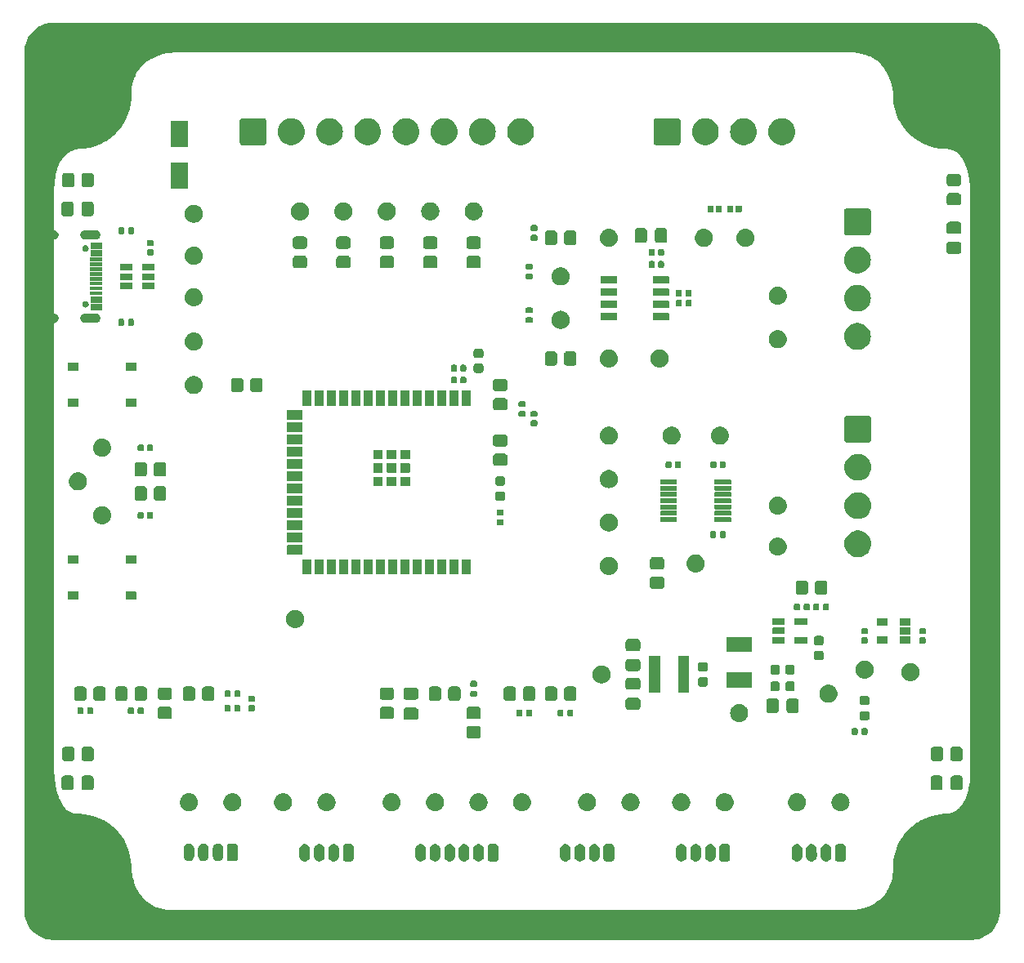
<source format=gts>
G04 #@! TF.GenerationSoftware,KiCad,Pcbnew,8.0.3+1*
G04 #@! TF.CreationDate,2024-08-22T20:15:40+00:00*
G04 #@! TF.ProjectId,AstraControl,41737472-6143-46f6-9e74-726f6c2e6b69,rev?*
G04 #@! TF.SameCoordinates,Original*
G04 #@! TF.FileFunction,Soldermask,Top*
G04 #@! TF.FilePolarity,Negative*
%FSLAX46Y46*%
G04 Gerber Fmt 4.6, Leading zero omitted, Abs format (unit mm)*
G04 Created by KiCad (PCBNEW 8.0.3+1) date 2024-08-22 20:15:40*
%MOMM*%
%LPD*%
G01*
G04 APERTURE LIST*
G04 APERTURE END LIST*
G36*
X137331396Y-145602703D02*
G01*
X137336165Y-145604808D01*
X137338818Y-145605158D01*
X137372012Y-145620637D01*
X137428890Y-145645751D01*
X137504249Y-145721110D01*
X137529372Y-145778008D01*
X137544841Y-145811181D01*
X137545190Y-145813832D01*
X137547297Y-145818604D01*
X137555000Y-145885000D01*
X137555000Y-147115000D01*
X137547297Y-147181396D01*
X137545189Y-147186168D01*
X137544841Y-147188818D01*
X137529380Y-147221972D01*
X137504249Y-147278890D01*
X137428890Y-147354249D01*
X137371972Y-147379380D01*
X137338818Y-147394841D01*
X137336168Y-147395189D01*
X137331396Y-147397297D01*
X137265000Y-147405000D01*
X136735000Y-147405000D01*
X136668604Y-147397297D01*
X136663832Y-147395189D01*
X136661181Y-147394841D01*
X136628008Y-147379372D01*
X136571110Y-147354249D01*
X136495751Y-147278890D01*
X136470637Y-147222012D01*
X136455158Y-147188818D01*
X136454808Y-147186165D01*
X136452703Y-147181396D01*
X136445000Y-147115000D01*
X136445000Y-145885000D01*
X136452703Y-145818604D01*
X136454808Y-145813835D01*
X136455158Y-145811181D01*
X136470645Y-145777968D01*
X136495751Y-145721110D01*
X136571110Y-145645751D01*
X136627968Y-145620645D01*
X136661181Y-145605158D01*
X136663835Y-145604808D01*
X136668604Y-145602703D01*
X136735000Y-145595000D01*
X137265000Y-145595000D01*
X137331396Y-145602703D01*
G37*
G36*
X152331396Y-145602703D02*
G01*
X152336165Y-145604808D01*
X152338818Y-145605158D01*
X152372012Y-145620637D01*
X152428890Y-145645751D01*
X152504249Y-145721110D01*
X152529372Y-145778008D01*
X152544841Y-145811181D01*
X152545190Y-145813832D01*
X152547297Y-145818604D01*
X152555000Y-145885000D01*
X152555000Y-147115000D01*
X152547297Y-147181396D01*
X152545189Y-147186168D01*
X152544841Y-147188818D01*
X152529380Y-147221972D01*
X152504249Y-147278890D01*
X152428890Y-147354249D01*
X152371972Y-147379380D01*
X152338818Y-147394841D01*
X152336168Y-147395189D01*
X152331396Y-147397297D01*
X152265000Y-147405000D01*
X151735000Y-147405000D01*
X151668604Y-147397297D01*
X151663832Y-147395189D01*
X151661181Y-147394841D01*
X151628008Y-147379372D01*
X151571110Y-147354249D01*
X151495751Y-147278890D01*
X151470637Y-147222012D01*
X151455158Y-147188818D01*
X151454808Y-147186165D01*
X151452703Y-147181396D01*
X151445000Y-147115000D01*
X151445000Y-145885000D01*
X151452703Y-145818604D01*
X151454808Y-145813835D01*
X151455158Y-145811181D01*
X151470645Y-145777968D01*
X151495751Y-145721110D01*
X151571110Y-145645751D01*
X151627968Y-145620645D01*
X151661181Y-145605158D01*
X151663835Y-145604808D01*
X151668604Y-145602703D01*
X151735000Y-145595000D01*
X152265000Y-145595000D01*
X152331396Y-145602703D01*
G37*
G36*
X164331396Y-145602703D02*
G01*
X164336165Y-145604808D01*
X164338818Y-145605158D01*
X164372012Y-145620637D01*
X164428890Y-145645751D01*
X164504249Y-145721110D01*
X164529372Y-145778008D01*
X164544841Y-145811181D01*
X164545190Y-145813832D01*
X164547297Y-145818604D01*
X164555000Y-145885000D01*
X164555000Y-147115000D01*
X164547297Y-147181396D01*
X164545189Y-147186168D01*
X164544841Y-147188818D01*
X164529380Y-147221972D01*
X164504249Y-147278890D01*
X164428890Y-147354249D01*
X164371972Y-147379380D01*
X164338818Y-147394841D01*
X164336168Y-147395189D01*
X164331396Y-147397297D01*
X164265000Y-147405000D01*
X163735000Y-147405000D01*
X163668604Y-147397297D01*
X163663832Y-147395189D01*
X163661181Y-147394841D01*
X163628008Y-147379372D01*
X163571110Y-147354249D01*
X163495751Y-147278890D01*
X163470637Y-147222012D01*
X163455158Y-147188818D01*
X163454808Y-147186165D01*
X163452703Y-147181396D01*
X163445000Y-147115000D01*
X163445000Y-145885000D01*
X163452703Y-145818604D01*
X163454808Y-145813835D01*
X163455158Y-145811181D01*
X163470645Y-145777968D01*
X163495751Y-145721110D01*
X163571110Y-145645751D01*
X163627968Y-145620645D01*
X163661181Y-145605158D01*
X163663835Y-145604808D01*
X163668604Y-145602703D01*
X163735000Y-145595000D01*
X164265000Y-145595000D01*
X164331396Y-145602703D01*
G37*
G36*
X176339730Y-145602703D02*
G01*
X176344499Y-145604808D01*
X176347152Y-145605158D01*
X176380346Y-145620637D01*
X176437224Y-145645751D01*
X176512583Y-145721110D01*
X176537706Y-145778008D01*
X176553175Y-145811181D01*
X176553524Y-145813832D01*
X176555631Y-145818604D01*
X176563334Y-145885000D01*
X176563334Y-147115000D01*
X176555631Y-147181396D01*
X176553523Y-147186168D01*
X176553175Y-147188818D01*
X176537714Y-147221972D01*
X176512583Y-147278890D01*
X176437224Y-147354249D01*
X176380306Y-147379380D01*
X176347152Y-147394841D01*
X176344502Y-147395189D01*
X176339730Y-147397297D01*
X176273334Y-147405000D01*
X175743334Y-147405000D01*
X175676938Y-147397297D01*
X175672166Y-147395189D01*
X175669515Y-147394841D01*
X175636342Y-147379372D01*
X175579444Y-147354249D01*
X175504085Y-147278890D01*
X175478971Y-147222012D01*
X175463492Y-147188818D01*
X175463142Y-147186165D01*
X175461037Y-147181396D01*
X175453334Y-147115000D01*
X175453334Y-145885000D01*
X175461037Y-145818604D01*
X175463142Y-145813835D01*
X175463492Y-145811181D01*
X175478979Y-145777968D01*
X175504085Y-145721110D01*
X175579444Y-145645751D01*
X175636302Y-145620645D01*
X175669515Y-145605158D01*
X175672169Y-145604808D01*
X175676938Y-145602703D01*
X175743334Y-145595000D01*
X176273334Y-145595000D01*
X176339730Y-145602703D01*
G37*
G36*
X188331396Y-145602703D02*
G01*
X188336165Y-145604808D01*
X188338818Y-145605158D01*
X188372012Y-145620637D01*
X188428890Y-145645751D01*
X188504249Y-145721110D01*
X188529372Y-145778008D01*
X188544841Y-145811181D01*
X188545190Y-145813832D01*
X188547297Y-145818604D01*
X188555000Y-145885000D01*
X188555000Y-147115000D01*
X188547297Y-147181396D01*
X188545189Y-147186168D01*
X188544841Y-147188818D01*
X188529380Y-147221972D01*
X188504249Y-147278890D01*
X188428890Y-147354249D01*
X188371972Y-147379380D01*
X188338818Y-147394841D01*
X188336168Y-147395189D01*
X188331396Y-147397297D01*
X188265000Y-147405000D01*
X187735000Y-147405000D01*
X187668604Y-147397297D01*
X187663832Y-147395189D01*
X187661181Y-147394841D01*
X187628008Y-147379372D01*
X187571110Y-147354249D01*
X187495751Y-147278890D01*
X187470637Y-147222012D01*
X187455158Y-147188818D01*
X187454808Y-147186165D01*
X187452703Y-147181396D01*
X187445000Y-147115000D01*
X187445000Y-145885000D01*
X187452703Y-145818604D01*
X187454808Y-145813835D01*
X187455158Y-145811181D01*
X187470645Y-145777968D01*
X187495751Y-145721110D01*
X187571110Y-145645751D01*
X187627968Y-145620645D01*
X187661181Y-145605158D01*
X187663835Y-145604808D01*
X187668604Y-145602703D01*
X187735000Y-145595000D01*
X188265000Y-145595000D01*
X188331396Y-145602703D01*
G37*
G36*
X132712389Y-145637247D02*
G01*
X132837863Y-145709689D01*
X132940311Y-145812137D01*
X133012753Y-145937611D01*
X133050252Y-146077558D01*
X133055000Y-146850000D01*
X133050252Y-146922442D01*
X133012753Y-147062389D01*
X132940311Y-147187863D01*
X132837863Y-147290311D01*
X132712389Y-147362753D01*
X132572442Y-147400252D01*
X132427558Y-147400252D01*
X132287611Y-147362753D01*
X132162137Y-147290311D01*
X132059689Y-147187863D01*
X131987247Y-147062389D01*
X131949748Y-146922442D01*
X131945000Y-146150000D01*
X131949748Y-146077558D01*
X131987247Y-145937611D01*
X132059689Y-145812137D01*
X132162137Y-145709689D01*
X132287611Y-145637247D01*
X132427558Y-145599748D01*
X132572442Y-145599748D01*
X132712389Y-145637247D01*
G37*
G36*
X134212389Y-145637247D02*
G01*
X134337863Y-145709689D01*
X134440311Y-145812137D01*
X134512753Y-145937611D01*
X134550252Y-146077558D01*
X134555000Y-146850000D01*
X134550252Y-146922442D01*
X134512753Y-147062389D01*
X134440311Y-147187863D01*
X134337863Y-147290311D01*
X134212389Y-147362753D01*
X134072442Y-147400252D01*
X133927558Y-147400252D01*
X133787611Y-147362753D01*
X133662137Y-147290311D01*
X133559689Y-147187863D01*
X133487247Y-147062389D01*
X133449748Y-146922442D01*
X133445000Y-146150000D01*
X133449748Y-146077558D01*
X133487247Y-145937611D01*
X133559689Y-145812137D01*
X133662137Y-145709689D01*
X133787611Y-145637247D01*
X133927558Y-145599748D01*
X134072442Y-145599748D01*
X134212389Y-145637247D01*
G37*
G36*
X135712389Y-145637247D02*
G01*
X135837863Y-145709689D01*
X135940311Y-145812137D01*
X136012753Y-145937611D01*
X136050252Y-146077558D01*
X136055000Y-146850000D01*
X136050252Y-146922442D01*
X136012753Y-147062389D01*
X135940311Y-147187863D01*
X135837863Y-147290311D01*
X135712389Y-147362753D01*
X135572442Y-147400252D01*
X135427558Y-147400252D01*
X135287611Y-147362753D01*
X135162137Y-147290311D01*
X135059689Y-147187863D01*
X134987247Y-147062389D01*
X134949748Y-146922442D01*
X134945000Y-146150000D01*
X134949748Y-146077558D01*
X134987247Y-145937611D01*
X135059689Y-145812137D01*
X135162137Y-145709689D01*
X135287611Y-145637247D01*
X135427558Y-145599748D01*
X135572442Y-145599748D01*
X135712389Y-145637247D01*
G37*
G36*
X144712389Y-145637247D02*
G01*
X144837863Y-145709689D01*
X144940311Y-145812137D01*
X145012753Y-145937611D01*
X145050252Y-146077558D01*
X145055000Y-146850000D01*
X145050252Y-146922442D01*
X145012753Y-147062389D01*
X144940311Y-147187863D01*
X144837863Y-147290311D01*
X144712389Y-147362753D01*
X144572442Y-147400252D01*
X144427558Y-147400252D01*
X144287611Y-147362753D01*
X144162137Y-147290311D01*
X144059689Y-147187863D01*
X143987247Y-147062389D01*
X143949748Y-146922442D01*
X143945000Y-146150000D01*
X143949748Y-146077558D01*
X143987247Y-145937611D01*
X144059689Y-145812137D01*
X144162137Y-145709689D01*
X144287611Y-145637247D01*
X144427558Y-145599748D01*
X144572442Y-145599748D01*
X144712389Y-145637247D01*
G37*
G36*
X146212389Y-145637247D02*
G01*
X146337863Y-145709689D01*
X146440311Y-145812137D01*
X146512753Y-145937611D01*
X146550252Y-146077558D01*
X146555000Y-146850000D01*
X146550252Y-146922442D01*
X146512753Y-147062389D01*
X146440311Y-147187863D01*
X146337863Y-147290311D01*
X146212389Y-147362753D01*
X146072442Y-147400252D01*
X145927558Y-147400252D01*
X145787611Y-147362753D01*
X145662137Y-147290311D01*
X145559689Y-147187863D01*
X145487247Y-147062389D01*
X145449748Y-146922442D01*
X145445000Y-146150000D01*
X145449748Y-146077558D01*
X145487247Y-145937611D01*
X145559689Y-145812137D01*
X145662137Y-145709689D01*
X145787611Y-145637247D01*
X145927558Y-145599748D01*
X146072442Y-145599748D01*
X146212389Y-145637247D01*
G37*
G36*
X147712389Y-145637247D02*
G01*
X147837863Y-145709689D01*
X147940311Y-145812137D01*
X148012753Y-145937611D01*
X148050252Y-146077558D01*
X148055000Y-146850000D01*
X148050252Y-146922442D01*
X148012753Y-147062389D01*
X147940311Y-147187863D01*
X147837863Y-147290311D01*
X147712389Y-147362753D01*
X147572442Y-147400252D01*
X147427558Y-147400252D01*
X147287611Y-147362753D01*
X147162137Y-147290311D01*
X147059689Y-147187863D01*
X146987247Y-147062389D01*
X146949748Y-146922442D01*
X146945000Y-146150000D01*
X146949748Y-146077558D01*
X146987247Y-145937611D01*
X147059689Y-145812137D01*
X147162137Y-145709689D01*
X147287611Y-145637247D01*
X147427558Y-145599748D01*
X147572442Y-145599748D01*
X147712389Y-145637247D01*
G37*
G36*
X149212389Y-145637247D02*
G01*
X149337863Y-145709689D01*
X149440311Y-145812137D01*
X149512753Y-145937611D01*
X149550252Y-146077558D01*
X149555000Y-146850000D01*
X149550252Y-146922442D01*
X149512753Y-147062389D01*
X149440311Y-147187863D01*
X149337863Y-147290311D01*
X149212389Y-147362753D01*
X149072442Y-147400252D01*
X148927558Y-147400252D01*
X148787611Y-147362753D01*
X148662137Y-147290311D01*
X148559689Y-147187863D01*
X148487247Y-147062389D01*
X148449748Y-146922442D01*
X148445000Y-146150000D01*
X148449748Y-146077558D01*
X148487247Y-145937611D01*
X148559689Y-145812137D01*
X148662137Y-145709689D01*
X148787611Y-145637247D01*
X148927558Y-145599748D01*
X149072442Y-145599748D01*
X149212389Y-145637247D01*
G37*
G36*
X150712389Y-145637247D02*
G01*
X150837863Y-145709689D01*
X150940311Y-145812137D01*
X151012753Y-145937611D01*
X151050252Y-146077558D01*
X151055000Y-146850000D01*
X151050252Y-146922442D01*
X151012753Y-147062389D01*
X150940311Y-147187863D01*
X150837863Y-147290311D01*
X150712389Y-147362753D01*
X150572442Y-147400252D01*
X150427558Y-147400252D01*
X150287611Y-147362753D01*
X150162137Y-147290311D01*
X150059689Y-147187863D01*
X149987247Y-147062389D01*
X149949748Y-146922442D01*
X149945000Y-146150000D01*
X149949748Y-146077558D01*
X149987247Y-145937611D01*
X150059689Y-145812137D01*
X150162137Y-145709689D01*
X150287611Y-145637247D01*
X150427558Y-145599748D01*
X150572442Y-145599748D01*
X150712389Y-145637247D01*
G37*
G36*
X159712389Y-145637247D02*
G01*
X159837863Y-145709689D01*
X159940311Y-145812137D01*
X160012753Y-145937611D01*
X160050252Y-146077558D01*
X160055000Y-146850000D01*
X160050252Y-146922442D01*
X160012753Y-147062389D01*
X159940311Y-147187863D01*
X159837863Y-147290311D01*
X159712389Y-147362753D01*
X159572442Y-147400252D01*
X159427558Y-147400252D01*
X159287611Y-147362753D01*
X159162137Y-147290311D01*
X159059689Y-147187863D01*
X158987247Y-147062389D01*
X158949748Y-146922442D01*
X158945000Y-146150000D01*
X158949748Y-146077558D01*
X158987247Y-145937611D01*
X159059689Y-145812137D01*
X159162137Y-145709689D01*
X159287611Y-145637247D01*
X159427558Y-145599748D01*
X159572442Y-145599748D01*
X159712389Y-145637247D01*
G37*
G36*
X161212389Y-145637247D02*
G01*
X161337863Y-145709689D01*
X161440311Y-145812137D01*
X161512753Y-145937611D01*
X161550252Y-146077558D01*
X161555000Y-146850000D01*
X161550252Y-146922442D01*
X161512753Y-147062389D01*
X161440311Y-147187863D01*
X161337863Y-147290311D01*
X161212389Y-147362753D01*
X161072442Y-147400252D01*
X160927558Y-147400252D01*
X160787611Y-147362753D01*
X160662137Y-147290311D01*
X160559689Y-147187863D01*
X160487247Y-147062389D01*
X160449748Y-146922442D01*
X160445000Y-146150000D01*
X160449748Y-146077558D01*
X160487247Y-145937611D01*
X160559689Y-145812137D01*
X160662137Y-145709689D01*
X160787611Y-145637247D01*
X160927558Y-145599748D01*
X161072442Y-145599748D01*
X161212389Y-145637247D01*
G37*
G36*
X162712389Y-145637247D02*
G01*
X162837863Y-145709689D01*
X162940311Y-145812137D01*
X163012753Y-145937611D01*
X163050252Y-146077558D01*
X163055000Y-146850000D01*
X163050252Y-146922442D01*
X163012753Y-147062389D01*
X162940311Y-147187863D01*
X162837863Y-147290311D01*
X162712389Y-147362753D01*
X162572442Y-147400252D01*
X162427558Y-147400252D01*
X162287611Y-147362753D01*
X162162137Y-147290311D01*
X162059689Y-147187863D01*
X161987247Y-147062389D01*
X161949748Y-146922442D01*
X161945000Y-146150000D01*
X161949748Y-146077558D01*
X161987247Y-145937611D01*
X162059689Y-145812137D01*
X162162137Y-145709689D01*
X162287611Y-145637247D01*
X162427558Y-145599748D01*
X162572442Y-145599748D01*
X162712389Y-145637247D01*
G37*
G36*
X171720723Y-145637247D02*
G01*
X171846197Y-145709689D01*
X171948645Y-145812137D01*
X172021087Y-145937611D01*
X172058586Y-146077558D01*
X172063334Y-146850000D01*
X172058586Y-146922442D01*
X172021087Y-147062389D01*
X171948645Y-147187863D01*
X171846197Y-147290311D01*
X171720723Y-147362753D01*
X171580776Y-147400252D01*
X171435892Y-147400252D01*
X171295945Y-147362753D01*
X171170471Y-147290311D01*
X171068023Y-147187863D01*
X170995581Y-147062389D01*
X170958082Y-146922442D01*
X170953334Y-146150000D01*
X170958082Y-146077558D01*
X170995581Y-145937611D01*
X171068023Y-145812137D01*
X171170471Y-145709689D01*
X171295945Y-145637247D01*
X171435892Y-145599748D01*
X171580776Y-145599748D01*
X171720723Y-145637247D01*
G37*
G36*
X173220723Y-145637247D02*
G01*
X173346197Y-145709689D01*
X173448645Y-145812137D01*
X173521087Y-145937611D01*
X173558586Y-146077558D01*
X173563334Y-146850000D01*
X173558586Y-146922442D01*
X173521087Y-147062389D01*
X173448645Y-147187863D01*
X173346197Y-147290311D01*
X173220723Y-147362753D01*
X173080776Y-147400252D01*
X172935892Y-147400252D01*
X172795945Y-147362753D01*
X172670471Y-147290311D01*
X172568023Y-147187863D01*
X172495581Y-147062389D01*
X172458082Y-146922442D01*
X172453334Y-146150000D01*
X172458082Y-146077558D01*
X172495581Y-145937611D01*
X172568023Y-145812137D01*
X172670471Y-145709689D01*
X172795945Y-145637247D01*
X172935892Y-145599748D01*
X173080776Y-145599748D01*
X173220723Y-145637247D01*
G37*
G36*
X174720723Y-145637247D02*
G01*
X174846197Y-145709689D01*
X174948645Y-145812137D01*
X175021087Y-145937611D01*
X175058586Y-146077558D01*
X175063334Y-146850000D01*
X175058586Y-146922442D01*
X175021087Y-147062389D01*
X174948645Y-147187863D01*
X174846197Y-147290311D01*
X174720723Y-147362753D01*
X174580776Y-147400252D01*
X174435892Y-147400252D01*
X174295945Y-147362753D01*
X174170471Y-147290311D01*
X174068023Y-147187863D01*
X173995581Y-147062389D01*
X173958082Y-146922442D01*
X173953334Y-146150000D01*
X173958082Y-146077558D01*
X173995581Y-145937611D01*
X174068023Y-145812137D01*
X174170471Y-145709689D01*
X174295945Y-145637247D01*
X174435892Y-145599748D01*
X174580776Y-145599748D01*
X174720723Y-145637247D01*
G37*
G36*
X183712389Y-145637247D02*
G01*
X183837863Y-145709689D01*
X183940311Y-145812137D01*
X184012753Y-145937611D01*
X184050252Y-146077558D01*
X184055000Y-146850000D01*
X184050252Y-146922442D01*
X184012753Y-147062389D01*
X183940311Y-147187863D01*
X183837863Y-147290311D01*
X183712389Y-147362753D01*
X183572442Y-147400252D01*
X183427558Y-147400252D01*
X183287611Y-147362753D01*
X183162137Y-147290311D01*
X183059689Y-147187863D01*
X182987247Y-147062389D01*
X182949748Y-146922442D01*
X182945000Y-146150000D01*
X182949748Y-146077558D01*
X182987247Y-145937611D01*
X183059689Y-145812137D01*
X183162137Y-145709689D01*
X183287611Y-145637247D01*
X183427558Y-145599748D01*
X183572442Y-145599748D01*
X183712389Y-145637247D01*
G37*
G36*
X185212389Y-145637247D02*
G01*
X185337863Y-145709689D01*
X185440311Y-145812137D01*
X185512753Y-145937611D01*
X185550252Y-146077558D01*
X185555000Y-146850000D01*
X185550252Y-146922442D01*
X185512753Y-147062389D01*
X185440311Y-147187863D01*
X185337863Y-147290311D01*
X185212389Y-147362753D01*
X185072442Y-147400252D01*
X184927558Y-147400252D01*
X184787611Y-147362753D01*
X184662137Y-147290311D01*
X184559689Y-147187863D01*
X184487247Y-147062389D01*
X184449748Y-146922442D01*
X184445000Y-146150000D01*
X184449748Y-146077558D01*
X184487247Y-145937611D01*
X184559689Y-145812137D01*
X184662137Y-145709689D01*
X184787611Y-145637247D01*
X184927558Y-145599748D01*
X185072442Y-145599748D01*
X185212389Y-145637247D01*
G37*
G36*
X186712389Y-145637247D02*
G01*
X186837863Y-145709689D01*
X186940311Y-145812137D01*
X187012753Y-145937611D01*
X187050252Y-146077558D01*
X187055000Y-146850000D01*
X187050252Y-146922442D01*
X187012753Y-147062389D01*
X186940311Y-147187863D01*
X186837863Y-147290311D01*
X186712389Y-147362753D01*
X186572442Y-147400252D01*
X186427558Y-147400252D01*
X186287611Y-147362753D01*
X186162137Y-147290311D01*
X186059689Y-147187863D01*
X185987247Y-147062389D01*
X185949748Y-146922442D01*
X185945000Y-146150000D01*
X185949748Y-146077558D01*
X185987247Y-145937611D01*
X186059689Y-145812137D01*
X186162137Y-145709689D01*
X186287611Y-145637247D01*
X186427558Y-145599748D01*
X186572442Y-145599748D01*
X186712389Y-145637247D01*
G37*
G36*
X125331396Y-145552703D02*
G01*
X125336165Y-145554808D01*
X125338818Y-145555158D01*
X125372012Y-145570637D01*
X125428890Y-145595751D01*
X125504249Y-145671110D01*
X125529372Y-145728008D01*
X125544841Y-145761181D01*
X125545190Y-145763832D01*
X125547297Y-145768604D01*
X125555000Y-145835000D01*
X125555000Y-147065000D01*
X125547297Y-147131396D01*
X125545189Y-147136168D01*
X125544841Y-147138818D01*
X125529380Y-147171972D01*
X125504249Y-147228890D01*
X125428890Y-147304249D01*
X125371972Y-147329380D01*
X125338818Y-147344841D01*
X125336168Y-147345189D01*
X125331396Y-147347297D01*
X125265000Y-147355000D01*
X124735000Y-147355000D01*
X124668604Y-147347297D01*
X124663832Y-147345189D01*
X124661181Y-147344841D01*
X124628008Y-147329372D01*
X124571110Y-147304249D01*
X124495751Y-147228890D01*
X124470637Y-147172012D01*
X124455158Y-147138818D01*
X124454808Y-147136165D01*
X124452703Y-147131396D01*
X124445000Y-147065000D01*
X124445000Y-145835000D01*
X124452703Y-145768604D01*
X124454808Y-145763835D01*
X124455158Y-145761181D01*
X124470645Y-145727968D01*
X124495751Y-145671110D01*
X124571110Y-145595751D01*
X124627968Y-145570645D01*
X124661181Y-145555158D01*
X124663835Y-145554808D01*
X124668604Y-145552703D01*
X124735000Y-145545000D01*
X125265000Y-145545000D01*
X125331396Y-145552703D01*
G37*
G36*
X120712389Y-145587247D02*
G01*
X120837863Y-145659689D01*
X120940311Y-145762137D01*
X121012753Y-145887611D01*
X121050252Y-146027558D01*
X121055000Y-146800000D01*
X121050252Y-146872442D01*
X121012753Y-147012389D01*
X120940311Y-147137863D01*
X120837863Y-147240311D01*
X120712389Y-147312753D01*
X120572442Y-147350252D01*
X120427558Y-147350252D01*
X120287611Y-147312753D01*
X120162137Y-147240311D01*
X120059689Y-147137863D01*
X119987247Y-147012389D01*
X119949748Y-146872442D01*
X119945000Y-146100000D01*
X119949748Y-146027558D01*
X119987247Y-145887611D01*
X120059689Y-145762137D01*
X120162137Y-145659689D01*
X120287611Y-145587247D01*
X120427558Y-145549748D01*
X120572442Y-145549748D01*
X120712389Y-145587247D01*
G37*
G36*
X122212389Y-145587247D02*
G01*
X122337863Y-145659689D01*
X122440311Y-145762137D01*
X122512753Y-145887611D01*
X122550252Y-146027558D01*
X122555000Y-146800000D01*
X122550252Y-146872442D01*
X122512753Y-147012389D01*
X122440311Y-147137863D01*
X122337863Y-147240311D01*
X122212389Y-147312753D01*
X122072442Y-147350252D01*
X121927558Y-147350252D01*
X121787611Y-147312753D01*
X121662137Y-147240311D01*
X121559689Y-147137863D01*
X121487247Y-147012389D01*
X121449748Y-146872442D01*
X121445000Y-146100000D01*
X121449748Y-146027558D01*
X121487247Y-145887611D01*
X121559689Y-145762137D01*
X121662137Y-145659689D01*
X121787611Y-145587247D01*
X121927558Y-145549748D01*
X122072442Y-145549748D01*
X122212389Y-145587247D01*
G37*
G36*
X123712389Y-145587247D02*
G01*
X123837863Y-145659689D01*
X123940311Y-145762137D01*
X124012753Y-145887611D01*
X124050252Y-146027558D01*
X124055000Y-146800000D01*
X124050252Y-146872442D01*
X124012753Y-147012389D01*
X123940311Y-147137863D01*
X123837863Y-147240311D01*
X123712389Y-147312753D01*
X123572442Y-147350252D01*
X123427558Y-147350252D01*
X123287611Y-147312753D01*
X123162137Y-147240311D01*
X123059689Y-147137863D01*
X122987247Y-147012389D01*
X122949748Y-146872442D01*
X122945000Y-146100000D01*
X122949748Y-146027558D01*
X122987247Y-145887611D01*
X123059689Y-145762137D01*
X123162137Y-145659689D01*
X123287611Y-145587247D01*
X123427558Y-145549748D01*
X123572442Y-145549748D01*
X123712389Y-145587247D01*
G37*
G36*
X120549781Y-140315149D02*
G01*
X120598257Y-140315149D01*
X120640114Y-140324046D01*
X120683334Y-140328303D01*
X120737639Y-140344776D01*
X120790476Y-140356007D01*
X120824282Y-140371058D01*
X120859627Y-140381780D01*
X120915793Y-140411801D01*
X120970000Y-140435936D01*
X120995204Y-140454247D01*
X121022096Y-140468622D01*
X121076953Y-140513641D01*
X121128983Y-140551444D01*
X121145875Y-140570205D01*
X121164505Y-140585494D01*
X121214567Y-140646495D01*
X121260476Y-140697482D01*
X121270120Y-140714187D01*
X121281377Y-140727903D01*
X121323021Y-140805813D01*
X121358733Y-140867668D01*
X121362840Y-140880309D01*
X121368219Y-140890372D01*
X121397866Y-140988107D01*
X121419459Y-141054563D01*
X121420219Y-141061796D01*
X121421696Y-141066665D01*
X121436073Y-141212638D01*
X121440000Y-141250000D01*
X121436072Y-141287364D01*
X121421696Y-141433334D01*
X121420219Y-141438201D01*
X121419459Y-141445437D01*
X121397861Y-141511906D01*
X121368219Y-141609627D01*
X121362841Y-141619687D01*
X121358733Y-141632332D01*
X121323014Y-141694198D01*
X121281377Y-141772096D01*
X121270122Y-141785809D01*
X121260476Y-141802518D01*
X121214558Y-141853514D01*
X121164505Y-141914505D01*
X121145879Y-141929790D01*
X121128983Y-141948556D01*
X121076942Y-141986365D01*
X121022096Y-142031377D01*
X120995209Y-142045748D01*
X120970000Y-142064064D01*
X120915782Y-142088203D01*
X120859627Y-142118219D01*
X120824289Y-142128938D01*
X120790476Y-142143993D01*
X120737628Y-142155226D01*
X120683334Y-142171696D01*
X120640123Y-142175951D01*
X120598257Y-142184851D01*
X120549770Y-142184851D01*
X120500000Y-142189753D01*
X120450229Y-142184851D01*
X120401743Y-142184851D01*
X120359877Y-142175952D01*
X120316665Y-142171696D01*
X120262368Y-142155225D01*
X120209524Y-142143993D01*
X120175712Y-142128939D01*
X120140372Y-142118219D01*
X120084211Y-142088200D01*
X120030000Y-142064064D01*
X120004793Y-142045750D01*
X119977903Y-142031377D01*
X119923048Y-141986359D01*
X119871017Y-141948556D01*
X119854123Y-141929793D01*
X119835494Y-141914505D01*
X119785430Y-141853502D01*
X119739524Y-141802518D01*
X119729879Y-141785813D01*
X119718622Y-141772096D01*
X119676972Y-141694175D01*
X119641267Y-141632332D01*
X119637160Y-141619692D01*
X119631780Y-141609627D01*
X119602123Y-141511860D01*
X119580541Y-141445437D01*
X119579781Y-141438206D01*
X119578303Y-141433334D01*
X119563911Y-141287213D01*
X119560000Y-141250000D01*
X119563910Y-141212789D01*
X119578303Y-141066665D01*
X119579781Y-141061791D01*
X119580541Y-141054563D01*
X119602118Y-140988153D01*
X119631780Y-140890372D01*
X119637161Y-140880304D01*
X119641267Y-140867668D01*
X119676965Y-140805837D01*
X119718622Y-140727903D01*
X119729881Y-140714183D01*
X119739524Y-140697482D01*
X119785421Y-140646507D01*
X119835494Y-140585494D01*
X119854126Y-140570202D01*
X119871017Y-140551444D01*
X119923038Y-140513648D01*
X119977903Y-140468622D01*
X120004798Y-140454245D01*
X120030000Y-140435936D01*
X120084200Y-140411804D01*
X120140372Y-140381780D01*
X120175719Y-140371057D01*
X120209524Y-140356007D01*
X120262357Y-140344776D01*
X120316665Y-140328303D01*
X120359886Y-140324046D01*
X120401743Y-140315149D01*
X120450219Y-140315149D01*
X120500000Y-140310246D01*
X120549781Y-140315149D01*
G37*
G36*
X125049781Y-140315149D02*
G01*
X125098257Y-140315149D01*
X125140114Y-140324046D01*
X125183334Y-140328303D01*
X125237639Y-140344776D01*
X125290476Y-140356007D01*
X125324282Y-140371058D01*
X125359627Y-140381780D01*
X125415793Y-140411801D01*
X125470000Y-140435936D01*
X125495204Y-140454247D01*
X125522096Y-140468622D01*
X125576953Y-140513641D01*
X125628983Y-140551444D01*
X125645875Y-140570205D01*
X125664505Y-140585494D01*
X125714567Y-140646495D01*
X125760476Y-140697482D01*
X125770120Y-140714187D01*
X125781377Y-140727903D01*
X125823021Y-140805813D01*
X125858733Y-140867668D01*
X125862840Y-140880309D01*
X125868219Y-140890372D01*
X125897866Y-140988107D01*
X125919459Y-141054563D01*
X125920219Y-141061796D01*
X125921696Y-141066665D01*
X125936073Y-141212638D01*
X125940000Y-141250000D01*
X125936072Y-141287364D01*
X125921696Y-141433334D01*
X125920219Y-141438201D01*
X125919459Y-141445437D01*
X125897861Y-141511906D01*
X125868219Y-141609627D01*
X125862841Y-141619687D01*
X125858733Y-141632332D01*
X125823014Y-141694198D01*
X125781377Y-141772096D01*
X125770122Y-141785809D01*
X125760476Y-141802518D01*
X125714558Y-141853514D01*
X125664505Y-141914505D01*
X125645879Y-141929790D01*
X125628983Y-141948556D01*
X125576942Y-141986365D01*
X125522096Y-142031377D01*
X125495209Y-142045748D01*
X125470000Y-142064064D01*
X125415782Y-142088203D01*
X125359627Y-142118219D01*
X125324289Y-142128938D01*
X125290476Y-142143993D01*
X125237628Y-142155226D01*
X125183334Y-142171696D01*
X125140123Y-142175951D01*
X125098257Y-142184851D01*
X125049770Y-142184851D01*
X125000000Y-142189753D01*
X124950229Y-142184851D01*
X124901743Y-142184851D01*
X124859877Y-142175952D01*
X124816665Y-142171696D01*
X124762368Y-142155225D01*
X124709524Y-142143993D01*
X124675712Y-142128939D01*
X124640372Y-142118219D01*
X124584211Y-142088200D01*
X124530000Y-142064064D01*
X124504793Y-142045750D01*
X124477903Y-142031377D01*
X124423048Y-141986359D01*
X124371017Y-141948556D01*
X124354123Y-141929793D01*
X124335494Y-141914505D01*
X124285430Y-141853502D01*
X124239524Y-141802518D01*
X124229879Y-141785813D01*
X124218622Y-141772096D01*
X124176972Y-141694175D01*
X124141267Y-141632332D01*
X124137160Y-141619692D01*
X124131780Y-141609627D01*
X124102123Y-141511860D01*
X124080541Y-141445437D01*
X124079781Y-141438206D01*
X124078303Y-141433334D01*
X124063911Y-141287213D01*
X124060000Y-141250000D01*
X124063910Y-141212789D01*
X124078303Y-141066665D01*
X124079781Y-141061791D01*
X124080541Y-141054563D01*
X124102118Y-140988153D01*
X124131780Y-140890372D01*
X124137161Y-140880304D01*
X124141267Y-140867668D01*
X124176965Y-140805837D01*
X124218622Y-140727903D01*
X124229881Y-140714183D01*
X124239524Y-140697482D01*
X124285421Y-140646507D01*
X124335494Y-140585494D01*
X124354126Y-140570202D01*
X124371017Y-140551444D01*
X124423038Y-140513648D01*
X124477903Y-140468622D01*
X124504798Y-140454245D01*
X124530000Y-140435936D01*
X124584200Y-140411804D01*
X124640372Y-140381780D01*
X124675719Y-140371057D01*
X124709524Y-140356007D01*
X124762357Y-140344776D01*
X124816665Y-140328303D01*
X124859886Y-140324046D01*
X124901743Y-140315149D01*
X124950219Y-140315149D01*
X125000000Y-140310246D01*
X125049781Y-140315149D01*
G37*
G36*
X130299781Y-140315149D02*
G01*
X130348257Y-140315149D01*
X130390114Y-140324046D01*
X130433334Y-140328303D01*
X130487639Y-140344776D01*
X130540476Y-140356007D01*
X130574282Y-140371058D01*
X130609627Y-140381780D01*
X130665793Y-140411801D01*
X130720000Y-140435936D01*
X130745204Y-140454247D01*
X130772096Y-140468622D01*
X130826953Y-140513641D01*
X130878983Y-140551444D01*
X130895875Y-140570205D01*
X130914505Y-140585494D01*
X130964567Y-140646495D01*
X131010476Y-140697482D01*
X131020120Y-140714187D01*
X131031377Y-140727903D01*
X131073021Y-140805813D01*
X131108733Y-140867668D01*
X131112840Y-140880309D01*
X131118219Y-140890372D01*
X131147866Y-140988107D01*
X131169459Y-141054563D01*
X131170219Y-141061796D01*
X131171696Y-141066665D01*
X131186073Y-141212638D01*
X131190000Y-141250000D01*
X131186072Y-141287364D01*
X131171696Y-141433334D01*
X131170219Y-141438201D01*
X131169459Y-141445437D01*
X131147861Y-141511906D01*
X131118219Y-141609627D01*
X131112841Y-141619687D01*
X131108733Y-141632332D01*
X131073014Y-141694198D01*
X131031377Y-141772096D01*
X131020122Y-141785809D01*
X131010476Y-141802518D01*
X130964558Y-141853514D01*
X130914505Y-141914505D01*
X130895879Y-141929790D01*
X130878983Y-141948556D01*
X130826942Y-141986365D01*
X130772096Y-142031377D01*
X130745209Y-142045748D01*
X130720000Y-142064064D01*
X130665782Y-142088203D01*
X130609627Y-142118219D01*
X130574289Y-142128938D01*
X130540476Y-142143993D01*
X130487628Y-142155226D01*
X130433334Y-142171696D01*
X130390123Y-142175951D01*
X130348257Y-142184851D01*
X130299770Y-142184851D01*
X130250000Y-142189753D01*
X130200229Y-142184851D01*
X130151743Y-142184851D01*
X130109877Y-142175952D01*
X130066665Y-142171696D01*
X130012368Y-142155225D01*
X129959524Y-142143993D01*
X129925712Y-142128939D01*
X129890372Y-142118219D01*
X129834211Y-142088200D01*
X129780000Y-142064064D01*
X129754793Y-142045750D01*
X129727903Y-142031377D01*
X129673048Y-141986359D01*
X129621017Y-141948556D01*
X129604123Y-141929793D01*
X129585494Y-141914505D01*
X129535430Y-141853502D01*
X129489524Y-141802518D01*
X129479879Y-141785813D01*
X129468622Y-141772096D01*
X129426972Y-141694175D01*
X129391267Y-141632332D01*
X129387160Y-141619692D01*
X129381780Y-141609627D01*
X129352123Y-141511860D01*
X129330541Y-141445437D01*
X129329781Y-141438206D01*
X129328303Y-141433334D01*
X129313911Y-141287213D01*
X129310000Y-141250000D01*
X129313910Y-141212789D01*
X129328303Y-141066665D01*
X129329781Y-141061791D01*
X129330541Y-141054563D01*
X129352118Y-140988153D01*
X129381780Y-140890372D01*
X129387161Y-140880304D01*
X129391267Y-140867668D01*
X129426965Y-140805837D01*
X129468622Y-140727903D01*
X129479881Y-140714183D01*
X129489524Y-140697482D01*
X129535421Y-140646507D01*
X129585494Y-140585494D01*
X129604126Y-140570202D01*
X129621017Y-140551444D01*
X129673038Y-140513648D01*
X129727903Y-140468622D01*
X129754798Y-140454245D01*
X129780000Y-140435936D01*
X129834200Y-140411804D01*
X129890372Y-140381780D01*
X129925719Y-140371057D01*
X129959524Y-140356007D01*
X130012357Y-140344776D01*
X130066665Y-140328303D01*
X130109886Y-140324046D01*
X130151743Y-140315149D01*
X130200219Y-140315149D01*
X130250000Y-140310246D01*
X130299781Y-140315149D01*
G37*
G36*
X134799781Y-140315149D02*
G01*
X134848257Y-140315149D01*
X134890114Y-140324046D01*
X134933334Y-140328303D01*
X134987639Y-140344776D01*
X135040476Y-140356007D01*
X135074282Y-140371058D01*
X135109627Y-140381780D01*
X135165793Y-140411801D01*
X135220000Y-140435936D01*
X135245204Y-140454247D01*
X135272096Y-140468622D01*
X135326953Y-140513641D01*
X135378983Y-140551444D01*
X135395875Y-140570205D01*
X135414505Y-140585494D01*
X135464567Y-140646495D01*
X135510476Y-140697482D01*
X135520120Y-140714187D01*
X135531377Y-140727903D01*
X135573021Y-140805813D01*
X135608733Y-140867668D01*
X135612840Y-140880309D01*
X135618219Y-140890372D01*
X135647866Y-140988107D01*
X135669459Y-141054563D01*
X135670219Y-141061796D01*
X135671696Y-141066665D01*
X135686073Y-141212638D01*
X135690000Y-141250000D01*
X135686072Y-141287364D01*
X135671696Y-141433334D01*
X135670219Y-141438201D01*
X135669459Y-141445437D01*
X135647861Y-141511906D01*
X135618219Y-141609627D01*
X135612841Y-141619687D01*
X135608733Y-141632332D01*
X135573014Y-141694198D01*
X135531377Y-141772096D01*
X135520122Y-141785809D01*
X135510476Y-141802518D01*
X135464558Y-141853514D01*
X135414505Y-141914505D01*
X135395879Y-141929790D01*
X135378983Y-141948556D01*
X135326942Y-141986365D01*
X135272096Y-142031377D01*
X135245209Y-142045748D01*
X135220000Y-142064064D01*
X135165782Y-142088203D01*
X135109627Y-142118219D01*
X135074289Y-142128938D01*
X135040476Y-142143993D01*
X134987628Y-142155226D01*
X134933334Y-142171696D01*
X134890123Y-142175951D01*
X134848257Y-142184851D01*
X134799770Y-142184851D01*
X134750000Y-142189753D01*
X134700229Y-142184851D01*
X134651743Y-142184851D01*
X134609877Y-142175952D01*
X134566665Y-142171696D01*
X134512368Y-142155225D01*
X134459524Y-142143993D01*
X134425712Y-142128939D01*
X134390372Y-142118219D01*
X134334211Y-142088200D01*
X134280000Y-142064064D01*
X134254793Y-142045750D01*
X134227903Y-142031377D01*
X134173048Y-141986359D01*
X134121017Y-141948556D01*
X134104123Y-141929793D01*
X134085494Y-141914505D01*
X134035430Y-141853502D01*
X133989524Y-141802518D01*
X133979879Y-141785813D01*
X133968622Y-141772096D01*
X133926972Y-141694175D01*
X133891267Y-141632332D01*
X133887160Y-141619692D01*
X133881780Y-141609627D01*
X133852123Y-141511860D01*
X133830541Y-141445437D01*
X133829781Y-141438206D01*
X133828303Y-141433334D01*
X133813911Y-141287213D01*
X133810000Y-141250000D01*
X133813910Y-141212789D01*
X133828303Y-141066665D01*
X133829781Y-141061791D01*
X133830541Y-141054563D01*
X133852118Y-140988153D01*
X133881780Y-140890372D01*
X133887161Y-140880304D01*
X133891267Y-140867668D01*
X133926965Y-140805837D01*
X133968622Y-140727903D01*
X133979881Y-140714183D01*
X133989524Y-140697482D01*
X134035421Y-140646507D01*
X134085494Y-140585494D01*
X134104126Y-140570202D01*
X134121017Y-140551444D01*
X134173038Y-140513648D01*
X134227903Y-140468622D01*
X134254798Y-140454245D01*
X134280000Y-140435936D01*
X134334200Y-140411804D01*
X134390372Y-140381780D01*
X134425719Y-140371057D01*
X134459524Y-140356007D01*
X134512357Y-140344776D01*
X134566665Y-140328303D01*
X134609886Y-140324046D01*
X134651743Y-140315149D01*
X134700219Y-140315149D01*
X134750000Y-140310246D01*
X134799781Y-140315149D01*
G37*
G36*
X141549781Y-140315149D02*
G01*
X141598257Y-140315149D01*
X141640114Y-140324046D01*
X141683334Y-140328303D01*
X141737639Y-140344776D01*
X141790476Y-140356007D01*
X141824282Y-140371058D01*
X141859627Y-140381780D01*
X141915793Y-140411801D01*
X141970000Y-140435936D01*
X141995204Y-140454247D01*
X142022096Y-140468622D01*
X142076953Y-140513641D01*
X142128983Y-140551444D01*
X142145875Y-140570205D01*
X142164505Y-140585494D01*
X142214567Y-140646495D01*
X142260476Y-140697482D01*
X142270120Y-140714187D01*
X142281377Y-140727903D01*
X142323021Y-140805813D01*
X142358733Y-140867668D01*
X142362840Y-140880309D01*
X142368219Y-140890372D01*
X142397866Y-140988107D01*
X142419459Y-141054563D01*
X142420219Y-141061796D01*
X142421696Y-141066665D01*
X142436073Y-141212638D01*
X142440000Y-141250000D01*
X142436072Y-141287364D01*
X142421696Y-141433334D01*
X142420219Y-141438201D01*
X142419459Y-141445437D01*
X142397861Y-141511906D01*
X142368219Y-141609627D01*
X142362841Y-141619687D01*
X142358733Y-141632332D01*
X142323014Y-141694198D01*
X142281377Y-141772096D01*
X142270122Y-141785809D01*
X142260476Y-141802518D01*
X142214558Y-141853514D01*
X142164505Y-141914505D01*
X142145879Y-141929790D01*
X142128983Y-141948556D01*
X142076942Y-141986365D01*
X142022096Y-142031377D01*
X141995209Y-142045748D01*
X141970000Y-142064064D01*
X141915782Y-142088203D01*
X141859627Y-142118219D01*
X141824289Y-142128938D01*
X141790476Y-142143993D01*
X141737628Y-142155226D01*
X141683334Y-142171696D01*
X141640123Y-142175951D01*
X141598257Y-142184851D01*
X141549770Y-142184851D01*
X141500000Y-142189753D01*
X141450229Y-142184851D01*
X141401743Y-142184851D01*
X141359877Y-142175952D01*
X141316665Y-142171696D01*
X141262368Y-142155225D01*
X141209524Y-142143993D01*
X141175712Y-142128939D01*
X141140372Y-142118219D01*
X141084211Y-142088200D01*
X141030000Y-142064064D01*
X141004793Y-142045750D01*
X140977903Y-142031377D01*
X140923048Y-141986359D01*
X140871017Y-141948556D01*
X140854123Y-141929793D01*
X140835494Y-141914505D01*
X140785430Y-141853502D01*
X140739524Y-141802518D01*
X140729879Y-141785813D01*
X140718622Y-141772096D01*
X140676972Y-141694175D01*
X140641267Y-141632332D01*
X140637160Y-141619692D01*
X140631780Y-141609627D01*
X140602123Y-141511860D01*
X140580541Y-141445437D01*
X140579781Y-141438206D01*
X140578303Y-141433334D01*
X140563911Y-141287213D01*
X140560000Y-141250000D01*
X140563910Y-141212789D01*
X140578303Y-141066665D01*
X140579781Y-141061791D01*
X140580541Y-141054563D01*
X140602118Y-140988153D01*
X140631780Y-140890372D01*
X140637161Y-140880304D01*
X140641267Y-140867668D01*
X140676965Y-140805837D01*
X140718622Y-140727903D01*
X140729881Y-140714183D01*
X140739524Y-140697482D01*
X140785421Y-140646507D01*
X140835494Y-140585494D01*
X140854126Y-140570202D01*
X140871017Y-140551444D01*
X140923038Y-140513648D01*
X140977903Y-140468622D01*
X141004798Y-140454245D01*
X141030000Y-140435936D01*
X141084200Y-140411804D01*
X141140372Y-140381780D01*
X141175719Y-140371057D01*
X141209524Y-140356007D01*
X141262357Y-140344776D01*
X141316665Y-140328303D01*
X141359886Y-140324046D01*
X141401743Y-140315149D01*
X141450219Y-140315149D01*
X141500000Y-140310246D01*
X141549781Y-140315149D01*
G37*
G36*
X146049781Y-140315149D02*
G01*
X146098257Y-140315149D01*
X146140114Y-140324046D01*
X146183334Y-140328303D01*
X146237639Y-140344776D01*
X146290476Y-140356007D01*
X146324282Y-140371058D01*
X146359627Y-140381780D01*
X146415793Y-140411801D01*
X146470000Y-140435936D01*
X146495204Y-140454247D01*
X146522096Y-140468622D01*
X146576953Y-140513641D01*
X146628983Y-140551444D01*
X146645875Y-140570205D01*
X146664505Y-140585494D01*
X146714567Y-140646495D01*
X146760476Y-140697482D01*
X146770120Y-140714187D01*
X146781377Y-140727903D01*
X146823021Y-140805813D01*
X146858733Y-140867668D01*
X146862840Y-140880309D01*
X146868219Y-140890372D01*
X146897866Y-140988107D01*
X146919459Y-141054563D01*
X146920219Y-141061796D01*
X146921696Y-141066665D01*
X146936073Y-141212638D01*
X146940000Y-141250000D01*
X146936072Y-141287364D01*
X146921696Y-141433334D01*
X146920219Y-141438201D01*
X146919459Y-141445437D01*
X146897861Y-141511906D01*
X146868219Y-141609627D01*
X146862841Y-141619687D01*
X146858733Y-141632332D01*
X146823014Y-141694198D01*
X146781377Y-141772096D01*
X146770122Y-141785809D01*
X146760476Y-141802518D01*
X146714558Y-141853514D01*
X146664505Y-141914505D01*
X146645879Y-141929790D01*
X146628983Y-141948556D01*
X146576942Y-141986365D01*
X146522096Y-142031377D01*
X146495209Y-142045748D01*
X146470000Y-142064064D01*
X146415782Y-142088203D01*
X146359627Y-142118219D01*
X146324289Y-142128938D01*
X146290476Y-142143993D01*
X146237628Y-142155226D01*
X146183334Y-142171696D01*
X146140123Y-142175951D01*
X146098257Y-142184851D01*
X146049770Y-142184851D01*
X146000000Y-142189753D01*
X145950229Y-142184851D01*
X145901743Y-142184851D01*
X145859877Y-142175952D01*
X145816665Y-142171696D01*
X145762368Y-142155225D01*
X145709524Y-142143993D01*
X145675712Y-142128939D01*
X145640372Y-142118219D01*
X145584211Y-142088200D01*
X145530000Y-142064064D01*
X145504793Y-142045750D01*
X145477903Y-142031377D01*
X145423048Y-141986359D01*
X145371017Y-141948556D01*
X145354123Y-141929793D01*
X145335494Y-141914505D01*
X145285430Y-141853502D01*
X145239524Y-141802518D01*
X145229879Y-141785813D01*
X145218622Y-141772096D01*
X145176972Y-141694175D01*
X145141267Y-141632332D01*
X145137160Y-141619692D01*
X145131780Y-141609627D01*
X145102123Y-141511860D01*
X145080541Y-141445437D01*
X145079781Y-141438206D01*
X145078303Y-141433334D01*
X145063911Y-141287213D01*
X145060000Y-141250000D01*
X145063910Y-141212789D01*
X145078303Y-141066665D01*
X145079781Y-141061791D01*
X145080541Y-141054563D01*
X145102118Y-140988153D01*
X145131780Y-140890372D01*
X145137161Y-140880304D01*
X145141267Y-140867668D01*
X145176965Y-140805837D01*
X145218622Y-140727903D01*
X145229881Y-140714183D01*
X145239524Y-140697482D01*
X145285421Y-140646507D01*
X145335494Y-140585494D01*
X145354126Y-140570202D01*
X145371017Y-140551444D01*
X145423038Y-140513648D01*
X145477903Y-140468622D01*
X145504798Y-140454245D01*
X145530000Y-140435936D01*
X145584200Y-140411804D01*
X145640372Y-140381780D01*
X145675719Y-140371057D01*
X145709524Y-140356007D01*
X145762357Y-140344776D01*
X145816665Y-140328303D01*
X145859886Y-140324046D01*
X145901743Y-140315149D01*
X145950219Y-140315149D01*
X146000000Y-140310246D01*
X146049781Y-140315149D01*
G37*
G36*
X150549781Y-140315149D02*
G01*
X150598257Y-140315149D01*
X150640114Y-140324046D01*
X150683334Y-140328303D01*
X150737639Y-140344776D01*
X150790476Y-140356007D01*
X150824282Y-140371058D01*
X150859627Y-140381780D01*
X150915793Y-140411801D01*
X150970000Y-140435936D01*
X150995204Y-140454247D01*
X151022096Y-140468622D01*
X151076953Y-140513641D01*
X151128983Y-140551444D01*
X151145875Y-140570205D01*
X151164505Y-140585494D01*
X151214567Y-140646495D01*
X151260476Y-140697482D01*
X151270120Y-140714187D01*
X151281377Y-140727903D01*
X151323021Y-140805813D01*
X151358733Y-140867668D01*
X151362840Y-140880309D01*
X151368219Y-140890372D01*
X151397866Y-140988107D01*
X151419459Y-141054563D01*
X151420219Y-141061796D01*
X151421696Y-141066665D01*
X151436073Y-141212638D01*
X151440000Y-141250000D01*
X151436072Y-141287364D01*
X151421696Y-141433334D01*
X151420219Y-141438201D01*
X151419459Y-141445437D01*
X151397861Y-141511906D01*
X151368219Y-141609627D01*
X151362841Y-141619687D01*
X151358733Y-141632332D01*
X151323014Y-141694198D01*
X151281377Y-141772096D01*
X151270122Y-141785809D01*
X151260476Y-141802518D01*
X151214558Y-141853514D01*
X151164505Y-141914505D01*
X151145879Y-141929790D01*
X151128983Y-141948556D01*
X151076942Y-141986365D01*
X151022096Y-142031377D01*
X150995209Y-142045748D01*
X150970000Y-142064064D01*
X150915782Y-142088203D01*
X150859627Y-142118219D01*
X150824289Y-142128938D01*
X150790476Y-142143993D01*
X150737628Y-142155226D01*
X150683334Y-142171696D01*
X150640123Y-142175951D01*
X150598257Y-142184851D01*
X150549770Y-142184851D01*
X150500000Y-142189753D01*
X150450229Y-142184851D01*
X150401743Y-142184851D01*
X150359877Y-142175952D01*
X150316665Y-142171696D01*
X150262368Y-142155225D01*
X150209524Y-142143993D01*
X150175712Y-142128939D01*
X150140372Y-142118219D01*
X150084211Y-142088200D01*
X150030000Y-142064064D01*
X150004793Y-142045750D01*
X149977903Y-142031377D01*
X149923048Y-141986359D01*
X149871017Y-141948556D01*
X149854123Y-141929793D01*
X149835494Y-141914505D01*
X149785430Y-141853502D01*
X149739524Y-141802518D01*
X149729879Y-141785813D01*
X149718622Y-141772096D01*
X149676972Y-141694175D01*
X149641267Y-141632332D01*
X149637160Y-141619692D01*
X149631780Y-141609627D01*
X149602123Y-141511860D01*
X149580541Y-141445437D01*
X149579781Y-141438206D01*
X149578303Y-141433334D01*
X149563911Y-141287213D01*
X149560000Y-141250000D01*
X149563910Y-141212789D01*
X149578303Y-141066665D01*
X149579781Y-141061791D01*
X149580541Y-141054563D01*
X149602118Y-140988153D01*
X149631780Y-140890372D01*
X149637161Y-140880304D01*
X149641267Y-140867668D01*
X149676965Y-140805837D01*
X149718622Y-140727903D01*
X149729881Y-140714183D01*
X149739524Y-140697482D01*
X149785421Y-140646507D01*
X149835494Y-140585494D01*
X149854126Y-140570202D01*
X149871017Y-140551444D01*
X149923038Y-140513648D01*
X149977903Y-140468622D01*
X150004798Y-140454245D01*
X150030000Y-140435936D01*
X150084200Y-140411804D01*
X150140372Y-140381780D01*
X150175719Y-140371057D01*
X150209524Y-140356007D01*
X150262357Y-140344776D01*
X150316665Y-140328303D01*
X150359886Y-140324046D01*
X150401743Y-140315149D01*
X150450219Y-140315149D01*
X150500000Y-140310246D01*
X150549781Y-140315149D01*
G37*
G36*
X155049781Y-140315149D02*
G01*
X155098257Y-140315149D01*
X155140114Y-140324046D01*
X155183334Y-140328303D01*
X155237639Y-140344776D01*
X155290476Y-140356007D01*
X155324282Y-140371058D01*
X155359627Y-140381780D01*
X155415793Y-140411801D01*
X155470000Y-140435936D01*
X155495204Y-140454247D01*
X155522096Y-140468622D01*
X155576953Y-140513641D01*
X155628983Y-140551444D01*
X155645875Y-140570205D01*
X155664505Y-140585494D01*
X155714567Y-140646495D01*
X155760476Y-140697482D01*
X155770120Y-140714187D01*
X155781377Y-140727903D01*
X155823021Y-140805813D01*
X155858733Y-140867668D01*
X155862840Y-140880309D01*
X155868219Y-140890372D01*
X155897866Y-140988107D01*
X155919459Y-141054563D01*
X155920219Y-141061796D01*
X155921696Y-141066665D01*
X155936073Y-141212638D01*
X155940000Y-141250000D01*
X155936072Y-141287364D01*
X155921696Y-141433334D01*
X155920219Y-141438201D01*
X155919459Y-141445437D01*
X155897861Y-141511906D01*
X155868219Y-141609627D01*
X155862841Y-141619687D01*
X155858733Y-141632332D01*
X155823014Y-141694198D01*
X155781377Y-141772096D01*
X155770122Y-141785809D01*
X155760476Y-141802518D01*
X155714558Y-141853514D01*
X155664505Y-141914505D01*
X155645879Y-141929790D01*
X155628983Y-141948556D01*
X155576942Y-141986365D01*
X155522096Y-142031377D01*
X155495209Y-142045748D01*
X155470000Y-142064064D01*
X155415782Y-142088203D01*
X155359627Y-142118219D01*
X155324289Y-142128938D01*
X155290476Y-142143993D01*
X155237628Y-142155226D01*
X155183334Y-142171696D01*
X155140123Y-142175951D01*
X155098257Y-142184851D01*
X155049770Y-142184851D01*
X155000000Y-142189753D01*
X154950229Y-142184851D01*
X154901743Y-142184851D01*
X154859877Y-142175952D01*
X154816665Y-142171696D01*
X154762368Y-142155225D01*
X154709524Y-142143993D01*
X154675712Y-142128939D01*
X154640372Y-142118219D01*
X154584211Y-142088200D01*
X154530000Y-142064064D01*
X154504793Y-142045750D01*
X154477903Y-142031377D01*
X154423048Y-141986359D01*
X154371017Y-141948556D01*
X154354123Y-141929793D01*
X154335494Y-141914505D01*
X154285430Y-141853502D01*
X154239524Y-141802518D01*
X154229879Y-141785813D01*
X154218622Y-141772096D01*
X154176972Y-141694175D01*
X154141267Y-141632332D01*
X154137160Y-141619692D01*
X154131780Y-141609627D01*
X154102123Y-141511860D01*
X154080541Y-141445437D01*
X154079781Y-141438206D01*
X154078303Y-141433334D01*
X154063911Y-141287213D01*
X154060000Y-141250000D01*
X154063910Y-141212789D01*
X154078303Y-141066665D01*
X154079781Y-141061791D01*
X154080541Y-141054563D01*
X154102118Y-140988153D01*
X154131780Y-140890372D01*
X154137161Y-140880304D01*
X154141267Y-140867668D01*
X154176965Y-140805837D01*
X154218622Y-140727903D01*
X154229881Y-140714183D01*
X154239524Y-140697482D01*
X154285421Y-140646507D01*
X154335494Y-140585494D01*
X154354126Y-140570202D01*
X154371017Y-140551444D01*
X154423038Y-140513648D01*
X154477903Y-140468622D01*
X154504798Y-140454245D01*
X154530000Y-140435936D01*
X154584200Y-140411804D01*
X154640372Y-140381780D01*
X154675719Y-140371057D01*
X154709524Y-140356007D01*
X154762357Y-140344776D01*
X154816665Y-140328303D01*
X154859886Y-140324046D01*
X154901743Y-140315149D01*
X154950219Y-140315149D01*
X155000000Y-140310246D01*
X155049781Y-140315149D01*
G37*
G36*
X161799781Y-140315149D02*
G01*
X161848257Y-140315149D01*
X161890114Y-140324046D01*
X161933334Y-140328303D01*
X161987639Y-140344776D01*
X162040476Y-140356007D01*
X162074282Y-140371058D01*
X162109627Y-140381780D01*
X162165793Y-140411801D01*
X162220000Y-140435936D01*
X162245204Y-140454247D01*
X162272096Y-140468622D01*
X162326953Y-140513641D01*
X162378983Y-140551444D01*
X162395875Y-140570205D01*
X162414505Y-140585494D01*
X162464567Y-140646495D01*
X162510476Y-140697482D01*
X162520120Y-140714187D01*
X162531377Y-140727903D01*
X162573021Y-140805813D01*
X162608733Y-140867668D01*
X162612840Y-140880309D01*
X162618219Y-140890372D01*
X162647866Y-140988107D01*
X162669459Y-141054563D01*
X162670219Y-141061796D01*
X162671696Y-141066665D01*
X162686073Y-141212638D01*
X162690000Y-141250000D01*
X162686072Y-141287364D01*
X162671696Y-141433334D01*
X162670219Y-141438201D01*
X162669459Y-141445437D01*
X162647861Y-141511906D01*
X162618219Y-141609627D01*
X162612841Y-141619687D01*
X162608733Y-141632332D01*
X162573014Y-141694198D01*
X162531377Y-141772096D01*
X162520122Y-141785809D01*
X162510476Y-141802518D01*
X162464558Y-141853514D01*
X162414505Y-141914505D01*
X162395879Y-141929790D01*
X162378983Y-141948556D01*
X162326942Y-141986365D01*
X162272096Y-142031377D01*
X162245209Y-142045748D01*
X162220000Y-142064064D01*
X162165782Y-142088203D01*
X162109627Y-142118219D01*
X162074289Y-142128938D01*
X162040476Y-142143993D01*
X161987628Y-142155226D01*
X161933334Y-142171696D01*
X161890123Y-142175951D01*
X161848257Y-142184851D01*
X161799770Y-142184851D01*
X161750000Y-142189753D01*
X161700229Y-142184851D01*
X161651743Y-142184851D01*
X161609877Y-142175952D01*
X161566665Y-142171696D01*
X161512368Y-142155225D01*
X161459524Y-142143993D01*
X161425712Y-142128939D01*
X161390372Y-142118219D01*
X161334211Y-142088200D01*
X161280000Y-142064064D01*
X161254793Y-142045750D01*
X161227903Y-142031377D01*
X161173048Y-141986359D01*
X161121017Y-141948556D01*
X161104123Y-141929793D01*
X161085494Y-141914505D01*
X161035430Y-141853502D01*
X160989524Y-141802518D01*
X160979879Y-141785813D01*
X160968622Y-141772096D01*
X160926972Y-141694175D01*
X160891267Y-141632332D01*
X160887160Y-141619692D01*
X160881780Y-141609627D01*
X160852123Y-141511860D01*
X160830541Y-141445437D01*
X160829781Y-141438206D01*
X160828303Y-141433334D01*
X160813911Y-141287213D01*
X160810000Y-141250000D01*
X160813910Y-141212789D01*
X160828303Y-141066665D01*
X160829781Y-141061791D01*
X160830541Y-141054563D01*
X160852118Y-140988153D01*
X160881780Y-140890372D01*
X160887161Y-140880304D01*
X160891267Y-140867668D01*
X160926965Y-140805837D01*
X160968622Y-140727903D01*
X160979881Y-140714183D01*
X160989524Y-140697482D01*
X161035421Y-140646507D01*
X161085494Y-140585494D01*
X161104126Y-140570202D01*
X161121017Y-140551444D01*
X161173038Y-140513648D01*
X161227903Y-140468622D01*
X161254798Y-140454245D01*
X161280000Y-140435936D01*
X161334200Y-140411804D01*
X161390372Y-140381780D01*
X161425719Y-140371057D01*
X161459524Y-140356007D01*
X161512357Y-140344776D01*
X161566665Y-140328303D01*
X161609886Y-140324046D01*
X161651743Y-140315149D01*
X161700219Y-140315149D01*
X161750000Y-140310246D01*
X161799781Y-140315149D01*
G37*
G36*
X166299781Y-140315149D02*
G01*
X166348257Y-140315149D01*
X166390114Y-140324046D01*
X166433334Y-140328303D01*
X166487639Y-140344776D01*
X166540476Y-140356007D01*
X166574282Y-140371058D01*
X166609627Y-140381780D01*
X166665793Y-140411801D01*
X166720000Y-140435936D01*
X166745204Y-140454247D01*
X166772096Y-140468622D01*
X166826953Y-140513641D01*
X166878983Y-140551444D01*
X166895875Y-140570205D01*
X166914505Y-140585494D01*
X166964567Y-140646495D01*
X167010476Y-140697482D01*
X167020120Y-140714187D01*
X167031377Y-140727903D01*
X167073021Y-140805813D01*
X167108733Y-140867668D01*
X167112840Y-140880309D01*
X167118219Y-140890372D01*
X167147866Y-140988107D01*
X167169459Y-141054563D01*
X167170219Y-141061796D01*
X167171696Y-141066665D01*
X167186073Y-141212638D01*
X167190000Y-141250000D01*
X167186072Y-141287364D01*
X167171696Y-141433334D01*
X167170219Y-141438201D01*
X167169459Y-141445437D01*
X167147861Y-141511906D01*
X167118219Y-141609627D01*
X167112841Y-141619687D01*
X167108733Y-141632332D01*
X167073014Y-141694198D01*
X167031377Y-141772096D01*
X167020122Y-141785809D01*
X167010476Y-141802518D01*
X166964558Y-141853514D01*
X166914505Y-141914505D01*
X166895879Y-141929790D01*
X166878983Y-141948556D01*
X166826942Y-141986365D01*
X166772096Y-142031377D01*
X166745209Y-142045748D01*
X166720000Y-142064064D01*
X166665782Y-142088203D01*
X166609627Y-142118219D01*
X166574289Y-142128938D01*
X166540476Y-142143993D01*
X166487628Y-142155226D01*
X166433334Y-142171696D01*
X166390123Y-142175951D01*
X166348257Y-142184851D01*
X166299770Y-142184851D01*
X166250000Y-142189753D01*
X166200229Y-142184851D01*
X166151743Y-142184851D01*
X166109877Y-142175952D01*
X166066665Y-142171696D01*
X166012368Y-142155225D01*
X165959524Y-142143993D01*
X165925712Y-142128939D01*
X165890372Y-142118219D01*
X165834211Y-142088200D01*
X165780000Y-142064064D01*
X165754793Y-142045750D01*
X165727903Y-142031377D01*
X165673048Y-141986359D01*
X165621017Y-141948556D01*
X165604123Y-141929793D01*
X165585494Y-141914505D01*
X165535430Y-141853502D01*
X165489524Y-141802518D01*
X165479879Y-141785813D01*
X165468622Y-141772096D01*
X165426972Y-141694175D01*
X165391267Y-141632332D01*
X165387160Y-141619692D01*
X165381780Y-141609627D01*
X165352123Y-141511860D01*
X165330541Y-141445437D01*
X165329781Y-141438206D01*
X165328303Y-141433334D01*
X165313911Y-141287213D01*
X165310000Y-141250000D01*
X165313910Y-141212789D01*
X165328303Y-141066665D01*
X165329781Y-141061791D01*
X165330541Y-141054563D01*
X165352118Y-140988153D01*
X165381780Y-140890372D01*
X165387161Y-140880304D01*
X165391267Y-140867668D01*
X165426965Y-140805837D01*
X165468622Y-140727903D01*
X165479881Y-140714183D01*
X165489524Y-140697482D01*
X165535421Y-140646507D01*
X165585494Y-140585494D01*
X165604126Y-140570202D01*
X165621017Y-140551444D01*
X165673038Y-140513648D01*
X165727903Y-140468622D01*
X165754798Y-140454245D01*
X165780000Y-140435936D01*
X165834200Y-140411804D01*
X165890372Y-140381780D01*
X165925719Y-140371057D01*
X165959524Y-140356007D01*
X166012357Y-140344776D01*
X166066665Y-140328303D01*
X166109886Y-140324046D01*
X166151743Y-140315149D01*
X166200219Y-140315149D01*
X166250000Y-140310246D01*
X166299781Y-140315149D01*
G37*
G36*
X171549781Y-140315149D02*
G01*
X171598257Y-140315149D01*
X171640114Y-140324046D01*
X171683334Y-140328303D01*
X171737639Y-140344776D01*
X171790476Y-140356007D01*
X171824282Y-140371058D01*
X171859627Y-140381780D01*
X171915793Y-140411801D01*
X171970000Y-140435936D01*
X171995204Y-140454247D01*
X172022096Y-140468622D01*
X172076953Y-140513641D01*
X172128983Y-140551444D01*
X172145875Y-140570205D01*
X172164505Y-140585494D01*
X172214567Y-140646495D01*
X172260476Y-140697482D01*
X172270120Y-140714187D01*
X172281377Y-140727903D01*
X172323021Y-140805813D01*
X172358733Y-140867668D01*
X172362840Y-140880309D01*
X172368219Y-140890372D01*
X172397866Y-140988107D01*
X172419459Y-141054563D01*
X172420219Y-141061796D01*
X172421696Y-141066665D01*
X172436073Y-141212638D01*
X172440000Y-141250000D01*
X172436072Y-141287364D01*
X172421696Y-141433334D01*
X172420219Y-141438201D01*
X172419459Y-141445437D01*
X172397861Y-141511906D01*
X172368219Y-141609627D01*
X172362841Y-141619687D01*
X172358733Y-141632332D01*
X172323014Y-141694198D01*
X172281377Y-141772096D01*
X172270122Y-141785809D01*
X172260476Y-141802518D01*
X172214558Y-141853514D01*
X172164505Y-141914505D01*
X172145879Y-141929790D01*
X172128983Y-141948556D01*
X172076942Y-141986365D01*
X172022096Y-142031377D01*
X171995209Y-142045748D01*
X171970000Y-142064064D01*
X171915782Y-142088203D01*
X171859627Y-142118219D01*
X171824289Y-142128938D01*
X171790476Y-142143993D01*
X171737628Y-142155226D01*
X171683334Y-142171696D01*
X171640123Y-142175951D01*
X171598257Y-142184851D01*
X171549770Y-142184851D01*
X171500000Y-142189753D01*
X171450229Y-142184851D01*
X171401743Y-142184851D01*
X171359877Y-142175952D01*
X171316665Y-142171696D01*
X171262368Y-142155225D01*
X171209524Y-142143993D01*
X171175712Y-142128939D01*
X171140372Y-142118219D01*
X171084211Y-142088200D01*
X171030000Y-142064064D01*
X171004793Y-142045750D01*
X170977903Y-142031377D01*
X170923048Y-141986359D01*
X170871017Y-141948556D01*
X170854123Y-141929793D01*
X170835494Y-141914505D01*
X170785430Y-141853502D01*
X170739524Y-141802518D01*
X170729879Y-141785813D01*
X170718622Y-141772096D01*
X170676972Y-141694175D01*
X170641267Y-141632332D01*
X170637160Y-141619692D01*
X170631780Y-141609627D01*
X170602123Y-141511860D01*
X170580541Y-141445437D01*
X170579781Y-141438206D01*
X170578303Y-141433334D01*
X170563911Y-141287213D01*
X170560000Y-141250000D01*
X170563910Y-141212789D01*
X170578303Y-141066665D01*
X170579781Y-141061791D01*
X170580541Y-141054563D01*
X170602118Y-140988153D01*
X170631780Y-140890372D01*
X170637161Y-140880304D01*
X170641267Y-140867668D01*
X170676965Y-140805837D01*
X170718622Y-140727903D01*
X170729881Y-140714183D01*
X170739524Y-140697482D01*
X170785421Y-140646507D01*
X170835494Y-140585494D01*
X170854126Y-140570202D01*
X170871017Y-140551444D01*
X170923038Y-140513648D01*
X170977903Y-140468622D01*
X171004798Y-140454245D01*
X171030000Y-140435936D01*
X171084200Y-140411804D01*
X171140372Y-140381780D01*
X171175719Y-140371057D01*
X171209524Y-140356007D01*
X171262357Y-140344776D01*
X171316665Y-140328303D01*
X171359886Y-140324046D01*
X171401743Y-140315149D01*
X171450219Y-140315149D01*
X171500000Y-140310246D01*
X171549781Y-140315149D01*
G37*
G36*
X176049781Y-140315149D02*
G01*
X176098257Y-140315149D01*
X176140114Y-140324046D01*
X176183334Y-140328303D01*
X176237639Y-140344776D01*
X176290476Y-140356007D01*
X176324282Y-140371058D01*
X176359627Y-140381780D01*
X176415793Y-140411801D01*
X176470000Y-140435936D01*
X176495204Y-140454247D01*
X176522096Y-140468622D01*
X176576953Y-140513641D01*
X176628983Y-140551444D01*
X176645875Y-140570205D01*
X176664505Y-140585494D01*
X176714567Y-140646495D01*
X176760476Y-140697482D01*
X176770120Y-140714187D01*
X176781377Y-140727903D01*
X176823021Y-140805813D01*
X176858733Y-140867668D01*
X176862840Y-140880309D01*
X176868219Y-140890372D01*
X176897866Y-140988107D01*
X176919459Y-141054563D01*
X176920219Y-141061796D01*
X176921696Y-141066665D01*
X176936073Y-141212638D01*
X176940000Y-141250000D01*
X176936072Y-141287364D01*
X176921696Y-141433334D01*
X176920219Y-141438201D01*
X176919459Y-141445437D01*
X176897861Y-141511906D01*
X176868219Y-141609627D01*
X176862841Y-141619687D01*
X176858733Y-141632332D01*
X176823014Y-141694198D01*
X176781377Y-141772096D01*
X176770122Y-141785809D01*
X176760476Y-141802518D01*
X176714558Y-141853514D01*
X176664505Y-141914505D01*
X176645879Y-141929790D01*
X176628983Y-141948556D01*
X176576942Y-141986365D01*
X176522096Y-142031377D01*
X176495209Y-142045748D01*
X176470000Y-142064064D01*
X176415782Y-142088203D01*
X176359627Y-142118219D01*
X176324289Y-142128938D01*
X176290476Y-142143993D01*
X176237628Y-142155226D01*
X176183334Y-142171696D01*
X176140123Y-142175951D01*
X176098257Y-142184851D01*
X176049770Y-142184851D01*
X176000000Y-142189753D01*
X175950229Y-142184851D01*
X175901743Y-142184851D01*
X175859877Y-142175952D01*
X175816665Y-142171696D01*
X175762368Y-142155225D01*
X175709524Y-142143993D01*
X175675712Y-142128939D01*
X175640372Y-142118219D01*
X175584211Y-142088200D01*
X175530000Y-142064064D01*
X175504793Y-142045750D01*
X175477903Y-142031377D01*
X175423048Y-141986359D01*
X175371017Y-141948556D01*
X175354123Y-141929793D01*
X175335494Y-141914505D01*
X175285430Y-141853502D01*
X175239524Y-141802518D01*
X175229879Y-141785813D01*
X175218622Y-141772096D01*
X175176972Y-141694175D01*
X175141267Y-141632332D01*
X175137160Y-141619692D01*
X175131780Y-141609627D01*
X175102123Y-141511860D01*
X175080541Y-141445437D01*
X175079781Y-141438206D01*
X175078303Y-141433334D01*
X175063911Y-141287213D01*
X175060000Y-141250000D01*
X175063910Y-141212789D01*
X175078303Y-141066665D01*
X175079781Y-141061791D01*
X175080541Y-141054563D01*
X175102118Y-140988153D01*
X175131780Y-140890372D01*
X175137161Y-140880304D01*
X175141267Y-140867668D01*
X175176965Y-140805837D01*
X175218622Y-140727903D01*
X175229881Y-140714183D01*
X175239524Y-140697482D01*
X175285421Y-140646507D01*
X175335494Y-140585494D01*
X175354126Y-140570202D01*
X175371017Y-140551444D01*
X175423038Y-140513648D01*
X175477903Y-140468622D01*
X175504798Y-140454245D01*
X175530000Y-140435936D01*
X175584200Y-140411804D01*
X175640372Y-140381780D01*
X175675719Y-140371057D01*
X175709524Y-140356007D01*
X175762357Y-140344776D01*
X175816665Y-140328303D01*
X175859886Y-140324046D01*
X175901743Y-140315149D01*
X175950219Y-140315149D01*
X176000000Y-140310246D01*
X176049781Y-140315149D01*
G37*
G36*
X183549781Y-140315149D02*
G01*
X183598257Y-140315149D01*
X183640114Y-140324046D01*
X183683334Y-140328303D01*
X183737639Y-140344776D01*
X183790476Y-140356007D01*
X183824282Y-140371058D01*
X183859627Y-140381780D01*
X183915793Y-140411801D01*
X183970000Y-140435936D01*
X183995204Y-140454247D01*
X184022096Y-140468622D01*
X184076953Y-140513641D01*
X184128983Y-140551444D01*
X184145875Y-140570205D01*
X184164505Y-140585494D01*
X184214567Y-140646495D01*
X184260476Y-140697482D01*
X184270120Y-140714187D01*
X184281377Y-140727903D01*
X184323021Y-140805813D01*
X184358733Y-140867668D01*
X184362840Y-140880309D01*
X184368219Y-140890372D01*
X184397866Y-140988107D01*
X184419459Y-141054563D01*
X184420219Y-141061796D01*
X184421696Y-141066665D01*
X184436073Y-141212638D01*
X184440000Y-141250000D01*
X184436072Y-141287364D01*
X184421696Y-141433334D01*
X184420219Y-141438201D01*
X184419459Y-141445437D01*
X184397861Y-141511906D01*
X184368219Y-141609627D01*
X184362841Y-141619687D01*
X184358733Y-141632332D01*
X184323014Y-141694198D01*
X184281377Y-141772096D01*
X184270122Y-141785809D01*
X184260476Y-141802518D01*
X184214558Y-141853514D01*
X184164505Y-141914505D01*
X184145879Y-141929790D01*
X184128983Y-141948556D01*
X184076942Y-141986365D01*
X184022096Y-142031377D01*
X183995209Y-142045748D01*
X183970000Y-142064064D01*
X183915782Y-142088203D01*
X183859627Y-142118219D01*
X183824289Y-142128938D01*
X183790476Y-142143993D01*
X183737628Y-142155226D01*
X183683334Y-142171696D01*
X183640123Y-142175951D01*
X183598257Y-142184851D01*
X183549770Y-142184851D01*
X183500000Y-142189753D01*
X183450229Y-142184851D01*
X183401743Y-142184851D01*
X183359877Y-142175952D01*
X183316665Y-142171696D01*
X183262368Y-142155225D01*
X183209524Y-142143993D01*
X183175712Y-142128939D01*
X183140372Y-142118219D01*
X183084211Y-142088200D01*
X183030000Y-142064064D01*
X183004793Y-142045750D01*
X182977903Y-142031377D01*
X182923048Y-141986359D01*
X182871017Y-141948556D01*
X182854123Y-141929793D01*
X182835494Y-141914505D01*
X182785430Y-141853502D01*
X182739524Y-141802518D01*
X182729879Y-141785813D01*
X182718622Y-141772096D01*
X182676972Y-141694175D01*
X182641267Y-141632332D01*
X182637160Y-141619692D01*
X182631780Y-141609627D01*
X182602123Y-141511860D01*
X182580541Y-141445437D01*
X182579781Y-141438206D01*
X182578303Y-141433334D01*
X182563911Y-141287213D01*
X182560000Y-141250000D01*
X182563910Y-141212789D01*
X182578303Y-141066665D01*
X182579781Y-141061791D01*
X182580541Y-141054563D01*
X182602118Y-140988153D01*
X182631780Y-140890372D01*
X182637161Y-140880304D01*
X182641267Y-140867668D01*
X182676965Y-140805837D01*
X182718622Y-140727903D01*
X182729881Y-140714183D01*
X182739524Y-140697482D01*
X182785421Y-140646507D01*
X182835494Y-140585494D01*
X182854126Y-140570202D01*
X182871017Y-140551444D01*
X182923038Y-140513648D01*
X182977903Y-140468622D01*
X183004798Y-140454245D01*
X183030000Y-140435936D01*
X183084200Y-140411804D01*
X183140372Y-140381780D01*
X183175719Y-140371057D01*
X183209524Y-140356007D01*
X183262357Y-140344776D01*
X183316665Y-140328303D01*
X183359886Y-140324046D01*
X183401743Y-140315149D01*
X183450219Y-140315149D01*
X183500000Y-140310246D01*
X183549781Y-140315149D01*
G37*
G36*
X188049781Y-140315149D02*
G01*
X188098257Y-140315149D01*
X188140114Y-140324046D01*
X188183334Y-140328303D01*
X188237639Y-140344776D01*
X188290476Y-140356007D01*
X188324282Y-140371058D01*
X188359627Y-140381780D01*
X188415793Y-140411801D01*
X188470000Y-140435936D01*
X188495204Y-140454247D01*
X188522096Y-140468622D01*
X188576953Y-140513641D01*
X188628983Y-140551444D01*
X188645875Y-140570205D01*
X188664505Y-140585494D01*
X188714567Y-140646495D01*
X188760476Y-140697482D01*
X188770120Y-140714187D01*
X188781377Y-140727903D01*
X188823021Y-140805813D01*
X188858733Y-140867668D01*
X188862840Y-140880309D01*
X188868219Y-140890372D01*
X188897866Y-140988107D01*
X188919459Y-141054563D01*
X188920219Y-141061796D01*
X188921696Y-141066665D01*
X188936073Y-141212638D01*
X188940000Y-141250000D01*
X188936072Y-141287364D01*
X188921696Y-141433334D01*
X188920219Y-141438201D01*
X188919459Y-141445437D01*
X188897861Y-141511906D01*
X188868219Y-141609627D01*
X188862841Y-141619687D01*
X188858733Y-141632332D01*
X188823014Y-141694198D01*
X188781377Y-141772096D01*
X188770122Y-141785809D01*
X188760476Y-141802518D01*
X188714558Y-141853514D01*
X188664505Y-141914505D01*
X188645879Y-141929790D01*
X188628983Y-141948556D01*
X188576942Y-141986365D01*
X188522096Y-142031377D01*
X188495209Y-142045748D01*
X188470000Y-142064064D01*
X188415782Y-142088203D01*
X188359627Y-142118219D01*
X188324289Y-142128938D01*
X188290476Y-142143993D01*
X188237628Y-142155226D01*
X188183334Y-142171696D01*
X188140123Y-142175951D01*
X188098257Y-142184851D01*
X188049770Y-142184851D01*
X188000000Y-142189753D01*
X187950229Y-142184851D01*
X187901743Y-142184851D01*
X187859877Y-142175952D01*
X187816665Y-142171696D01*
X187762368Y-142155225D01*
X187709524Y-142143993D01*
X187675712Y-142128939D01*
X187640372Y-142118219D01*
X187584211Y-142088200D01*
X187530000Y-142064064D01*
X187504793Y-142045750D01*
X187477903Y-142031377D01*
X187423048Y-141986359D01*
X187371017Y-141948556D01*
X187354123Y-141929793D01*
X187335494Y-141914505D01*
X187285430Y-141853502D01*
X187239524Y-141802518D01*
X187229879Y-141785813D01*
X187218622Y-141772096D01*
X187176972Y-141694175D01*
X187141267Y-141632332D01*
X187137160Y-141619692D01*
X187131780Y-141609627D01*
X187102123Y-141511860D01*
X187080541Y-141445437D01*
X187079781Y-141438206D01*
X187078303Y-141433334D01*
X187063911Y-141287213D01*
X187060000Y-141250000D01*
X187063910Y-141212789D01*
X187078303Y-141066665D01*
X187079781Y-141061791D01*
X187080541Y-141054563D01*
X187102118Y-140988153D01*
X187131780Y-140890372D01*
X187137161Y-140880304D01*
X187141267Y-140867668D01*
X187176965Y-140805837D01*
X187218622Y-140727903D01*
X187229881Y-140714183D01*
X187239524Y-140697482D01*
X187285421Y-140646507D01*
X187335494Y-140585494D01*
X187354126Y-140570202D01*
X187371017Y-140551444D01*
X187423038Y-140513648D01*
X187477903Y-140468622D01*
X187504798Y-140454245D01*
X187530000Y-140435936D01*
X187584200Y-140411804D01*
X187640372Y-140381780D01*
X187675719Y-140371057D01*
X187709524Y-140356007D01*
X187762357Y-140344776D01*
X187816665Y-140328303D01*
X187859886Y-140324046D01*
X187901743Y-140315149D01*
X187950219Y-140315149D01*
X188000000Y-140310246D01*
X188049781Y-140315149D01*
G37*
G36*
X108328896Y-138492703D02*
G01*
X108333665Y-138494808D01*
X108336318Y-138495158D01*
X108369512Y-138510637D01*
X108426390Y-138535751D01*
X108501749Y-138611110D01*
X108526872Y-138668008D01*
X108542341Y-138701181D01*
X108542690Y-138703832D01*
X108544797Y-138708604D01*
X108552500Y-138775000D01*
X108552500Y-139725000D01*
X108544797Y-139791396D01*
X108542689Y-139796168D01*
X108542341Y-139798818D01*
X108526880Y-139831972D01*
X108501749Y-139888890D01*
X108426390Y-139964249D01*
X108369472Y-139989380D01*
X108336318Y-140004841D01*
X108333668Y-140005189D01*
X108328896Y-140007297D01*
X108262500Y-140015000D01*
X107587500Y-140015000D01*
X107521104Y-140007297D01*
X107516332Y-140005189D01*
X107513681Y-140004841D01*
X107480508Y-139989372D01*
X107423610Y-139964249D01*
X107348251Y-139888890D01*
X107323137Y-139832012D01*
X107307658Y-139798818D01*
X107307308Y-139796165D01*
X107305203Y-139791396D01*
X107297500Y-139725000D01*
X107297500Y-138775000D01*
X107305203Y-138708604D01*
X107307308Y-138703835D01*
X107307658Y-138701181D01*
X107323145Y-138667968D01*
X107348251Y-138611110D01*
X107423610Y-138535751D01*
X107480468Y-138510645D01*
X107513681Y-138495158D01*
X107516335Y-138494808D01*
X107521104Y-138492703D01*
X107587500Y-138485000D01*
X108262500Y-138485000D01*
X108328896Y-138492703D01*
G37*
G36*
X110403896Y-138492703D02*
G01*
X110408665Y-138494808D01*
X110411318Y-138495158D01*
X110444512Y-138510637D01*
X110501390Y-138535751D01*
X110576749Y-138611110D01*
X110601872Y-138668008D01*
X110617341Y-138701181D01*
X110617690Y-138703832D01*
X110619797Y-138708604D01*
X110627500Y-138775000D01*
X110627500Y-139725000D01*
X110619797Y-139791396D01*
X110617689Y-139796168D01*
X110617341Y-139798818D01*
X110601880Y-139831972D01*
X110576749Y-139888890D01*
X110501390Y-139964249D01*
X110444472Y-139989380D01*
X110411318Y-140004841D01*
X110408668Y-140005189D01*
X110403896Y-140007297D01*
X110337500Y-140015000D01*
X109662500Y-140015000D01*
X109596104Y-140007297D01*
X109591332Y-140005189D01*
X109588681Y-140004841D01*
X109555508Y-139989372D01*
X109498610Y-139964249D01*
X109423251Y-139888890D01*
X109398137Y-139832012D01*
X109382658Y-139798818D01*
X109382308Y-139796165D01*
X109380203Y-139791396D01*
X109372500Y-139725000D01*
X109372500Y-138775000D01*
X109380203Y-138708604D01*
X109382308Y-138703835D01*
X109382658Y-138701181D01*
X109398145Y-138667968D01*
X109423251Y-138611110D01*
X109498610Y-138535751D01*
X109555468Y-138510645D01*
X109588681Y-138495158D01*
X109591335Y-138494808D01*
X109596104Y-138492703D01*
X109662500Y-138485000D01*
X110337500Y-138485000D01*
X110403896Y-138492703D01*
G37*
G36*
X198366396Y-138492703D02*
G01*
X198371165Y-138494808D01*
X198373818Y-138495158D01*
X198407012Y-138510637D01*
X198463890Y-138535751D01*
X198539249Y-138611110D01*
X198564372Y-138668008D01*
X198579841Y-138701181D01*
X198580190Y-138703832D01*
X198582297Y-138708604D01*
X198590000Y-138775000D01*
X198590000Y-139725000D01*
X198582297Y-139791396D01*
X198580189Y-139796168D01*
X198579841Y-139798818D01*
X198564380Y-139831972D01*
X198539249Y-139888890D01*
X198463890Y-139964249D01*
X198406972Y-139989380D01*
X198373818Y-140004841D01*
X198371168Y-140005189D01*
X198366396Y-140007297D01*
X198300000Y-140015000D01*
X197625000Y-140015000D01*
X197558604Y-140007297D01*
X197553832Y-140005189D01*
X197551181Y-140004841D01*
X197518008Y-139989372D01*
X197461110Y-139964249D01*
X197385751Y-139888890D01*
X197360637Y-139832012D01*
X197345158Y-139798818D01*
X197344808Y-139796165D01*
X197342703Y-139791396D01*
X197335000Y-139725000D01*
X197335000Y-138775000D01*
X197342703Y-138708604D01*
X197344808Y-138703835D01*
X197345158Y-138701181D01*
X197360645Y-138667968D01*
X197385751Y-138611110D01*
X197461110Y-138535751D01*
X197517968Y-138510645D01*
X197551181Y-138495158D01*
X197553835Y-138494808D01*
X197558604Y-138492703D01*
X197625000Y-138485000D01*
X198300000Y-138485000D01*
X198366396Y-138492703D01*
G37*
G36*
X200441396Y-138492703D02*
G01*
X200446165Y-138494808D01*
X200448818Y-138495158D01*
X200482012Y-138510637D01*
X200538890Y-138535751D01*
X200614249Y-138611110D01*
X200639372Y-138668008D01*
X200654841Y-138701181D01*
X200655190Y-138703832D01*
X200657297Y-138708604D01*
X200665000Y-138775000D01*
X200665000Y-139725000D01*
X200657297Y-139791396D01*
X200655189Y-139796168D01*
X200654841Y-139798818D01*
X200639380Y-139831972D01*
X200614249Y-139888890D01*
X200538890Y-139964249D01*
X200481972Y-139989380D01*
X200448818Y-140004841D01*
X200446168Y-140005189D01*
X200441396Y-140007297D01*
X200375000Y-140015000D01*
X199700000Y-140015000D01*
X199633604Y-140007297D01*
X199628832Y-140005189D01*
X199626181Y-140004841D01*
X199593008Y-139989372D01*
X199536110Y-139964249D01*
X199460751Y-139888890D01*
X199435637Y-139832012D01*
X199420158Y-139798818D01*
X199419808Y-139796165D01*
X199417703Y-139791396D01*
X199410000Y-139725000D01*
X199410000Y-138775000D01*
X199417703Y-138708604D01*
X199419808Y-138703835D01*
X199420158Y-138701181D01*
X199435645Y-138667968D01*
X199460751Y-138611110D01*
X199536110Y-138535751D01*
X199592968Y-138510645D01*
X199626181Y-138495158D01*
X199628835Y-138494808D01*
X199633604Y-138492703D01*
X199700000Y-138485000D01*
X200375000Y-138485000D01*
X200441396Y-138492703D01*
G37*
G36*
X108416396Y-135517703D02*
G01*
X108421165Y-135519808D01*
X108423818Y-135520158D01*
X108457012Y-135535637D01*
X108513890Y-135560751D01*
X108589249Y-135636110D01*
X108614372Y-135693008D01*
X108629841Y-135726181D01*
X108630190Y-135728832D01*
X108632297Y-135733604D01*
X108640000Y-135800000D01*
X108640000Y-136700000D01*
X108632297Y-136766396D01*
X108630189Y-136771168D01*
X108629841Y-136773818D01*
X108614380Y-136806972D01*
X108589249Y-136863890D01*
X108513890Y-136939249D01*
X108456972Y-136964380D01*
X108423818Y-136979841D01*
X108421168Y-136980189D01*
X108416396Y-136982297D01*
X108350000Y-136990000D01*
X107650000Y-136990000D01*
X107583604Y-136982297D01*
X107578832Y-136980189D01*
X107576181Y-136979841D01*
X107543008Y-136964372D01*
X107486110Y-136939249D01*
X107410751Y-136863890D01*
X107385637Y-136807012D01*
X107370158Y-136773818D01*
X107369808Y-136771165D01*
X107367703Y-136766396D01*
X107360000Y-136700000D01*
X107360000Y-135800000D01*
X107367703Y-135733604D01*
X107369808Y-135728835D01*
X107370158Y-135726181D01*
X107385645Y-135692968D01*
X107410751Y-135636110D01*
X107486110Y-135560751D01*
X107542968Y-135535645D01*
X107576181Y-135520158D01*
X107578835Y-135519808D01*
X107583604Y-135517703D01*
X107650000Y-135510000D01*
X108350000Y-135510000D01*
X108416396Y-135517703D01*
G37*
G36*
X110416396Y-135517703D02*
G01*
X110421165Y-135519808D01*
X110423818Y-135520158D01*
X110457012Y-135535637D01*
X110513890Y-135560751D01*
X110589249Y-135636110D01*
X110614372Y-135693008D01*
X110629841Y-135726181D01*
X110630190Y-135728832D01*
X110632297Y-135733604D01*
X110640000Y-135800000D01*
X110640000Y-136700000D01*
X110632297Y-136766396D01*
X110630189Y-136771168D01*
X110629841Y-136773818D01*
X110614380Y-136806972D01*
X110589249Y-136863890D01*
X110513890Y-136939249D01*
X110456972Y-136964380D01*
X110423818Y-136979841D01*
X110421168Y-136980189D01*
X110416396Y-136982297D01*
X110350000Y-136990000D01*
X109650000Y-136990000D01*
X109583604Y-136982297D01*
X109578832Y-136980189D01*
X109576181Y-136979841D01*
X109543008Y-136964372D01*
X109486110Y-136939249D01*
X109410751Y-136863890D01*
X109385637Y-136807012D01*
X109370158Y-136773818D01*
X109369808Y-136771165D01*
X109367703Y-136766396D01*
X109360000Y-136700000D01*
X109360000Y-135800000D01*
X109367703Y-135733604D01*
X109369808Y-135728835D01*
X109370158Y-135726181D01*
X109385645Y-135692968D01*
X109410751Y-135636110D01*
X109486110Y-135560751D01*
X109542968Y-135535645D01*
X109576181Y-135520158D01*
X109578835Y-135519808D01*
X109583604Y-135517703D01*
X109650000Y-135510000D01*
X110350000Y-135510000D01*
X110416396Y-135517703D01*
G37*
G36*
X198416396Y-135517703D02*
G01*
X198421165Y-135519808D01*
X198423818Y-135520158D01*
X198457012Y-135535637D01*
X198513890Y-135560751D01*
X198589249Y-135636110D01*
X198614372Y-135693008D01*
X198629841Y-135726181D01*
X198630190Y-135728832D01*
X198632297Y-135733604D01*
X198640000Y-135800000D01*
X198640000Y-136700000D01*
X198632297Y-136766396D01*
X198630189Y-136771168D01*
X198629841Y-136773818D01*
X198614380Y-136806972D01*
X198589249Y-136863890D01*
X198513890Y-136939249D01*
X198456972Y-136964380D01*
X198423818Y-136979841D01*
X198421168Y-136980189D01*
X198416396Y-136982297D01*
X198350000Y-136990000D01*
X197650000Y-136990000D01*
X197583604Y-136982297D01*
X197578832Y-136980189D01*
X197576181Y-136979841D01*
X197543008Y-136964372D01*
X197486110Y-136939249D01*
X197410751Y-136863890D01*
X197385637Y-136807012D01*
X197370158Y-136773818D01*
X197369808Y-136771165D01*
X197367703Y-136766396D01*
X197360000Y-136700000D01*
X197360000Y-135800000D01*
X197367703Y-135733604D01*
X197369808Y-135728835D01*
X197370158Y-135726181D01*
X197385645Y-135692968D01*
X197410751Y-135636110D01*
X197486110Y-135560751D01*
X197542968Y-135535645D01*
X197576181Y-135520158D01*
X197578835Y-135519808D01*
X197583604Y-135517703D01*
X197650000Y-135510000D01*
X198350000Y-135510000D01*
X198416396Y-135517703D01*
G37*
G36*
X200416396Y-135517703D02*
G01*
X200421165Y-135519808D01*
X200423818Y-135520158D01*
X200457012Y-135535637D01*
X200513890Y-135560751D01*
X200589249Y-135636110D01*
X200614372Y-135693008D01*
X200629841Y-135726181D01*
X200630190Y-135728832D01*
X200632297Y-135733604D01*
X200640000Y-135800000D01*
X200640000Y-136700000D01*
X200632297Y-136766396D01*
X200630189Y-136771168D01*
X200629841Y-136773818D01*
X200614380Y-136806972D01*
X200589249Y-136863890D01*
X200513890Y-136939249D01*
X200456972Y-136964380D01*
X200423818Y-136979841D01*
X200421168Y-136980189D01*
X200416396Y-136982297D01*
X200350000Y-136990000D01*
X199650000Y-136990000D01*
X199583604Y-136982297D01*
X199578832Y-136980189D01*
X199576181Y-136979841D01*
X199543008Y-136964372D01*
X199486110Y-136939249D01*
X199410751Y-136863890D01*
X199385637Y-136807012D01*
X199370158Y-136773818D01*
X199369808Y-136771165D01*
X199367703Y-136766396D01*
X199360000Y-136700000D01*
X199360000Y-135800000D01*
X199367703Y-135733604D01*
X199369808Y-135728835D01*
X199370158Y-135726181D01*
X199385645Y-135692968D01*
X199410751Y-135636110D01*
X199486110Y-135560751D01*
X199542968Y-135535645D01*
X199576181Y-135520158D01*
X199578835Y-135519808D01*
X199583604Y-135517703D01*
X199650000Y-135510000D01*
X200350000Y-135510000D01*
X200416396Y-135517703D01*
G37*
G36*
X150516396Y-133367703D02*
G01*
X150521165Y-133369808D01*
X150523818Y-133370158D01*
X150557012Y-133385637D01*
X150613890Y-133410751D01*
X150689249Y-133486110D01*
X150714372Y-133543008D01*
X150729841Y-133576181D01*
X150730190Y-133578832D01*
X150732297Y-133583604D01*
X150740000Y-133650000D01*
X150740000Y-134350000D01*
X150732297Y-134416396D01*
X150730189Y-134421168D01*
X150729841Y-134423818D01*
X150714380Y-134456972D01*
X150689249Y-134513890D01*
X150613890Y-134589249D01*
X150556972Y-134614380D01*
X150523818Y-134629841D01*
X150521168Y-134630189D01*
X150516396Y-134632297D01*
X150450000Y-134640000D01*
X149550000Y-134640000D01*
X149483604Y-134632297D01*
X149478832Y-134630189D01*
X149476181Y-134629841D01*
X149443008Y-134614372D01*
X149386110Y-134589249D01*
X149310751Y-134513890D01*
X149285637Y-134457012D01*
X149270158Y-134423818D01*
X149269808Y-134421165D01*
X149267703Y-134416396D01*
X149260000Y-134350000D01*
X149260000Y-133650000D01*
X149267703Y-133583604D01*
X149269808Y-133578835D01*
X149270158Y-133576181D01*
X149285645Y-133542968D01*
X149310751Y-133486110D01*
X149386110Y-133410751D01*
X149442968Y-133385645D01*
X149476181Y-133370158D01*
X149478835Y-133369808D01*
X149483604Y-133367703D01*
X149550000Y-133360000D01*
X150450000Y-133360000D01*
X150516396Y-133367703D01*
G37*
G36*
X189681970Y-133569660D02*
G01*
X189738744Y-133607595D01*
X189776679Y-133664369D01*
X189790000Y-133731339D01*
X189790000Y-134101339D01*
X189776679Y-134168309D01*
X189738744Y-134225083D01*
X189681970Y-134263018D01*
X189615000Y-134276339D01*
X189345000Y-134276339D01*
X189278030Y-134263018D01*
X189221256Y-134225083D01*
X189183321Y-134168309D01*
X189170000Y-134101339D01*
X189170000Y-133731339D01*
X189183321Y-133664369D01*
X189221256Y-133607595D01*
X189278030Y-133569660D01*
X189345000Y-133556339D01*
X189615000Y-133556339D01*
X189681970Y-133569660D01*
G37*
G36*
X190701970Y-133569660D02*
G01*
X190758744Y-133607595D01*
X190796679Y-133664369D01*
X190810000Y-133731339D01*
X190810000Y-134101339D01*
X190796679Y-134168309D01*
X190758744Y-134225083D01*
X190701970Y-134263018D01*
X190635000Y-134276339D01*
X190365000Y-134276339D01*
X190298030Y-134263018D01*
X190241256Y-134225083D01*
X190203321Y-134168309D01*
X190190000Y-134101339D01*
X190190000Y-133731339D01*
X190203321Y-133664369D01*
X190241256Y-133607595D01*
X190298030Y-133569660D01*
X190365000Y-133556339D01*
X190635000Y-133556339D01*
X190701970Y-133569660D01*
G37*
G36*
X177549781Y-131065149D02*
G01*
X177598257Y-131065149D01*
X177640114Y-131074046D01*
X177683334Y-131078303D01*
X177737639Y-131094776D01*
X177790476Y-131106007D01*
X177824282Y-131121058D01*
X177859627Y-131131780D01*
X177915793Y-131161801D01*
X177970000Y-131185936D01*
X177995204Y-131204247D01*
X178022096Y-131218622D01*
X178076953Y-131263641D01*
X178128983Y-131301444D01*
X178145875Y-131320205D01*
X178164505Y-131335494D01*
X178214567Y-131396495D01*
X178260476Y-131447482D01*
X178270120Y-131464187D01*
X178281377Y-131477903D01*
X178323021Y-131555813D01*
X178358733Y-131617668D01*
X178362840Y-131630309D01*
X178368219Y-131640372D01*
X178397866Y-131738107D01*
X178419459Y-131804563D01*
X178420219Y-131811796D01*
X178421696Y-131816665D01*
X178436073Y-131962638D01*
X178440000Y-132000000D01*
X178436072Y-132037364D01*
X178421696Y-132183334D01*
X178420219Y-132188201D01*
X178419459Y-132195437D01*
X178397861Y-132261906D01*
X178368219Y-132359627D01*
X178362841Y-132369687D01*
X178358733Y-132382332D01*
X178323014Y-132444198D01*
X178281377Y-132522096D01*
X178270122Y-132535809D01*
X178260476Y-132552518D01*
X178214558Y-132603514D01*
X178164505Y-132664505D01*
X178145879Y-132679790D01*
X178128983Y-132698556D01*
X178076942Y-132736365D01*
X178022096Y-132781377D01*
X177995209Y-132795748D01*
X177970000Y-132814064D01*
X177915782Y-132838203D01*
X177859627Y-132868219D01*
X177824289Y-132878938D01*
X177790476Y-132893993D01*
X177737628Y-132905226D01*
X177683334Y-132921696D01*
X177640123Y-132925951D01*
X177598257Y-132934851D01*
X177549770Y-132934851D01*
X177500000Y-132939753D01*
X177450229Y-132934851D01*
X177401743Y-132934851D01*
X177359877Y-132925952D01*
X177316665Y-132921696D01*
X177262368Y-132905225D01*
X177209524Y-132893993D01*
X177175712Y-132878939D01*
X177140372Y-132868219D01*
X177084211Y-132838200D01*
X177030000Y-132814064D01*
X177004793Y-132795750D01*
X176977903Y-132781377D01*
X176923048Y-132736359D01*
X176871017Y-132698556D01*
X176854123Y-132679793D01*
X176835494Y-132664505D01*
X176785430Y-132603502D01*
X176739524Y-132552518D01*
X176729879Y-132535813D01*
X176718622Y-132522096D01*
X176676972Y-132444175D01*
X176641267Y-132382332D01*
X176637160Y-132369692D01*
X176631780Y-132359627D01*
X176602123Y-132261860D01*
X176580541Y-132195437D01*
X176579781Y-132188206D01*
X176578303Y-132183334D01*
X176563911Y-132037213D01*
X176560000Y-132000000D01*
X176563910Y-131962789D01*
X176578303Y-131816665D01*
X176579781Y-131811791D01*
X176580541Y-131804563D01*
X176602118Y-131738153D01*
X176631780Y-131640372D01*
X176637161Y-131630304D01*
X176641267Y-131617668D01*
X176676965Y-131555837D01*
X176718622Y-131477903D01*
X176729881Y-131464183D01*
X176739524Y-131447482D01*
X176785421Y-131396507D01*
X176835494Y-131335494D01*
X176854126Y-131320202D01*
X176871017Y-131301444D01*
X176923038Y-131263648D01*
X176977903Y-131218622D01*
X177004798Y-131204245D01*
X177030000Y-131185936D01*
X177084200Y-131161804D01*
X177140372Y-131131780D01*
X177175719Y-131121057D01*
X177209524Y-131106007D01*
X177262357Y-131094776D01*
X177316665Y-131078303D01*
X177359886Y-131074046D01*
X177401743Y-131065149D01*
X177450219Y-131065149D01*
X177500000Y-131060246D01*
X177549781Y-131065149D01*
G37*
G36*
X190760375Y-131810820D02*
G01*
X190813624Y-131816998D01*
X190831817Y-131825031D01*
X190855269Y-131829696D01*
X190880375Y-131846471D01*
X190901978Y-131856010D01*
X190916732Y-131870764D01*
X190939214Y-131885786D01*
X190954235Y-131908267D01*
X190968989Y-131923021D01*
X190978526Y-131944621D01*
X190995304Y-131969731D01*
X190999969Y-131993184D01*
X191008001Y-132011375D01*
X191014177Y-132064613D01*
X191015000Y-132068750D01*
X191015000Y-132506250D01*
X191014177Y-132510387D01*
X191008001Y-132563624D01*
X190999969Y-132581813D01*
X190995304Y-132605269D01*
X190978525Y-132630380D01*
X190968989Y-132651978D01*
X190954237Y-132666729D01*
X190939214Y-132689214D01*
X190916729Y-132704237D01*
X190901978Y-132718989D01*
X190880380Y-132728525D01*
X190855269Y-132745304D01*
X190831813Y-132749969D01*
X190813624Y-132758001D01*
X190760387Y-132764177D01*
X190756250Y-132765000D01*
X190243750Y-132765000D01*
X190239613Y-132764177D01*
X190186375Y-132758001D01*
X190168184Y-132749969D01*
X190144731Y-132745304D01*
X190119621Y-132728526D01*
X190098021Y-132718989D01*
X190083267Y-132704235D01*
X190060786Y-132689214D01*
X190045764Y-132666732D01*
X190031010Y-132651978D01*
X190021471Y-132630375D01*
X190004696Y-132605269D01*
X190000031Y-132581817D01*
X189991998Y-132563624D01*
X189985820Y-132510375D01*
X189985000Y-132506250D01*
X189985000Y-132068750D01*
X189985820Y-132064625D01*
X189991998Y-132011375D01*
X190000031Y-131993180D01*
X190004696Y-131969731D01*
X190021470Y-131944626D01*
X190031010Y-131923021D01*
X190045766Y-131908264D01*
X190060786Y-131885786D01*
X190083264Y-131870766D01*
X190098021Y-131856010D01*
X190119626Y-131846470D01*
X190144731Y-131829696D01*
X190168180Y-131825031D01*
X190186375Y-131816998D01*
X190239625Y-131810820D01*
X190243750Y-131810000D01*
X190756250Y-131810000D01*
X190760375Y-131810820D01*
G37*
G36*
X144041396Y-131455203D02*
G01*
X144046165Y-131457308D01*
X144048818Y-131457658D01*
X144082012Y-131473137D01*
X144138890Y-131498251D01*
X144214249Y-131573610D01*
X144239372Y-131630508D01*
X144254841Y-131663681D01*
X144255190Y-131666332D01*
X144257297Y-131671104D01*
X144265000Y-131737500D01*
X144265000Y-132412500D01*
X144257297Y-132478896D01*
X144255189Y-132483668D01*
X144254841Y-132486318D01*
X144239380Y-132519472D01*
X144214249Y-132576390D01*
X144138890Y-132651749D01*
X144081972Y-132676880D01*
X144048818Y-132692341D01*
X144046168Y-132692689D01*
X144041396Y-132694797D01*
X143975000Y-132702500D01*
X143025000Y-132702500D01*
X142958604Y-132694797D01*
X142953832Y-132692689D01*
X142951181Y-132692341D01*
X142918008Y-132676872D01*
X142861110Y-132651749D01*
X142785751Y-132576390D01*
X142760637Y-132519512D01*
X142745158Y-132486318D01*
X142744808Y-132483665D01*
X142742703Y-132478896D01*
X142735000Y-132412500D01*
X142735000Y-131737500D01*
X142742703Y-131671104D01*
X142744808Y-131666335D01*
X142745158Y-131663681D01*
X142760645Y-131630468D01*
X142785751Y-131573610D01*
X142861110Y-131498251D01*
X142917968Y-131473145D01*
X142951181Y-131457658D01*
X142953835Y-131457308D01*
X142958604Y-131455203D01*
X143025000Y-131447500D01*
X143975000Y-131447500D01*
X144041396Y-131455203D01*
G37*
G36*
X118516396Y-131367703D02*
G01*
X118521165Y-131369808D01*
X118523818Y-131370158D01*
X118557012Y-131385637D01*
X118613890Y-131410751D01*
X118689249Y-131486110D01*
X118714372Y-131543008D01*
X118729841Y-131576181D01*
X118730190Y-131578832D01*
X118732297Y-131583604D01*
X118740000Y-131650000D01*
X118740000Y-132350000D01*
X118732297Y-132416396D01*
X118730189Y-132421168D01*
X118729841Y-132423818D01*
X118714380Y-132456972D01*
X118689249Y-132513890D01*
X118613890Y-132589249D01*
X118556972Y-132614380D01*
X118523818Y-132629841D01*
X118521168Y-132630189D01*
X118516396Y-132632297D01*
X118450000Y-132640000D01*
X117550000Y-132640000D01*
X117483604Y-132632297D01*
X117478832Y-132630189D01*
X117476181Y-132629841D01*
X117443008Y-132614372D01*
X117386110Y-132589249D01*
X117310751Y-132513890D01*
X117285637Y-132457012D01*
X117270158Y-132423818D01*
X117269808Y-132421165D01*
X117267703Y-132416396D01*
X117260000Y-132350000D01*
X117260000Y-131650000D01*
X117267703Y-131583604D01*
X117269808Y-131578835D01*
X117270158Y-131576181D01*
X117285645Y-131542968D01*
X117310751Y-131486110D01*
X117386110Y-131410751D01*
X117442968Y-131385645D01*
X117476181Y-131370158D01*
X117478835Y-131369808D01*
X117483604Y-131367703D01*
X117550000Y-131360000D01*
X118450000Y-131360000D01*
X118516396Y-131367703D01*
G37*
G36*
X141516396Y-131367703D02*
G01*
X141521165Y-131369808D01*
X141523818Y-131370158D01*
X141557012Y-131385637D01*
X141613890Y-131410751D01*
X141689249Y-131486110D01*
X141714372Y-131543008D01*
X141729841Y-131576181D01*
X141730190Y-131578832D01*
X141732297Y-131583604D01*
X141740000Y-131650000D01*
X141740000Y-132350000D01*
X141732297Y-132416396D01*
X141730189Y-132421168D01*
X141729841Y-132423818D01*
X141714380Y-132456972D01*
X141689249Y-132513890D01*
X141613890Y-132589249D01*
X141556972Y-132614380D01*
X141523818Y-132629841D01*
X141521168Y-132630189D01*
X141516396Y-132632297D01*
X141450000Y-132640000D01*
X140550000Y-132640000D01*
X140483604Y-132632297D01*
X140478832Y-132630189D01*
X140476181Y-132629841D01*
X140443008Y-132614372D01*
X140386110Y-132589249D01*
X140310751Y-132513890D01*
X140285637Y-132457012D01*
X140270158Y-132423818D01*
X140269808Y-132421165D01*
X140267703Y-132416396D01*
X140260000Y-132350000D01*
X140260000Y-131650000D01*
X140267703Y-131583604D01*
X140269808Y-131578835D01*
X140270158Y-131576181D01*
X140285645Y-131542968D01*
X140310751Y-131486110D01*
X140386110Y-131410751D01*
X140442968Y-131385645D01*
X140476181Y-131370158D01*
X140478835Y-131369808D01*
X140483604Y-131367703D01*
X140550000Y-131360000D01*
X141450000Y-131360000D01*
X141516396Y-131367703D01*
G37*
G36*
X150516396Y-131367703D02*
G01*
X150521165Y-131369808D01*
X150523818Y-131370158D01*
X150557012Y-131385637D01*
X150613890Y-131410751D01*
X150689249Y-131486110D01*
X150714372Y-131543008D01*
X150729841Y-131576181D01*
X150730190Y-131578832D01*
X150732297Y-131583604D01*
X150740000Y-131650000D01*
X150740000Y-132350000D01*
X150732297Y-132416396D01*
X150730189Y-132421168D01*
X150729841Y-132423818D01*
X150714380Y-132456972D01*
X150689249Y-132513890D01*
X150613890Y-132589249D01*
X150556972Y-132614380D01*
X150523818Y-132629841D01*
X150521168Y-132630189D01*
X150516396Y-132632297D01*
X150450000Y-132640000D01*
X149550000Y-132640000D01*
X149483604Y-132632297D01*
X149478832Y-132630189D01*
X149476181Y-132629841D01*
X149443008Y-132614372D01*
X149386110Y-132589249D01*
X149310751Y-132513890D01*
X149285637Y-132457012D01*
X149270158Y-132423818D01*
X149269808Y-132421165D01*
X149267703Y-132416396D01*
X149260000Y-132350000D01*
X149260000Y-131650000D01*
X149267703Y-131583604D01*
X149269808Y-131578835D01*
X149270158Y-131576181D01*
X149285645Y-131542968D01*
X149310751Y-131486110D01*
X149386110Y-131410751D01*
X149442968Y-131385645D01*
X149476181Y-131370158D01*
X149478835Y-131369808D01*
X149483604Y-131367703D01*
X149550000Y-131360000D01*
X150450000Y-131360000D01*
X150516396Y-131367703D01*
G37*
G36*
X154931970Y-131653321D02*
G01*
X154988744Y-131691256D01*
X155026679Y-131748030D01*
X155040000Y-131815000D01*
X155040000Y-132185000D01*
X155026679Y-132251970D01*
X154988744Y-132308744D01*
X154931970Y-132346679D01*
X154865000Y-132360000D01*
X154595000Y-132360000D01*
X154528030Y-132346679D01*
X154471256Y-132308744D01*
X154433321Y-132251970D01*
X154420000Y-132185000D01*
X154420000Y-131815000D01*
X154433321Y-131748030D01*
X154471256Y-131691256D01*
X154528030Y-131653321D01*
X154595000Y-131640000D01*
X154865000Y-131640000D01*
X154931970Y-131653321D01*
G37*
G36*
X155951970Y-131653321D02*
G01*
X156008744Y-131691256D01*
X156046679Y-131748030D01*
X156060000Y-131815000D01*
X156060000Y-132185000D01*
X156046679Y-132251970D01*
X156008744Y-132308744D01*
X155951970Y-132346679D01*
X155885000Y-132360000D01*
X155615000Y-132360000D01*
X155548030Y-132346679D01*
X155491256Y-132308744D01*
X155453321Y-132251970D01*
X155440000Y-132185000D01*
X155440000Y-131815000D01*
X155453321Y-131748030D01*
X155491256Y-131691256D01*
X155548030Y-131653321D01*
X155615000Y-131640000D01*
X155885000Y-131640000D01*
X155951970Y-131653321D01*
G37*
G36*
X159191970Y-131653321D02*
G01*
X159248744Y-131691256D01*
X159286679Y-131748030D01*
X159300000Y-131815000D01*
X159300000Y-132185000D01*
X159286679Y-132251970D01*
X159248744Y-132308744D01*
X159191970Y-132346679D01*
X159125000Y-132360000D01*
X158855000Y-132360000D01*
X158788030Y-132346679D01*
X158731256Y-132308744D01*
X158693321Y-132251970D01*
X158680000Y-132185000D01*
X158680000Y-131815000D01*
X158693321Y-131748030D01*
X158731256Y-131691256D01*
X158788030Y-131653321D01*
X158855000Y-131640000D01*
X159125000Y-131640000D01*
X159191970Y-131653321D01*
G37*
G36*
X160211970Y-131653321D02*
G01*
X160268744Y-131691256D01*
X160306679Y-131748030D01*
X160320000Y-131815000D01*
X160320000Y-132185000D01*
X160306679Y-132251970D01*
X160268744Y-132308744D01*
X160211970Y-132346679D01*
X160145000Y-132360000D01*
X159875000Y-132360000D01*
X159808030Y-132346679D01*
X159751256Y-132308744D01*
X159713321Y-132251970D01*
X159700000Y-132185000D01*
X159700000Y-131815000D01*
X159713321Y-131748030D01*
X159751256Y-131691256D01*
X159808030Y-131653321D01*
X159875000Y-131640000D01*
X160145000Y-131640000D01*
X160211970Y-131653321D01*
G37*
G36*
X109451970Y-131403321D02*
G01*
X109508744Y-131441256D01*
X109546679Y-131498030D01*
X109560000Y-131565000D01*
X109560000Y-131935000D01*
X109546679Y-132001970D01*
X109508744Y-132058744D01*
X109451970Y-132096679D01*
X109385000Y-132110000D01*
X109115000Y-132110000D01*
X109048030Y-132096679D01*
X108991256Y-132058744D01*
X108953321Y-132001970D01*
X108940000Y-131935000D01*
X108940000Y-131565000D01*
X108953321Y-131498030D01*
X108991256Y-131441256D01*
X109048030Y-131403321D01*
X109115000Y-131390000D01*
X109385000Y-131390000D01*
X109451970Y-131403321D01*
G37*
G36*
X110471970Y-131403321D02*
G01*
X110528744Y-131441256D01*
X110566679Y-131498030D01*
X110580000Y-131565000D01*
X110580000Y-131935000D01*
X110566679Y-132001970D01*
X110528744Y-132058744D01*
X110471970Y-132096679D01*
X110405000Y-132110000D01*
X110135000Y-132110000D01*
X110068030Y-132096679D01*
X110011256Y-132058744D01*
X109973321Y-132001970D01*
X109960000Y-131935000D01*
X109960000Y-131565000D01*
X109973321Y-131498030D01*
X110011256Y-131441256D01*
X110068030Y-131403321D01*
X110135000Y-131390000D01*
X110405000Y-131390000D01*
X110471970Y-131403321D01*
G37*
G36*
X114681970Y-131403321D02*
G01*
X114738744Y-131441256D01*
X114776679Y-131498030D01*
X114790000Y-131565000D01*
X114790000Y-131935000D01*
X114776679Y-132001970D01*
X114738744Y-132058744D01*
X114681970Y-132096679D01*
X114615000Y-132110000D01*
X114345000Y-132110000D01*
X114278030Y-132096679D01*
X114221256Y-132058744D01*
X114183321Y-132001970D01*
X114170000Y-131935000D01*
X114170000Y-131565000D01*
X114183321Y-131498030D01*
X114221256Y-131441256D01*
X114278030Y-131403321D01*
X114345000Y-131390000D01*
X114615000Y-131390000D01*
X114681970Y-131403321D01*
G37*
G36*
X115701970Y-131403321D02*
G01*
X115758744Y-131441256D01*
X115796679Y-131498030D01*
X115810000Y-131565000D01*
X115810000Y-131935000D01*
X115796679Y-132001970D01*
X115758744Y-132058744D01*
X115701970Y-132096679D01*
X115635000Y-132110000D01*
X115365000Y-132110000D01*
X115298030Y-132096679D01*
X115241256Y-132058744D01*
X115203321Y-132001970D01*
X115190000Y-131935000D01*
X115190000Y-131565000D01*
X115203321Y-131498030D01*
X115241256Y-131441256D01*
X115298030Y-131403321D01*
X115365000Y-131390000D01*
X115635000Y-131390000D01*
X115701970Y-131403321D01*
G37*
G36*
X181366396Y-130492703D02*
G01*
X181371165Y-130494808D01*
X181373818Y-130495158D01*
X181407012Y-130510637D01*
X181463890Y-130535751D01*
X181539249Y-130611110D01*
X181564372Y-130668008D01*
X181579841Y-130701181D01*
X181580190Y-130703832D01*
X181582297Y-130708604D01*
X181590000Y-130775000D01*
X181590000Y-131725000D01*
X181582297Y-131791396D01*
X181580189Y-131796168D01*
X181579841Y-131798818D01*
X181564380Y-131831972D01*
X181539249Y-131888890D01*
X181463890Y-131964249D01*
X181406972Y-131989380D01*
X181373818Y-132004841D01*
X181371168Y-132005189D01*
X181366396Y-132007297D01*
X181300000Y-132015000D01*
X180625000Y-132015000D01*
X180558604Y-132007297D01*
X180553832Y-132005189D01*
X180551181Y-132004841D01*
X180518008Y-131989372D01*
X180461110Y-131964249D01*
X180385751Y-131888890D01*
X180360637Y-131832012D01*
X180345158Y-131798818D01*
X180344808Y-131796165D01*
X180342703Y-131791396D01*
X180335000Y-131725000D01*
X180335000Y-130775000D01*
X180342703Y-130708604D01*
X180344808Y-130703835D01*
X180345158Y-130701181D01*
X180360645Y-130667968D01*
X180385751Y-130611110D01*
X180461110Y-130535751D01*
X180517968Y-130510645D01*
X180551181Y-130495158D01*
X180553835Y-130494808D01*
X180558604Y-130492703D01*
X180625000Y-130485000D01*
X181300000Y-130485000D01*
X181366396Y-130492703D01*
G37*
G36*
X183441396Y-130492703D02*
G01*
X183446165Y-130494808D01*
X183448818Y-130495158D01*
X183482012Y-130510637D01*
X183538890Y-130535751D01*
X183614249Y-130611110D01*
X183639372Y-130668008D01*
X183654841Y-130701181D01*
X183655190Y-130703832D01*
X183657297Y-130708604D01*
X183665000Y-130775000D01*
X183665000Y-131725000D01*
X183657297Y-131791396D01*
X183655189Y-131796168D01*
X183654841Y-131798818D01*
X183639380Y-131831972D01*
X183614249Y-131888890D01*
X183538890Y-131964249D01*
X183481972Y-131989380D01*
X183448818Y-132004841D01*
X183446168Y-132005189D01*
X183441396Y-132007297D01*
X183375000Y-132015000D01*
X182700000Y-132015000D01*
X182633604Y-132007297D01*
X182628832Y-132005189D01*
X182626181Y-132004841D01*
X182593008Y-131989372D01*
X182536110Y-131964249D01*
X182460751Y-131888890D01*
X182435637Y-131832012D01*
X182420158Y-131798818D01*
X182419808Y-131796165D01*
X182417703Y-131791396D01*
X182410000Y-131725000D01*
X182410000Y-130775000D01*
X182417703Y-130708604D01*
X182419808Y-130703835D01*
X182420158Y-130701181D01*
X182435645Y-130667968D01*
X182460751Y-130611110D01*
X182536110Y-130535751D01*
X182592968Y-130510645D01*
X182626181Y-130495158D01*
X182628835Y-130494808D01*
X182633604Y-130492703D01*
X182700000Y-130485000D01*
X183375000Y-130485000D01*
X183441396Y-130492703D01*
G37*
G36*
X124691970Y-131153321D02*
G01*
X124748744Y-131191256D01*
X124786679Y-131248030D01*
X124800000Y-131315000D01*
X124800000Y-131685000D01*
X124786679Y-131751970D01*
X124748744Y-131808744D01*
X124691970Y-131846679D01*
X124625000Y-131860000D01*
X124355000Y-131860000D01*
X124288030Y-131846679D01*
X124231256Y-131808744D01*
X124193321Y-131751970D01*
X124180000Y-131685000D01*
X124180000Y-131315000D01*
X124193321Y-131248030D01*
X124231256Y-131191256D01*
X124288030Y-131153321D01*
X124355000Y-131140000D01*
X124625000Y-131140000D01*
X124691970Y-131153321D01*
G37*
G36*
X125711970Y-131153321D02*
G01*
X125768744Y-131191256D01*
X125806679Y-131248030D01*
X125820000Y-131315000D01*
X125820000Y-131685000D01*
X125806679Y-131751970D01*
X125768744Y-131808744D01*
X125711970Y-131846679D01*
X125645000Y-131860000D01*
X125375000Y-131860000D01*
X125308030Y-131846679D01*
X125251256Y-131808744D01*
X125213321Y-131751970D01*
X125200000Y-131685000D01*
X125200000Y-131315000D01*
X125213321Y-131248030D01*
X125251256Y-131191256D01*
X125308030Y-131153321D01*
X125375000Y-131140000D01*
X125645000Y-131140000D01*
X125711970Y-131153321D01*
G37*
G36*
X127238883Y-131193702D02*
G01*
X127297279Y-131232721D01*
X127336298Y-131291117D01*
X127350000Y-131360000D01*
X127350000Y-131640000D01*
X127336298Y-131708883D01*
X127297279Y-131767279D01*
X127238883Y-131806298D01*
X127170000Y-131820000D01*
X126830000Y-131820000D01*
X126761117Y-131806298D01*
X126702721Y-131767279D01*
X126663702Y-131708883D01*
X126650000Y-131640000D01*
X126650000Y-131360000D01*
X126663702Y-131291117D01*
X126702721Y-131232721D01*
X126761117Y-131193702D01*
X126830000Y-131180000D01*
X127170000Y-131180000D01*
X127238883Y-131193702D01*
G37*
G36*
X167041396Y-130417703D02*
G01*
X167046165Y-130419808D01*
X167048818Y-130420158D01*
X167082012Y-130435637D01*
X167138890Y-130460751D01*
X167214249Y-130536110D01*
X167239372Y-130593008D01*
X167254841Y-130626181D01*
X167255190Y-130628832D01*
X167257297Y-130633604D01*
X167265000Y-130700000D01*
X167265000Y-131375000D01*
X167257297Y-131441396D01*
X167255189Y-131446168D01*
X167254841Y-131448818D01*
X167239380Y-131481972D01*
X167214249Y-131538890D01*
X167138890Y-131614249D01*
X167081972Y-131639380D01*
X167048818Y-131654841D01*
X167046168Y-131655189D01*
X167041396Y-131657297D01*
X166975000Y-131665000D01*
X166025000Y-131665000D01*
X165958604Y-131657297D01*
X165953832Y-131655189D01*
X165951181Y-131654841D01*
X165918008Y-131639372D01*
X165861110Y-131614249D01*
X165785751Y-131538890D01*
X165760637Y-131482012D01*
X165745158Y-131448818D01*
X165744808Y-131446165D01*
X165742703Y-131441396D01*
X165735000Y-131375000D01*
X165735000Y-130700000D01*
X165742703Y-130633604D01*
X165744808Y-130628835D01*
X165745158Y-130626181D01*
X165760645Y-130592968D01*
X165785751Y-130536110D01*
X165861110Y-130460751D01*
X165917968Y-130435645D01*
X165951181Y-130420158D01*
X165953835Y-130419808D01*
X165958604Y-130417703D01*
X166025000Y-130410000D01*
X166975000Y-130410000D01*
X167041396Y-130417703D01*
G37*
G36*
X190760375Y-130235820D02*
G01*
X190813624Y-130241998D01*
X190831817Y-130250031D01*
X190855269Y-130254696D01*
X190880375Y-130271471D01*
X190901978Y-130281010D01*
X190916732Y-130295764D01*
X190939214Y-130310786D01*
X190954235Y-130333267D01*
X190968989Y-130348021D01*
X190978526Y-130369621D01*
X190995304Y-130394731D01*
X190999969Y-130418184D01*
X191008001Y-130436375D01*
X191014177Y-130489613D01*
X191015000Y-130493750D01*
X191015000Y-130931250D01*
X191014177Y-130935387D01*
X191008001Y-130988624D01*
X190999969Y-131006813D01*
X190995304Y-131030269D01*
X190978525Y-131055380D01*
X190968989Y-131076978D01*
X190954237Y-131091729D01*
X190939214Y-131114214D01*
X190916729Y-131129237D01*
X190901978Y-131143989D01*
X190880380Y-131153525D01*
X190855269Y-131170304D01*
X190831813Y-131174969D01*
X190813624Y-131183001D01*
X190760387Y-131189177D01*
X190756250Y-131190000D01*
X190243750Y-131190000D01*
X190239613Y-131189177D01*
X190186375Y-131183001D01*
X190168184Y-131174969D01*
X190144731Y-131170304D01*
X190119621Y-131153526D01*
X190098021Y-131143989D01*
X190083267Y-131129235D01*
X190060786Y-131114214D01*
X190045764Y-131091732D01*
X190031010Y-131076978D01*
X190021471Y-131055375D01*
X190004696Y-131030269D01*
X190000031Y-131006817D01*
X189991998Y-130988624D01*
X189985820Y-130935375D01*
X189985000Y-130931250D01*
X189985000Y-130493750D01*
X189985820Y-130489625D01*
X189991998Y-130436375D01*
X190000031Y-130418180D01*
X190004696Y-130394731D01*
X190021470Y-130369626D01*
X190031010Y-130348021D01*
X190045766Y-130333264D01*
X190060786Y-130310786D01*
X190083264Y-130295766D01*
X190098021Y-130281010D01*
X190119626Y-130271470D01*
X190144731Y-130254696D01*
X190168180Y-130250031D01*
X190186375Y-130241998D01*
X190239625Y-130235820D01*
X190243750Y-130235000D01*
X190756250Y-130235000D01*
X190760375Y-130235820D01*
G37*
G36*
X186799781Y-129065149D02*
G01*
X186848257Y-129065149D01*
X186890114Y-129074046D01*
X186933334Y-129078303D01*
X186987639Y-129094776D01*
X187040476Y-129106007D01*
X187074282Y-129121058D01*
X187109627Y-129131780D01*
X187165793Y-129161801D01*
X187220000Y-129185936D01*
X187245204Y-129204247D01*
X187272096Y-129218622D01*
X187326953Y-129263641D01*
X187378983Y-129301444D01*
X187395875Y-129320205D01*
X187414505Y-129335494D01*
X187464567Y-129396495D01*
X187510476Y-129447482D01*
X187520120Y-129464187D01*
X187531377Y-129477903D01*
X187573021Y-129555813D01*
X187608733Y-129617668D01*
X187612840Y-129630309D01*
X187618219Y-129640372D01*
X187647866Y-129738107D01*
X187669459Y-129804563D01*
X187670219Y-129811796D01*
X187671696Y-129816665D01*
X187686073Y-129962638D01*
X187690000Y-130000000D01*
X187686072Y-130037364D01*
X187671696Y-130183334D01*
X187670219Y-130188201D01*
X187669459Y-130195437D01*
X187647861Y-130261906D01*
X187618219Y-130359627D01*
X187612841Y-130369687D01*
X187608733Y-130382332D01*
X187573014Y-130444198D01*
X187531377Y-130522096D01*
X187520122Y-130535809D01*
X187510476Y-130552518D01*
X187464558Y-130603514D01*
X187414505Y-130664505D01*
X187395879Y-130679790D01*
X187378983Y-130698556D01*
X187326942Y-130736365D01*
X187272096Y-130781377D01*
X187245209Y-130795748D01*
X187220000Y-130814064D01*
X187165782Y-130838203D01*
X187109627Y-130868219D01*
X187074289Y-130878938D01*
X187040476Y-130893993D01*
X186987628Y-130905226D01*
X186933334Y-130921696D01*
X186890123Y-130925951D01*
X186848257Y-130934851D01*
X186799770Y-130934851D01*
X186750000Y-130939753D01*
X186700229Y-130934851D01*
X186651743Y-130934851D01*
X186609877Y-130925952D01*
X186566665Y-130921696D01*
X186512368Y-130905225D01*
X186459524Y-130893993D01*
X186425712Y-130878939D01*
X186390372Y-130868219D01*
X186334211Y-130838200D01*
X186280000Y-130814064D01*
X186254793Y-130795750D01*
X186227903Y-130781377D01*
X186173048Y-130736359D01*
X186121017Y-130698556D01*
X186104123Y-130679793D01*
X186085494Y-130664505D01*
X186035430Y-130603502D01*
X185989524Y-130552518D01*
X185979879Y-130535813D01*
X185968622Y-130522096D01*
X185926972Y-130444175D01*
X185891267Y-130382332D01*
X185887160Y-130369692D01*
X185881780Y-130359627D01*
X185852123Y-130261860D01*
X185830541Y-130195437D01*
X185829781Y-130188206D01*
X185828303Y-130183334D01*
X185813911Y-130037213D01*
X185810000Y-130000000D01*
X185813910Y-129962789D01*
X185828303Y-129816665D01*
X185829781Y-129811791D01*
X185830541Y-129804563D01*
X185852118Y-129738153D01*
X185881780Y-129640372D01*
X185887161Y-129630304D01*
X185891267Y-129617668D01*
X185926965Y-129555837D01*
X185968622Y-129477903D01*
X185979881Y-129464183D01*
X185989524Y-129447482D01*
X186035421Y-129396507D01*
X186085494Y-129335494D01*
X186104126Y-129320202D01*
X186121017Y-129301444D01*
X186173038Y-129263648D01*
X186227903Y-129218622D01*
X186254798Y-129204245D01*
X186280000Y-129185936D01*
X186334200Y-129161804D01*
X186390372Y-129131780D01*
X186425719Y-129121057D01*
X186459524Y-129106007D01*
X186512357Y-129094776D01*
X186566665Y-129078303D01*
X186609886Y-129074046D01*
X186651743Y-129065149D01*
X186700219Y-129065149D01*
X186750000Y-129060246D01*
X186799781Y-129065149D01*
G37*
G36*
X127238883Y-130233702D02*
G01*
X127297279Y-130272721D01*
X127336298Y-130331117D01*
X127350000Y-130400000D01*
X127350000Y-130680000D01*
X127336298Y-130748883D01*
X127297279Y-130807279D01*
X127238883Y-130846298D01*
X127170000Y-130860000D01*
X126830000Y-130860000D01*
X126761117Y-130846298D01*
X126702721Y-130807279D01*
X126663702Y-130748883D01*
X126650000Y-130680000D01*
X126650000Y-130400000D01*
X126663702Y-130331117D01*
X126702721Y-130272721D01*
X126761117Y-130233702D01*
X126830000Y-130220000D01*
X127170000Y-130220000D01*
X127238883Y-130233702D01*
G37*
G36*
X109666396Y-129267703D02*
G01*
X109671165Y-129269808D01*
X109673818Y-129270158D01*
X109707012Y-129285637D01*
X109763890Y-129310751D01*
X109839249Y-129386110D01*
X109864372Y-129443008D01*
X109879841Y-129476181D01*
X109880190Y-129478832D01*
X109882297Y-129483604D01*
X109890000Y-129550000D01*
X109890000Y-130450000D01*
X109882297Y-130516396D01*
X109880189Y-130521168D01*
X109879841Y-130523818D01*
X109864380Y-130556972D01*
X109839249Y-130613890D01*
X109763890Y-130689249D01*
X109706972Y-130714380D01*
X109673818Y-130729841D01*
X109671168Y-130730189D01*
X109666396Y-130732297D01*
X109600000Y-130740000D01*
X108900000Y-130740000D01*
X108833604Y-130732297D01*
X108828832Y-130730189D01*
X108826181Y-130729841D01*
X108793008Y-130714372D01*
X108736110Y-130689249D01*
X108660751Y-130613890D01*
X108635637Y-130557012D01*
X108620158Y-130523818D01*
X108619808Y-130521165D01*
X108617703Y-130516396D01*
X108610000Y-130450000D01*
X108610000Y-129550000D01*
X108617703Y-129483604D01*
X108619808Y-129478835D01*
X108620158Y-129476181D01*
X108635645Y-129442968D01*
X108660751Y-129386110D01*
X108736110Y-129310751D01*
X108792968Y-129285645D01*
X108826181Y-129270158D01*
X108828835Y-129269808D01*
X108833604Y-129267703D01*
X108900000Y-129260000D01*
X109600000Y-129260000D01*
X109666396Y-129267703D01*
G37*
G36*
X111666396Y-129267703D02*
G01*
X111671165Y-129269808D01*
X111673818Y-129270158D01*
X111707012Y-129285637D01*
X111763890Y-129310751D01*
X111839249Y-129386110D01*
X111864372Y-129443008D01*
X111879841Y-129476181D01*
X111880190Y-129478832D01*
X111882297Y-129483604D01*
X111890000Y-129550000D01*
X111890000Y-130450000D01*
X111882297Y-130516396D01*
X111880189Y-130521168D01*
X111879841Y-130523818D01*
X111864380Y-130556972D01*
X111839249Y-130613890D01*
X111763890Y-130689249D01*
X111706972Y-130714380D01*
X111673818Y-130729841D01*
X111671168Y-130730189D01*
X111666396Y-130732297D01*
X111600000Y-130740000D01*
X110900000Y-130740000D01*
X110833604Y-130732297D01*
X110828832Y-130730189D01*
X110826181Y-130729841D01*
X110793008Y-130714372D01*
X110736110Y-130689249D01*
X110660751Y-130613890D01*
X110635637Y-130557012D01*
X110620158Y-130523818D01*
X110619808Y-130521165D01*
X110617703Y-130516396D01*
X110610000Y-130450000D01*
X110610000Y-129550000D01*
X110617703Y-129483604D01*
X110619808Y-129478835D01*
X110620158Y-129476181D01*
X110635645Y-129442968D01*
X110660751Y-129386110D01*
X110736110Y-129310751D01*
X110792968Y-129285645D01*
X110826181Y-129270158D01*
X110828835Y-129269808D01*
X110833604Y-129267703D01*
X110900000Y-129260000D01*
X111600000Y-129260000D01*
X111666396Y-129267703D01*
G37*
G36*
X113916396Y-129267703D02*
G01*
X113921165Y-129269808D01*
X113923818Y-129270158D01*
X113957012Y-129285637D01*
X114013890Y-129310751D01*
X114089249Y-129386110D01*
X114114372Y-129443008D01*
X114129841Y-129476181D01*
X114130190Y-129478832D01*
X114132297Y-129483604D01*
X114140000Y-129550000D01*
X114140000Y-130450000D01*
X114132297Y-130516396D01*
X114130189Y-130521168D01*
X114129841Y-130523818D01*
X114114380Y-130556972D01*
X114089249Y-130613890D01*
X114013890Y-130689249D01*
X113956972Y-130714380D01*
X113923818Y-130729841D01*
X113921168Y-130730189D01*
X113916396Y-130732297D01*
X113850000Y-130740000D01*
X113150000Y-130740000D01*
X113083604Y-130732297D01*
X113078832Y-130730189D01*
X113076181Y-130729841D01*
X113043008Y-130714372D01*
X112986110Y-130689249D01*
X112910751Y-130613890D01*
X112885637Y-130557012D01*
X112870158Y-130523818D01*
X112869808Y-130521165D01*
X112867703Y-130516396D01*
X112860000Y-130450000D01*
X112860000Y-129550000D01*
X112867703Y-129483604D01*
X112869808Y-129478835D01*
X112870158Y-129476181D01*
X112885645Y-129442968D01*
X112910751Y-129386110D01*
X112986110Y-129310751D01*
X113042968Y-129285645D01*
X113076181Y-129270158D01*
X113078835Y-129269808D01*
X113083604Y-129267703D01*
X113150000Y-129260000D01*
X113850000Y-129260000D01*
X113916396Y-129267703D01*
G37*
G36*
X115916396Y-129267703D02*
G01*
X115921165Y-129269808D01*
X115923818Y-129270158D01*
X115957012Y-129285637D01*
X116013890Y-129310751D01*
X116089249Y-129386110D01*
X116114372Y-129443008D01*
X116129841Y-129476181D01*
X116130190Y-129478832D01*
X116132297Y-129483604D01*
X116140000Y-129550000D01*
X116140000Y-130450000D01*
X116132297Y-130516396D01*
X116130189Y-130521168D01*
X116129841Y-130523818D01*
X116114380Y-130556972D01*
X116089249Y-130613890D01*
X116013890Y-130689249D01*
X115956972Y-130714380D01*
X115923818Y-130729841D01*
X115921168Y-130730189D01*
X115916396Y-130732297D01*
X115850000Y-130740000D01*
X115150000Y-130740000D01*
X115083604Y-130732297D01*
X115078832Y-130730189D01*
X115076181Y-130729841D01*
X115043008Y-130714372D01*
X114986110Y-130689249D01*
X114910751Y-130613890D01*
X114885637Y-130557012D01*
X114870158Y-130523818D01*
X114869808Y-130521165D01*
X114867703Y-130516396D01*
X114860000Y-130450000D01*
X114860000Y-129550000D01*
X114867703Y-129483604D01*
X114869808Y-129478835D01*
X114870158Y-129476181D01*
X114885645Y-129442968D01*
X114910751Y-129386110D01*
X114986110Y-129310751D01*
X115042968Y-129285645D01*
X115076181Y-129270158D01*
X115078835Y-129269808D01*
X115083604Y-129267703D01*
X115150000Y-129260000D01*
X115850000Y-129260000D01*
X115916396Y-129267703D01*
G37*
G36*
X120916396Y-129267703D02*
G01*
X120921165Y-129269808D01*
X120923818Y-129270158D01*
X120957012Y-129285637D01*
X121013890Y-129310751D01*
X121089249Y-129386110D01*
X121114372Y-129443008D01*
X121129841Y-129476181D01*
X121130190Y-129478832D01*
X121132297Y-129483604D01*
X121140000Y-129550000D01*
X121140000Y-130450000D01*
X121132297Y-130516396D01*
X121130189Y-130521168D01*
X121129841Y-130523818D01*
X121114380Y-130556972D01*
X121089249Y-130613890D01*
X121013890Y-130689249D01*
X120956972Y-130714380D01*
X120923818Y-130729841D01*
X120921168Y-130730189D01*
X120916396Y-130732297D01*
X120850000Y-130740000D01*
X120150000Y-130740000D01*
X120083604Y-130732297D01*
X120078832Y-130730189D01*
X120076181Y-130729841D01*
X120043008Y-130714372D01*
X119986110Y-130689249D01*
X119910751Y-130613890D01*
X119885637Y-130557012D01*
X119870158Y-130523818D01*
X119869808Y-130521165D01*
X119867703Y-130516396D01*
X119860000Y-130450000D01*
X119860000Y-129550000D01*
X119867703Y-129483604D01*
X119869808Y-129478835D01*
X119870158Y-129476181D01*
X119885645Y-129442968D01*
X119910751Y-129386110D01*
X119986110Y-129310751D01*
X120042968Y-129285645D01*
X120076181Y-129270158D01*
X120078835Y-129269808D01*
X120083604Y-129267703D01*
X120150000Y-129260000D01*
X120850000Y-129260000D01*
X120916396Y-129267703D01*
G37*
G36*
X122916396Y-129267703D02*
G01*
X122921165Y-129269808D01*
X122923818Y-129270158D01*
X122957012Y-129285637D01*
X123013890Y-129310751D01*
X123089249Y-129386110D01*
X123114372Y-129443008D01*
X123129841Y-129476181D01*
X123130190Y-129478832D01*
X123132297Y-129483604D01*
X123140000Y-129550000D01*
X123140000Y-130450000D01*
X123132297Y-130516396D01*
X123130189Y-130521168D01*
X123129841Y-130523818D01*
X123114380Y-130556972D01*
X123089249Y-130613890D01*
X123013890Y-130689249D01*
X122956972Y-130714380D01*
X122923818Y-130729841D01*
X122921168Y-130730189D01*
X122916396Y-130732297D01*
X122850000Y-130740000D01*
X122150000Y-130740000D01*
X122083604Y-130732297D01*
X122078832Y-130730189D01*
X122076181Y-130729841D01*
X122043008Y-130714372D01*
X121986110Y-130689249D01*
X121910751Y-130613890D01*
X121885637Y-130557012D01*
X121870158Y-130523818D01*
X121869808Y-130521165D01*
X121867703Y-130516396D01*
X121860000Y-130450000D01*
X121860000Y-129550000D01*
X121867703Y-129483604D01*
X121869808Y-129478835D01*
X121870158Y-129476181D01*
X121885645Y-129442968D01*
X121910751Y-129386110D01*
X121986110Y-129310751D01*
X122042968Y-129285645D01*
X122076181Y-129270158D01*
X122078835Y-129269808D01*
X122083604Y-129267703D01*
X122150000Y-129260000D01*
X122850000Y-129260000D01*
X122916396Y-129267703D01*
G37*
G36*
X146416396Y-129267703D02*
G01*
X146421165Y-129269808D01*
X146423818Y-129270158D01*
X146457012Y-129285637D01*
X146513890Y-129310751D01*
X146589249Y-129386110D01*
X146614372Y-129443008D01*
X146629841Y-129476181D01*
X146630190Y-129478832D01*
X146632297Y-129483604D01*
X146640000Y-129550000D01*
X146640000Y-130450000D01*
X146632297Y-130516396D01*
X146630189Y-130521168D01*
X146629841Y-130523818D01*
X146614380Y-130556972D01*
X146589249Y-130613890D01*
X146513890Y-130689249D01*
X146456972Y-130714380D01*
X146423818Y-130729841D01*
X146421168Y-130730189D01*
X146416396Y-130732297D01*
X146350000Y-130740000D01*
X145650000Y-130740000D01*
X145583604Y-130732297D01*
X145578832Y-130730189D01*
X145576181Y-130729841D01*
X145543008Y-130714372D01*
X145486110Y-130689249D01*
X145410751Y-130613890D01*
X145385637Y-130557012D01*
X145370158Y-130523818D01*
X145369808Y-130521165D01*
X145367703Y-130516396D01*
X145360000Y-130450000D01*
X145360000Y-129550000D01*
X145367703Y-129483604D01*
X145369808Y-129478835D01*
X145370158Y-129476181D01*
X145385645Y-129442968D01*
X145410751Y-129386110D01*
X145486110Y-129310751D01*
X145542968Y-129285645D01*
X145576181Y-129270158D01*
X145578835Y-129269808D01*
X145583604Y-129267703D01*
X145650000Y-129260000D01*
X146350000Y-129260000D01*
X146416396Y-129267703D01*
G37*
G36*
X148416396Y-129267703D02*
G01*
X148421165Y-129269808D01*
X148423818Y-129270158D01*
X148457012Y-129285637D01*
X148513890Y-129310751D01*
X148589249Y-129386110D01*
X148614372Y-129443008D01*
X148629841Y-129476181D01*
X148630190Y-129478832D01*
X148632297Y-129483604D01*
X148640000Y-129550000D01*
X148640000Y-130450000D01*
X148632297Y-130516396D01*
X148630189Y-130521168D01*
X148629841Y-130523818D01*
X148614380Y-130556972D01*
X148589249Y-130613890D01*
X148513890Y-130689249D01*
X148456972Y-130714380D01*
X148423818Y-130729841D01*
X148421168Y-130730189D01*
X148416396Y-130732297D01*
X148350000Y-130740000D01*
X147650000Y-130740000D01*
X147583604Y-130732297D01*
X147578832Y-130730189D01*
X147576181Y-130729841D01*
X147543008Y-130714372D01*
X147486110Y-130689249D01*
X147410751Y-130613890D01*
X147385637Y-130557012D01*
X147370158Y-130523818D01*
X147369808Y-130521165D01*
X147367703Y-130516396D01*
X147360000Y-130450000D01*
X147360000Y-129550000D01*
X147367703Y-129483604D01*
X147369808Y-129478835D01*
X147370158Y-129476181D01*
X147385645Y-129442968D01*
X147410751Y-129386110D01*
X147486110Y-129310751D01*
X147542968Y-129285645D01*
X147576181Y-129270158D01*
X147578835Y-129269808D01*
X147583604Y-129267703D01*
X147650000Y-129260000D01*
X148350000Y-129260000D01*
X148416396Y-129267703D01*
G37*
G36*
X154166396Y-129267703D02*
G01*
X154171165Y-129269808D01*
X154173818Y-129270158D01*
X154207012Y-129285637D01*
X154263890Y-129310751D01*
X154339249Y-129386110D01*
X154364372Y-129443008D01*
X154379841Y-129476181D01*
X154380190Y-129478832D01*
X154382297Y-129483604D01*
X154390000Y-129550000D01*
X154390000Y-130450000D01*
X154382297Y-130516396D01*
X154380189Y-130521168D01*
X154379841Y-130523818D01*
X154364380Y-130556972D01*
X154339249Y-130613890D01*
X154263890Y-130689249D01*
X154206972Y-130714380D01*
X154173818Y-130729841D01*
X154171168Y-130730189D01*
X154166396Y-130732297D01*
X154100000Y-130740000D01*
X153400000Y-130740000D01*
X153333604Y-130732297D01*
X153328832Y-130730189D01*
X153326181Y-130729841D01*
X153293008Y-130714372D01*
X153236110Y-130689249D01*
X153160751Y-130613890D01*
X153135637Y-130557012D01*
X153120158Y-130523818D01*
X153119808Y-130521165D01*
X153117703Y-130516396D01*
X153110000Y-130450000D01*
X153110000Y-129550000D01*
X153117703Y-129483604D01*
X153119808Y-129478835D01*
X153120158Y-129476181D01*
X153135645Y-129442968D01*
X153160751Y-129386110D01*
X153236110Y-129310751D01*
X153292968Y-129285645D01*
X153326181Y-129270158D01*
X153328835Y-129269808D01*
X153333604Y-129267703D01*
X153400000Y-129260000D01*
X154100000Y-129260000D01*
X154166396Y-129267703D01*
G37*
G36*
X156166396Y-129267703D02*
G01*
X156171165Y-129269808D01*
X156173818Y-129270158D01*
X156207012Y-129285637D01*
X156263890Y-129310751D01*
X156339249Y-129386110D01*
X156364372Y-129443008D01*
X156379841Y-129476181D01*
X156380190Y-129478832D01*
X156382297Y-129483604D01*
X156390000Y-129550000D01*
X156390000Y-130450000D01*
X156382297Y-130516396D01*
X156380189Y-130521168D01*
X156379841Y-130523818D01*
X156364380Y-130556972D01*
X156339249Y-130613890D01*
X156263890Y-130689249D01*
X156206972Y-130714380D01*
X156173818Y-130729841D01*
X156171168Y-130730189D01*
X156166396Y-130732297D01*
X156100000Y-130740000D01*
X155400000Y-130740000D01*
X155333604Y-130732297D01*
X155328832Y-130730189D01*
X155326181Y-130729841D01*
X155293008Y-130714372D01*
X155236110Y-130689249D01*
X155160751Y-130613890D01*
X155135637Y-130557012D01*
X155120158Y-130523818D01*
X155119808Y-130521165D01*
X155117703Y-130516396D01*
X155110000Y-130450000D01*
X155110000Y-129550000D01*
X155117703Y-129483604D01*
X155119808Y-129478835D01*
X155120158Y-129476181D01*
X155135645Y-129442968D01*
X155160751Y-129386110D01*
X155236110Y-129310751D01*
X155292968Y-129285645D01*
X155326181Y-129270158D01*
X155328835Y-129269808D01*
X155333604Y-129267703D01*
X155400000Y-129260000D01*
X156100000Y-129260000D01*
X156166396Y-129267703D01*
G37*
G36*
X158416396Y-129267703D02*
G01*
X158421165Y-129269808D01*
X158423818Y-129270158D01*
X158457012Y-129285637D01*
X158513890Y-129310751D01*
X158589249Y-129386110D01*
X158614372Y-129443008D01*
X158629841Y-129476181D01*
X158630190Y-129478832D01*
X158632297Y-129483604D01*
X158640000Y-129550000D01*
X158640000Y-130450000D01*
X158632297Y-130516396D01*
X158630189Y-130521168D01*
X158629841Y-130523818D01*
X158614380Y-130556972D01*
X158589249Y-130613890D01*
X158513890Y-130689249D01*
X158456972Y-130714380D01*
X158423818Y-130729841D01*
X158421168Y-130730189D01*
X158416396Y-130732297D01*
X158350000Y-130740000D01*
X157650000Y-130740000D01*
X157583604Y-130732297D01*
X157578832Y-130730189D01*
X157576181Y-130729841D01*
X157543008Y-130714372D01*
X157486110Y-130689249D01*
X157410751Y-130613890D01*
X157385637Y-130557012D01*
X157370158Y-130523818D01*
X157369808Y-130521165D01*
X157367703Y-130516396D01*
X157360000Y-130450000D01*
X157360000Y-129550000D01*
X157367703Y-129483604D01*
X157369808Y-129478835D01*
X157370158Y-129476181D01*
X157385645Y-129442968D01*
X157410751Y-129386110D01*
X157486110Y-129310751D01*
X157542968Y-129285645D01*
X157576181Y-129270158D01*
X157578835Y-129269808D01*
X157583604Y-129267703D01*
X157650000Y-129260000D01*
X158350000Y-129260000D01*
X158416396Y-129267703D01*
G37*
G36*
X160416396Y-129267703D02*
G01*
X160421165Y-129269808D01*
X160423818Y-129270158D01*
X160457012Y-129285637D01*
X160513890Y-129310751D01*
X160589249Y-129386110D01*
X160614372Y-129443008D01*
X160629841Y-129476181D01*
X160630190Y-129478832D01*
X160632297Y-129483604D01*
X160640000Y-129550000D01*
X160640000Y-130450000D01*
X160632297Y-130516396D01*
X160630189Y-130521168D01*
X160629841Y-130523818D01*
X160614380Y-130556972D01*
X160589249Y-130613890D01*
X160513890Y-130689249D01*
X160456972Y-130714380D01*
X160423818Y-130729841D01*
X160421168Y-130730189D01*
X160416396Y-130732297D01*
X160350000Y-130740000D01*
X159650000Y-130740000D01*
X159583604Y-130732297D01*
X159578832Y-130730189D01*
X159576181Y-130729841D01*
X159543008Y-130714372D01*
X159486110Y-130689249D01*
X159410751Y-130613890D01*
X159385637Y-130557012D01*
X159370158Y-130523818D01*
X159369808Y-130521165D01*
X159367703Y-130516396D01*
X159360000Y-130450000D01*
X159360000Y-129550000D01*
X159367703Y-129483604D01*
X159369808Y-129478835D01*
X159370158Y-129476181D01*
X159385645Y-129442968D01*
X159410751Y-129386110D01*
X159486110Y-129310751D01*
X159542968Y-129285645D01*
X159576181Y-129270158D01*
X159578835Y-129269808D01*
X159583604Y-129267703D01*
X159650000Y-129260000D01*
X160350000Y-129260000D01*
X160416396Y-129267703D01*
G37*
G36*
X118516396Y-129367703D02*
G01*
X118521165Y-129369808D01*
X118523818Y-129370158D01*
X118557012Y-129385637D01*
X118613890Y-129410751D01*
X118689249Y-129486110D01*
X118714372Y-129543008D01*
X118729841Y-129576181D01*
X118730190Y-129578832D01*
X118732297Y-129583604D01*
X118740000Y-129650000D01*
X118740000Y-130350000D01*
X118732297Y-130416396D01*
X118730189Y-130421168D01*
X118729841Y-130423818D01*
X118714380Y-130456972D01*
X118689249Y-130513890D01*
X118613890Y-130589249D01*
X118556972Y-130614380D01*
X118523818Y-130629841D01*
X118521168Y-130630189D01*
X118516396Y-130632297D01*
X118450000Y-130640000D01*
X117550000Y-130640000D01*
X117483604Y-130632297D01*
X117478832Y-130630189D01*
X117476181Y-130629841D01*
X117443008Y-130614372D01*
X117386110Y-130589249D01*
X117310751Y-130513890D01*
X117285637Y-130457012D01*
X117270158Y-130423818D01*
X117269808Y-130421165D01*
X117267703Y-130416396D01*
X117260000Y-130350000D01*
X117260000Y-129650000D01*
X117267703Y-129583604D01*
X117269808Y-129578835D01*
X117270158Y-129576181D01*
X117285645Y-129542968D01*
X117310751Y-129486110D01*
X117386110Y-129410751D01*
X117442968Y-129385645D01*
X117476181Y-129370158D01*
X117478835Y-129369808D01*
X117483604Y-129367703D01*
X117550000Y-129360000D01*
X118450000Y-129360000D01*
X118516396Y-129367703D01*
G37*
G36*
X141516396Y-129367703D02*
G01*
X141521165Y-129369808D01*
X141523818Y-129370158D01*
X141557012Y-129385637D01*
X141613890Y-129410751D01*
X141689249Y-129486110D01*
X141714372Y-129543008D01*
X141729841Y-129576181D01*
X141730190Y-129578832D01*
X141732297Y-129583604D01*
X141740000Y-129650000D01*
X141740000Y-130350000D01*
X141732297Y-130416396D01*
X141730189Y-130421168D01*
X141729841Y-130423818D01*
X141714380Y-130456972D01*
X141689249Y-130513890D01*
X141613890Y-130589249D01*
X141556972Y-130614380D01*
X141523818Y-130629841D01*
X141521168Y-130630189D01*
X141516396Y-130632297D01*
X141450000Y-130640000D01*
X140550000Y-130640000D01*
X140483604Y-130632297D01*
X140478832Y-130630189D01*
X140476181Y-130629841D01*
X140443008Y-130614372D01*
X140386110Y-130589249D01*
X140310751Y-130513890D01*
X140285637Y-130457012D01*
X140270158Y-130423818D01*
X140269808Y-130421165D01*
X140267703Y-130416396D01*
X140260000Y-130350000D01*
X140260000Y-129650000D01*
X140267703Y-129583604D01*
X140269808Y-129578835D01*
X140270158Y-129576181D01*
X140285645Y-129542968D01*
X140310751Y-129486110D01*
X140386110Y-129410751D01*
X140442968Y-129385645D01*
X140476181Y-129370158D01*
X140478835Y-129369808D01*
X140483604Y-129367703D01*
X140550000Y-129360000D01*
X141450000Y-129360000D01*
X141516396Y-129367703D01*
G37*
G36*
X144041396Y-129380203D02*
G01*
X144046165Y-129382308D01*
X144048818Y-129382658D01*
X144082012Y-129398137D01*
X144138890Y-129423251D01*
X144214249Y-129498610D01*
X144239372Y-129555508D01*
X144254841Y-129588681D01*
X144255190Y-129591332D01*
X144257297Y-129596104D01*
X144265000Y-129662500D01*
X144265000Y-130337500D01*
X144257297Y-130403896D01*
X144255189Y-130408668D01*
X144254841Y-130411318D01*
X144239380Y-130444472D01*
X144214249Y-130501390D01*
X144138890Y-130576749D01*
X144081972Y-130601880D01*
X144048818Y-130617341D01*
X144046168Y-130617689D01*
X144041396Y-130619797D01*
X143975000Y-130627500D01*
X143025000Y-130627500D01*
X142958604Y-130619797D01*
X142953832Y-130617689D01*
X142951181Y-130617341D01*
X142918008Y-130601872D01*
X142861110Y-130576749D01*
X142785751Y-130501390D01*
X142760637Y-130444512D01*
X142745158Y-130411318D01*
X142744808Y-130408665D01*
X142742703Y-130403896D01*
X142735000Y-130337500D01*
X142735000Y-129662500D01*
X142742703Y-129596104D01*
X142744808Y-129591335D01*
X142745158Y-129588681D01*
X142760645Y-129555468D01*
X142785751Y-129498610D01*
X142861110Y-129423251D01*
X142917968Y-129398145D01*
X142951181Y-129382658D01*
X142953835Y-129382308D01*
X142958604Y-129380203D01*
X143025000Y-129372500D01*
X143975000Y-129372500D01*
X144041396Y-129380203D01*
G37*
G36*
X124691970Y-129653321D02*
G01*
X124748744Y-129691256D01*
X124786679Y-129748030D01*
X124800000Y-129815000D01*
X124800000Y-130185000D01*
X124786679Y-130251970D01*
X124748744Y-130308744D01*
X124691970Y-130346679D01*
X124625000Y-130360000D01*
X124355000Y-130360000D01*
X124288030Y-130346679D01*
X124231256Y-130308744D01*
X124193321Y-130251970D01*
X124180000Y-130185000D01*
X124180000Y-129815000D01*
X124193321Y-129748030D01*
X124231256Y-129691256D01*
X124288030Y-129653321D01*
X124355000Y-129640000D01*
X124625000Y-129640000D01*
X124691970Y-129653321D01*
G37*
G36*
X125711970Y-129653321D02*
G01*
X125768744Y-129691256D01*
X125806679Y-129748030D01*
X125820000Y-129815000D01*
X125820000Y-130185000D01*
X125806679Y-130251970D01*
X125768744Y-130308744D01*
X125711970Y-130346679D01*
X125645000Y-130360000D01*
X125375000Y-130360000D01*
X125308030Y-130346679D01*
X125251256Y-130308744D01*
X125213321Y-130251970D01*
X125200000Y-130185000D01*
X125200000Y-129815000D01*
X125213321Y-129748030D01*
X125251256Y-129691256D01*
X125308030Y-129653321D01*
X125375000Y-129640000D01*
X125645000Y-129640000D01*
X125711970Y-129653321D01*
G37*
G36*
X150251970Y-129703321D02*
G01*
X150308744Y-129741256D01*
X150346679Y-129798030D01*
X150360000Y-129865000D01*
X150360000Y-130135000D01*
X150346679Y-130201970D01*
X150308744Y-130258744D01*
X150251970Y-130296679D01*
X150185000Y-130310000D01*
X149815000Y-130310000D01*
X149748030Y-130296679D01*
X149691256Y-130258744D01*
X149653321Y-130201970D01*
X149640000Y-130135000D01*
X149640000Y-129865000D01*
X149653321Y-129798030D01*
X149691256Y-129741256D01*
X149748030Y-129703321D01*
X149815000Y-129690000D01*
X150185000Y-129690000D01*
X150251970Y-129703321D01*
G37*
G36*
X169315307Y-126113045D02*
G01*
X169328284Y-126121716D01*
X169336955Y-126134693D01*
X169340000Y-126150000D01*
X169340000Y-129850000D01*
X169336955Y-129865307D01*
X169328284Y-129878284D01*
X169315307Y-129886955D01*
X169300000Y-129890000D01*
X168200000Y-129890000D01*
X168184693Y-129886955D01*
X168171716Y-129878284D01*
X168163045Y-129865307D01*
X168160000Y-129850000D01*
X168160000Y-126150000D01*
X168163045Y-126134693D01*
X168171716Y-126121716D01*
X168184693Y-126113045D01*
X168200000Y-126110000D01*
X169300000Y-126110000D01*
X169315307Y-126113045D01*
G37*
G36*
X172315307Y-126113045D02*
G01*
X172328284Y-126121716D01*
X172336955Y-126134693D01*
X172340000Y-126150000D01*
X172340000Y-129850000D01*
X172336955Y-129865307D01*
X172328284Y-129878284D01*
X172315307Y-129886955D01*
X172300000Y-129890000D01*
X171200000Y-129890000D01*
X171184693Y-129886955D01*
X171171716Y-129878284D01*
X171163045Y-129865307D01*
X171160000Y-129850000D01*
X171160000Y-126150000D01*
X171163045Y-126134693D01*
X171171716Y-126121716D01*
X171184693Y-126113045D01*
X171200000Y-126110000D01*
X172300000Y-126110000D01*
X172315307Y-126113045D01*
G37*
G36*
X181456545Y-128736301D02*
G01*
X181517348Y-128744306D01*
X181532644Y-128751439D01*
X181551411Y-128755172D01*
X181576270Y-128771782D01*
X181601546Y-128783569D01*
X181616922Y-128798945D01*
X181637383Y-128812617D01*
X181651054Y-128833077D01*
X181666430Y-128848453D01*
X181678215Y-128873727D01*
X181694828Y-128898589D01*
X181698561Y-128917357D01*
X181705693Y-128932651D01*
X181713695Y-128993441D01*
X181715000Y-129000000D01*
X181715000Y-129500000D01*
X181713695Y-129506560D01*
X181705693Y-129567348D01*
X181698561Y-129582641D01*
X181694828Y-129601411D01*
X181678214Y-129626274D01*
X181666430Y-129651546D01*
X181651056Y-129666919D01*
X181637383Y-129687383D01*
X181616919Y-129701056D01*
X181601546Y-129716430D01*
X181576274Y-129728214D01*
X181551411Y-129744828D01*
X181532641Y-129748561D01*
X181517348Y-129755693D01*
X181456560Y-129763695D01*
X181450000Y-129765000D01*
X181000000Y-129765000D01*
X180993441Y-129763695D01*
X180932651Y-129755693D01*
X180917357Y-129748561D01*
X180898589Y-129744828D01*
X180873727Y-129728215D01*
X180848453Y-129716430D01*
X180833077Y-129701054D01*
X180812617Y-129687383D01*
X180798945Y-129666922D01*
X180783569Y-129651546D01*
X180771782Y-129626270D01*
X180755172Y-129601411D01*
X180751439Y-129582644D01*
X180744306Y-129567348D01*
X180736301Y-129506545D01*
X180735000Y-129500000D01*
X180735000Y-129000000D01*
X180736301Y-128993456D01*
X180744306Y-128932651D01*
X180751439Y-128917353D01*
X180755172Y-128898589D01*
X180771780Y-128873732D01*
X180783569Y-128848453D01*
X180798947Y-128833074D01*
X180812617Y-128812617D01*
X180833074Y-128798947D01*
X180848453Y-128783569D01*
X180873732Y-128771780D01*
X180898589Y-128755172D01*
X180917353Y-128751439D01*
X180932651Y-128744306D01*
X180993456Y-128736301D01*
X181000000Y-128735000D01*
X181450000Y-128735000D01*
X181456545Y-128736301D01*
G37*
G36*
X183006545Y-128736301D02*
G01*
X183067348Y-128744306D01*
X183082644Y-128751439D01*
X183101411Y-128755172D01*
X183126270Y-128771782D01*
X183151546Y-128783569D01*
X183166922Y-128798945D01*
X183187383Y-128812617D01*
X183201054Y-128833077D01*
X183216430Y-128848453D01*
X183228215Y-128873727D01*
X183244828Y-128898589D01*
X183248561Y-128917357D01*
X183255693Y-128932651D01*
X183263695Y-128993441D01*
X183265000Y-129000000D01*
X183265000Y-129500000D01*
X183263695Y-129506560D01*
X183255693Y-129567348D01*
X183248561Y-129582641D01*
X183244828Y-129601411D01*
X183228214Y-129626274D01*
X183216430Y-129651546D01*
X183201056Y-129666919D01*
X183187383Y-129687383D01*
X183166919Y-129701056D01*
X183151546Y-129716430D01*
X183126274Y-129728214D01*
X183101411Y-129744828D01*
X183082641Y-129748561D01*
X183067348Y-129755693D01*
X183006560Y-129763695D01*
X183000000Y-129765000D01*
X182550000Y-129765000D01*
X182543441Y-129763695D01*
X182482651Y-129755693D01*
X182467357Y-129748561D01*
X182448589Y-129744828D01*
X182423727Y-129728215D01*
X182398453Y-129716430D01*
X182383077Y-129701054D01*
X182362617Y-129687383D01*
X182348945Y-129666922D01*
X182333569Y-129651546D01*
X182321782Y-129626270D01*
X182305172Y-129601411D01*
X182301439Y-129582644D01*
X182294306Y-129567348D01*
X182286301Y-129506545D01*
X182285000Y-129500000D01*
X182285000Y-129000000D01*
X182286301Y-128993456D01*
X182294306Y-128932651D01*
X182301439Y-128917353D01*
X182305172Y-128898589D01*
X182321780Y-128873732D01*
X182333569Y-128848453D01*
X182348947Y-128833074D01*
X182362617Y-128812617D01*
X182383074Y-128798947D01*
X182398453Y-128783569D01*
X182423732Y-128771780D01*
X182448589Y-128755172D01*
X182467353Y-128751439D01*
X182482651Y-128744306D01*
X182543456Y-128736301D01*
X182550000Y-128735000D01*
X183000000Y-128735000D01*
X183006545Y-128736301D01*
G37*
G36*
X167041396Y-128342703D02*
G01*
X167046165Y-128344808D01*
X167048818Y-128345158D01*
X167082012Y-128360637D01*
X167138890Y-128385751D01*
X167214249Y-128461110D01*
X167239372Y-128518008D01*
X167254841Y-128551181D01*
X167255190Y-128553832D01*
X167257297Y-128558604D01*
X167265000Y-128625000D01*
X167265000Y-129300000D01*
X167257297Y-129366396D01*
X167255189Y-129371168D01*
X167254841Y-129373818D01*
X167239380Y-129406972D01*
X167214249Y-129463890D01*
X167138890Y-129539249D01*
X167081972Y-129564380D01*
X167048818Y-129579841D01*
X167046168Y-129580189D01*
X167041396Y-129582297D01*
X166975000Y-129590000D01*
X166025000Y-129590000D01*
X165958604Y-129582297D01*
X165953832Y-129580189D01*
X165951181Y-129579841D01*
X165918008Y-129564372D01*
X165861110Y-129539249D01*
X165785751Y-129463890D01*
X165760637Y-129407012D01*
X165745158Y-129373818D01*
X165744808Y-129371165D01*
X165742703Y-129366396D01*
X165735000Y-129300000D01*
X165735000Y-128625000D01*
X165742703Y-128558604D01*
X165744808Y-128553835D01*
X165745158Y-128551181D01*
X165760645Y-128517968D01*
X165785751Y-128461110D01*
X165861110Y-128385751D01*
X165917968Y-128360645D01*
X165951181Y-128345158D01*
X165953835Y-128344808D01*
X165958604Y-128342703D01*
X166025000Y-128335000D01*
X166975000Y-128335000D01*
X167041396Y-128342703D01*
G37*
G36*
X178765307Y-127813045D02*
G01*
X178778284Y-127821716D01*
X178786955Y-127834693D01*
X178790000Y-127850000D01*
X178790000Y-129350000D01*
X178786955Y-129365307D01*
X178778284Y-129378284D01*
X178765307Y-129386955D01*
X178750000Y-129390000D01*
X176250000Y-129390000D01*
X176234693Y-129386955D01*
X176221716Y-129378284D01*
X176213045Y-129365307D01*
X176210000Y-129350000D01*
X176210000Y-127850000D01*
X176213045Y-127834693D01*
X176221716Y-127821716D01*
X176234693Y-127813045D01*
X176250000Y-127810000D01*
X178750000Y-127810000D01*
X178765307Y-127813045D01*
G37*
G36*
X150251970Y-128683321D02*
G01*
X150308744Y-128721256D01*
X150346679Y-128778030D01*
X150360000Y-128845000D01*
X150360000Y-129115000D01*
X150346679Y-129181970D01*
X150308744Y-129238744D01*
X150251970Y-129276679D01*
X150185000Y-129290000D01*
X149815000Y-129290000D01*
X149748030Y-129276679D01*
X149691256Y-129238744D01*
X149653321Y-129181970D01*
X149640000Y-129115000D01*
X149640000Y-128845000D01*
X149653321Y-128778030D01*
X149691256Y-128721256D01*
X149748030Y-128683321D01*
X149815000Y-128670000D01*
X150185000Y-128670000D01*
X150251970Y-128683321D01*
G37*
G36*
X174006545Y-128286301D02*
G01*
X174067348Y-128294306D01*
X174082644Y-128301439D01*
X174101411Y-128305172D01*
X174126270Y-128321782D01*
X174151546Y-128333569D01*
X174166922Y-128348945D01*
X174187383Y-128362617D01*
X174201054Y-128383077D01*
X174216430Y-128398453D01*
X174228215Y-128423727D01*
X174244828Y-128448589D01*
X174248561Y-128467357D01*
X174255693Y-128482651D01*
X174263695Y-128543441D01*
X174265000Y-128550000D01*
X174265000Y-129000000D01*
X174263695Y-129006560D01*
X174255693Y-129067348D01*
X174248561Y-129082641D01*
X174244828Y-129101411D01*
X174228214Y-129126274D01*
X174216430Y-129151546D01*
X174201056Y-129166919D01*
X174187383Y-129187383D01*
X174166919Y-129201056D01*
X174151546Y-129216430D01*
X174126274Y-129228214D01*
X174101411Y-129244828D01*
X174082641Y-129248561D01*
X174067348Y-129255693D01*
X174006560Y-129263695D01*
X174000000Y-129265000D01*
X173500000Y-129265000D01*
X173493441Y-129263695D01*
X173432651Y-129255693D01*
X173417357Y-129248561D01*
X173398589Y-129244828D01*
X173373727Y-129228215D01*
X173348453Y-129216430D01*
X173333077Y-129201054D01*
X173312617Y-129187383D01*
X173298945Y-129166922D01*
X173283569Y-129151546D01*
X173271782Y-129126270D01*
X173255172Y-129101411D01*
X173251439Y-129082644D01*
X173244306Y-129067348D01*
X173236301Y-129006545D01*
X173235000Y-129000000D01*
X173235000Y-128550000D01*
X173236301Y-128543456D01*
X173244306Y-128482651D01*
X173251439Y-128467353D01*
X173255172Y-128448589D01*
X173271780Y-128423732D01*
X173283569Y-128398453D01*
X173298947Y-128383074D01*
X173312617Y-128362617D01*
X173333074Y-128348947D01*
X173348453Y-128333569D01*
X173373732Y-128321780D01*
X173398589Y-128305172D01*
X173417353Y-128301439D01*
X173432651Y-128294306D01*
X173493456Y-128286301D01*
X173500000Y-128285000D01*
X174000000Y-128285000D01*
X174006545Y-128286301D01*
G37*
G36*
X163299781Y-127065149D02*
G01*
X163348257Y-127065149D01*
X163390114Y-127074046D01*
X163433334Y-127078303D01*
X163487639Y-127094776D01*
X163540476Y-127106007D01*
X163574282Y-127121058D01*
X163609627Y-127131780D01*
X163665793Y-127161801D01*
X163720000Y-127185936D01*
X163745204Y-127204247D01*
X163772096Y-127218622D01*
X163826953Y-127263641D01*
X163878983Y-127301444D01*
X163895875Y-127320205D01*
X163914505Y-127335494D01*
X163964567Y-127396495D01*
X164010476Y-127447482D01*
X164020120Y-127464187D01*
X164031377Y-127477903D01*
X164073021Y-127555813D01*
X164108733Y-127617668D01*
X164112840Y-127630309D01*
X164118219Y-127640372D01*
X164147866Y-127738107D01*
X164169459Y-127804563D01*
X164170219Y-127811796D01*
X164171696Y-127816665D01*
X164186073Y-127962638D01*
X164190000Y-128000000D01*
X164186072Y-128037364D01*
X164171696Y-128183334D01*
X164170219Y-128188201D01*
X164169459Y-128195437D01*
X164147861Y-128261906D01*
X164118219Y-128359627D01*
X164112841Y-128369687D01*
X164108733Y-128382332D01*
X164073014Y-128444198D01*
X164031377Y-128522096D01*
X164020122Y-128535809D01*
X164010476Y-128552518D01*
X163964558Y-128603514D01*
X163914505Y-128664505D01*
X163895879Y-128679790D01*
X163878983Y-128698556D01*
X163826942Y-128736365D01*
X163772096Y-128781377D01*
X163745209Y-128795748D01*
X163720000Y-128814064D01*
X163665782Y-128838203D01*
X163609627Y-128868219D01*
X163574289Y-128878938D01*
X163540476Y-128893993D01*
X163487628Y-128905226D01*
X163433334Y-128921696D01*
X163390123Y-128925951D01*
X163348257Y-128934851D01*
X163299770Y-128934851D01*
X163250000Y-128939753D01*
X163200229Y-128934851D01*
X163151743Y-128934851D01*
X163109877Y-128925952D01*
X163066665Y-128921696D01*
X163012368Y-128905225D01*
X162959524Y-128893993D01*
X162925712Y-128878939D01*
X162890372Y-128868219D01*
X162834211Y-128838200D01*
X162780000Y-128814064D01*
X162754793Y-128795750D01*
X162727903Y-128781377D01*
X162673048Y-128736359D01*
X162621017Y-128698556D01*
X162604123Y-128679793D01*
X162585494Y-128664505D01*
X162535430Y-128603502D01*
X162489524Y-128552518D01*
X162479879Y-128535813D01*
X162468622Y-128522096D01*
X162426972Y-128444175D01*
X162391267Y-128382332D01*
X162387160Y-128369692D01*
X162381780Y-128359627D01*
X162352123Y-128261860D01*
X162330541Y-128195437D01*
X162329781Y-128188206D01*
X162328303Y-128183334D01*
X162313911Y-128037213D01*
X162310000Y-128000000D01*
X162313910Y-127962789D01*
X162328303Y-127816665D01*
X162329781Y-127811791D01*
X162330541Y-127804563D01*
X162352118Y-127738153D01*
X162381780Y-127640372D01*
X162387161Y-127630304D01*
X162391267Y-127617668D01*
X162426965Y-127555837D01*
X162468622Y-127477903D01*
X162479881Y-127464183D01*
X162489524Y-127447482D01*
X162535421Y-127396507D01*
X162585494Y-127335494D01*
X162604126Y-127320202D01*
X162621017Y-127301444D01*
X162673038Y-127263648D01*
X162727903Y-127218622D01*
X162754798Y-127204245D01*
X162780000Y-127185936D01*
X162834200Y-127161804D01*
X162890372Y-127131780D01*
X162925719Y-127121057D01*
X162959524Y-127106007D01*
X163012357Y-127094776D01*
X163066665Y-127078303D01*
X163109886Y-127074046D01*
X163151743Y-127065149D01*
X163200219Y-127065149D01*
X163250000Y-127060246D01*
X163299781Y-127065149D01*
G37*
G36*
X195299781Y-126815149D02*
G01*
X195348257Y-126815149D01*
X195390114Y-126824046D01*
X195433334Y-126828303D01*
X195487639Y-126844776D01*
X195540476Y-126856007D01*
X195574282Y-126871058D01*
X195609627Y-126881780D01*
X195665793Y-126911801D01*
X195720000Y-126935936D01*
X195745204Y-126954247D01*
X195772096Y-126968622D01*
X195826953Y-127013641D01*
X195878983Y-127051444D01*
X195895875Y-127070205D01*
X195914505Y-127085494D01*
X195964567Y-127146495D01*
X196010476Y-127197482D01*
X196020120Y-127214187D01*
X196031377Y-127227903D01*
X196073021Y-127305813D01*
X196108733Y-127367668D01*
X196112840Y-127380309D01*
X196118219Y-127390372D01*
X196147866Y-127488107D01*
X196169459Y-127554563D01*
X196170219Y-127561796D01*
X196171696Y-127566665D01*
X196186087Y-127712770D01*
X196190000Y-127750000D01*
X196186084Y-127787255D01*
X196171696Y-127933334D01*
X196170219Y-127938201D01*
X196169459Y-127945437D01*
X196147861Y-128011906D01*
X196118219Y-128109627D01*
X196112841Y-128119687D01*
X196108733Y-128132332D01*
X196073014Y-128194198D01*
X196031377Y-128272096D01*
X196020122Y-128285809D01*
X196010476Y-128302518D01*
X195964558Y-128353514D01*
X195914505Y-128414505D01*
X195895879Y-128429790D01*
X195878983Y-128448556D01*
X195826942Y-128486365D01*
X195772096Y-128531377D01*
X195745209Y-128545748D01*
X195720000Y-128564064D01*
X195665782Y-128588203D01*
X195609627Y-128618219D01*
X195574289Y-128628938D01*
X195540476Y-128643993D01*
X195487628Y-128655226D01*
X195433334Y-128671696D01*
X195390123Y-128675951D01*
X195348257Y-128684851D01*
X195299770Y-128684851D01*
X195250000Y-128689753D01*
X195200229Y-128684851D01*
X195151743Y-128684851D01*
X195109877Y-128675952D01*
X195066665Y-128671696D01*
X195012368Y-128655225D01*
X194959524Y-128643993D01*
X194925712Y-128628939D01*
X194890372Y-128618219D01*
X194834211Y-128588200D01*
X194780000Y-128564064D01*
X194754793Y-128545750D01*
X194727903Y-128531377D01*
X194673048Y-128486359D01*
X194621017Y-128448556D01*
X194604123Y-128429793D01*
X194585494Y-128414505D01*
X194535430Y-128353502D01*
X194489524Y-128302518D01*
X194479879Y-128285813D01*
X194468622Y-128272096D01*
X194426972Y-128194175D01*
X194391267Y-128132332D01*
X194387160Y-128119692D01*
X194381780Y-128109627D01*
X194352123Y-128011860D01*
X194330541Y-127945437D01*
X194329781Y-127938206D01*
X194328303Y-127933334D01*
X194313912Y-127787225D01*
X194310000Y-127750000D01*
X194313909Y-127712801D01*
X194328303Y-127566665D01*
X194329781Y-127561791D01*
X194330541Y-127554563D01*
X194352118Y-127488153D01*
X194381780Y-127390372D01*
X194387161Y-127380304D01*
X194391267Y-127367668D01*
X194426965Y-127305837D01*
X194468622Y-127227903D01*
X194479881Y-127214183D01*
X194489524Y-127197482D01*
X194535421Y-127146507D01*
X194585494Y-127085494D01*
X194604126Y-127070202D01*
X194621017Y-127051444D01*
X194673038Y-127013648D01*
X194727903Y-126968622D01*
X194754798Y-126954245D01*
X194780000Y-126935936D01*
X194834200Y-126911804D01*
X194890372Y-126881780D01*
X194925719Y-126871057D01*
X194959524Y-126856007D01*
X195012357Y-126844776D01*
X195066665Y-126828303D01*
X195109886Y-126824046D01*
X195151743Y-126815149D01*
X195200219Y-126815149D01*
X195250000Y-126810246D01*
X195299781Y-126815149D01*
G37*
G36*
X190549781Y-126565149D02*
G01*
X190598257Y-126565149D01*
X190640114Y-126574046D01*
X190683334Y-126578303D01*
X190737639Y-126594776D01*
X190790476Y-126606007D01*
X190824282Y-126621058D01*
X190859627Y-126631780D01*
X190915793Y-126661801D01*
X190970000Y-126685936D01*
X190995204Y-126704247D01*
X191022096Y-126718622D01*
X191076953Y-126763641D01*
X191128983Y-126801444D01*
X191145875Y-126820205D01*
X191164505Y-126835494D01*
X191214567Y-126896495D01*
X191260476Y-126947482D01*
X191270120Y-126964187D01*
X191281377Y-126977903D01*
X191323021Y-127055813D01*
X191358733Y-127117668D01*
X191362840Y-127130309D01*
X191368219Y-127140372D01*
X191397859Y-127238084D01*
X191419459Y-127304563D01*
X191420219Y-127311796D01*
X191421696Y-127316665D01*
X191436073Y-127462638D01*
X191440000Y-127500000D01*
X191436072Y-127537364D01*
X191421696Y-127683334D01*
X191420219Y-127688201D01*
X191419459Y-127695437D01*
X191397861Y-127761906D01*
X191368219Y-127859627D01*
X191362841Y-127869687D01*
X191358733Y-127882332D01*
X191323014Y-127944198D01*
X191281377Y-128022096D01*
X191270122Y-128035809D01*
X191260476Y-128052518D01*
X191214558Y-128103514D01*
X191164505Y-128164505D01*
X191145879Y-128179790D01*
X191128983Y-128198556D01*
X191076942Y-128236365D01*
X191022096Y-128281377D01*
X190995209Y-128295748D01*
X190970000Y-128314064D01*
X190915782Y-128338203D01*
X190859627Y-128368219D01*
X190824289Y-128378938D01*
X190790476Y-128393993D01*
X190737628Y-128405226D01*
X190683334Y-128421696D01*
X190640123Y-128425951D01*
X190598257Y-128434851D01*
X190549770Y-128434851D01*
X190500000Y-128439753D01*
X190450229Y-128434851D01*
X190401743Y-128434851D01*
X190359877Y-128425952D01*
X190316665Y-128421696D01*
X190262368Y-128405225D01*
X190209524Y-128393993D01*
X190175712Y-128378939D01*
X190140372Y-128368219D01*
X190084211Y-128338200D01*
X190030000Y-128314064D01*
X190004793Y-128295750D01*
X189977903Y-128281377D01*
X189923048Y-128236359D01*
X189871017Y-128198556D01*
X189854123Y-128179793D01*
X189835494Y-128164505D01*
X189785430Y-128103502D01*
X189739524Y-128052518D01*
X189729879Y-128035813D01*
X189718622Y-128022096D01*
X189676972Y-127944175D01*
X189641267Y-127882332D01*
X189637160Y-127869692D01*
X189631780Y-127859627D01*
X189602123Y-127761860D01*
X189580541Y-127695437D01*
X189579781Y-127688206D01*
X189578303Y-127683334D01*
X189563911Y-127537213D01*
X189560000Y-127500000D01*
X189563910Y-127462789D01*
X189578303Y-127316665D01*
X189579781Y-127311791D01*
X189580541Y-127304563D01*
X189602118Y-127238153D01*
X189631780Y-127140372D01*
X189637161Y-127130304D01*
X189641267Y-127117668D01*
X189676965Y-127055837D01*
X189718622Y-126977903D01*
X189729881Y-126964183D01*
X189739524Y-126947482D01*
X189785421Y-126896507D01*
X189835494Y-126835494D01*
X189854126Y-126820202D01*
X189871017Y-126801444D01*
X189923038Y-126763648D01*
X189977903Y-126718622D01*
X190004798Y-126704245D01*
X190030000Y-126685936D01*
X190084200Y-126661804D01*
X190140372Y-126631780D01*
X190175719Y-126621057D01*
X190209524Y-126606007D01*
X190262357Y-126594776D01*
X190316665Y-126578303D01*
X190359886Y-126574046D01*
X190401743Y-126565149D01*
X190450219Y-126565149D01*
X190500000Y-126560246D01*
X190549781Y-126565149D01*
G37*
G36*
X181456545Y-126986301D02*
G01*
X181517348Y-126994306D01*
X181532644Y-127001439D01*
X181551411Y-127005172D01*
X181576270Y-127021782D01*
X181601546Y-127033569D01*
X181616922Y-127048945D01*
X181637383Y-127062617D01*
X181651054Y-127083077D01*
X181666430Y-127098453D01*
X181678215Y-127123727D01*
X181694828Y-127148589D01*
X181698561Y-127167357D01*
X181705693Y-127182651D01*
X181713695Y-127243441D01*
X181715000Y-127250000D01*
X181715000Y-127750000D01*
X181713695Y-127756560D01*
X181705693Y-127817348D01*
X181698561Y-127832641D01*
X181694828Y-127851411D01*
X181678214Y-127876274D01*
X181666430Y-127901546D01*
X181651056Y-127916919D01*
X181637383Y-127937383D01*
X181616919Y-127951056D01*
X181601546Y-127966430D01*
X181576274Y-127978214D01*
X181551411Y-127994828D01*
X181532641Y-127998561D01*
X181517348Y-128005693D01*
X181456560Y-128013695D01*
X181450000Y-128015000D01*
X181000000Y-128015000D01*
X180993441Y-128013695D01*
X180932651Y-128005693D01*
X180917357Y-127998561D01*
X180898589Y-127994828D01*
X180873727Y-127978215D01*
X180848453Y-127966430D01*
X180833077Y-127951054D01*
X180812617Y-127937383D01*
X180798945Y-127916922D01*
X180783569Y-127901546D01*
X180771782Y-127876270D01*
X180755172Y-127851411D01*
X180751439Y-127832644D01*
X180744306Y-127817348D01*
X180736301Y-127756545D01*
X180735000Y-127750000D01*
X180735000Y-127250000D01*
X180736301Y-127243456D01*
X180744306Y-127182651D01*
X180751439Y-127167353D01*
X180755172Y-127148589D01*
X180771780Y-127123732D01*
X180783569Y-127098453D01*
X180798947Y-127083074D01*
X180812617Y-127062617D01*
X180833074Y-127048947D01*
X180848453Y-127033569D01*
X180873732Y-127021780D01*
X180898589Y-127005172D01*
X180917353Y-127001439D01*
X180932651Y-126994306D01*
X180993456Y-126986301D01*
X181000000Y-126985000D01*
X181450000Y-126985000D01*
X181456545Y-126986301D01*
G37*
G36*
X183006545Y-126986301D02*
G01*
X183067348Y-126994306D01*
X183082644Y-127001439D01*
X183101411Y-127005172D01*
X183126270Y-127021782D01*
X183151546Y-127033569D01*
X183166922Y-127048945D01*
X183187383Y-127062617D01*
X183201054Y-127083077D01*
X183216430Y-127098453D01*
X183228215Y-127123727D01*
X183244828Y-127148589D01*
X183248561Y-127167357D01*
X183255693Y-127182651D01*
X183263695Y-127243441D01*
X183265000Y-127250000D01*
X183265000Y-127750000D01*
X183263695Y-127756560D01*
X183255693Y-127817348D01*
X183248561Y-127832641D01*
X183244828Y-127851411D01*
X183228214Y-127876274D01*
X183216430Y-127901546D01*
X183201056Y-127916919D01*
X183187383Y-127937383D01*
X183166919Y-127951056D01*
X183151546Y-127966430D01*
X183126274Y-127978214D01*
X183101411Y-127994828D01*
X183082641Y-127998561D01*
X183067348Y-128005693D01*
X183006560Y-128013695D01*
X183000000Y-128015000D01*
X182550000Y-128015000D01*
X182543441Y-128013695D01*
X182482651Y-128005693D01*
X182467357Y-127998561D01*
X182448589Y-127994828D01*
X182423727Y-127978215D01*
X182398453Y-127966430D01*
X182383077Y-127951054D01*
X182362617Y-127937383D01*
X182348945Y-127916922D01*
X182333569Y-127901546D01*
X182321782Y-127876270D01*
X182305172Y-127851411D01*
X182301439Y-127832644D01*
X182294306Y-127817348D01*
X182286301Y-127756545D01*
X182285000Y-127750000D01*
X182285000Y-127250000D01*
X182286301Y-127243456D01*
X182294306Y-127182651D01*
X182301439Y-127167353D01*
X182305172Y-127148589D01*
X182321780Y-127123732D01*
X182333569Y-127098453D01*
X182348947Y-127083074D01*
X182362617Y-127062617D01*
X182383074Y-127048947D01*
X182398453Y-127033569D01*
X182423732Y-127021780D01*
X182448589Y-127005172D01*
X182467353Y-127001439D01*
X182482651Y-126994306D01*
X182543456Y-126986301D01*
X182550000Y-126985000D01*
X183000000Y-126985000D01*
X183006545Y-126986301D01*
G37*
G36*
X174006545Y-126736301D02*
G01*
X174067348Y-126744306D01*
X174082644Y-126751439D01*
X174101411Y-126755172D01*
X174126270Y-126771782D01*
X174151546Y-126783569D01*
X174166922Y-126798945D01*
X174187383Y-126812617D01*
X174201054Y-126833077D01*
X174216430Y-126848453D01*
X174228215Y-126873727D01*
X174244828Y-126898589D01*
X174248561Y-126917357D01*
X174255693Y-126932651D01*
X174263695Y-126993441D01*
X174265000Y-127000000D01*
X174265000Y-127450000D01*
X174263695Y-127456560D01*
X174255693Y-127517348D01*
X174248561Y-127532641D01*
X174244828Y-127551411D01*
X174228214Y-127576274D01*
X174216430Y-127601546D01*
X174201056Y-127616919D01*
X174187383Y-127637383D01*
X174166919Y-127651056D01*
X174151546Y-127666430D01*
X174126274Y-127678214D01*
X174101411Y-127694828D01*
X174082641Y-127698561D01*
X174067348Y-127705693D01*
X174006560Y-127713695D01*
X174000000Y-127715000D01*
X173500000Y-127715000D01*
X173493441Y-127713695D01*
X173432651Y-127705693D01*
X173417357Y-127698561D01*
X173398589Y-127694828D01*
X173373727Y-127678215D01*
X173348453Y-127666430D01*
X173333077Y-127651054D01*
X173312617Y-127637383D01*
X173298945Y-127616922D01*
X173283569Y-127601546D01*
X173271782Y-127576270D01*
X173255172Y-127551411D01*
X173251439Y-127532644D01*
X173244306Y-127517348D01*
X173236301Y-127456545D01*
X173235000Y-127450000D01*
X173235000Y-127000000D01*
X173236301Y-126993456D01*
X173244306Y-126932651D01*
X173251439Y-126917353D01*
X173255172Y-126898589D01*
X173271780Y-126873732D01*
X173283569Y-126848453D01*
X173298947Y-126833074D01*
X173312617Y-126812617D01*
X173333074Y-126798947D01*
X173348453Y-126783569D01*
X173373732Y-126771780D01*
X173398589Y-126755172D01*
X173417353Y-126751439D01*
X173432651Y-126744306D01*
X173493456Y-126736301D01*
X173500000Y-126735000D01*
X174000000Y-126735000D01*
X174006545Y-126736301D01*
G37*
G36*
X167041396Y-126417703D02*
G01*
X167046165Y-126419808D01*
X167048818Y-126420158D01*
X167082012Y-126435637D01*
X167138890Y-126460751D01*
X167214249Y-126536110D01*
X167239372Y-126593008D01*
X167254841Y-126626181D01*
X167255190Y-126628832D01*
X167257297Y-126633604D01*
X167265000Y-126700000D01*
X167265000Y-127375000D01*
X167257297Y-127441396D01*
X167255189Y-127446168D01*
X167254841Y-127448818D01*
X167239380Y-127481972D01*
X167214249Y-127538890D01*
X167138890Y-127614249D01*
X167081972Y-127639380D01*
X167048818Y-127654841D01*
X167046168Y-127655189D01*
X167041396Y-127657297D01*
X166975000Y-127665000D01*
X166025000Y-127665000D01*
X165958604Y-127657297D01*
X165953832Y-127655189D01*
X165951181Y-127654841D01*
X165918008Y-127639372D01*
X165861110Y-127614249D01*
X165785751Y-127538890D01*
X165760637Y-127482012D01*
X165745158Y-127448818D01*
X165744808Y-127446165D01*
X165742703Y-127441396D01*
X165735000Y-127375000D01*
X165735000Y-126700000D01*
X165742703Y-126633604D01*
X165744808Y-126628835D01*
X165745158Y-126626181D01*
X165760645Y-126592968D01*
X165785751Y-126536110D01*
X165861110Y-126460751D01*
X165917968Y-126435645D01*
X165951181Y-126420158D01*
X165953835Y-126419808D01*
X165958604Y-126417703D01*
X166025000Y-126410000D01*
X166975000Y-126410000D01*
X167041396Y-126417703D01*
G37*
G36*
X186006545Y-125561301D02*
G01*
X186067348Y-125569306D01*
X186082644Y-125576439D01*
X186101411Y-125580172D01*
X186126270Y-125596782D01*
X186151546Y-125608569D01*
X186166922Y-125623945D01*
X186187383Y-125637617D01*
X186201054Y-125658077D01*
X186216430Y-125673453D01*
X186228215Y-125698727D01*
X186244828Y-125723589D01*
X186248561Y-125742357D01*
X186255693Y-125757651D01*
X186263695Y-125818441D01*
X186265000Y-125825000D01*
X186265000Y-126275000D01*
X186263695Y-126281560D01*
X186255693Y-126342348D01*
X186248561Y-126357641D01*
X186244828Y-126376411D01*
X186228214Y-126401274D01*
X186216430Y-126426546D01*
X186201056Y-126441919D01*
X186187383Y-126462383D01*
X186166919Y-126476056D01*
X186151546Y-126491430D01*
X186126274Y-126503214D01*
X186101411Y-126519828D01*
X186082641Y-126523561D01*
X186067348Y-126530693D01*
X186006560Y-126538695D01*
X186000000Y-126540000D01*
X185500000Y-126540000D01*
X185493441Y-126538695D01*
X185432651Y-126530693D01*
X185417357Y-126523561D01*
X185398589Y-126519828D01*
X185373727Y-126503215D01*
X185348453Y-126491430D01*
X185333077Y-126476054D01*
X185312617Y-126462383D01*
X185298945Y-126441922D01*
X185283569Y-126426546D01*
X185271782Y-126401270D01*
X185255172Y-126376411D01*
X185251439Y-126357644D01*
X185244306Y-126342348D01*
X185236301Y-126281545D01*
X185235000Y-126275000D01*
X185235000Y-125825000D01*
X185236301Y-125818456D01*
X185244306Y-125757651D01*
X185251439Y-125742353D01*
X185255172Y-125723589D01*
X185271780Y-125698732D01*
X185283569Y-125673453D01*
X185298947Y-125658074D01*
X185312617Y-125637617D01*
X185333074Y-125623947D01*
X185348453Y-125608569D01*
X185373732Y-125596780D01*
X185398589Y-125580172D01*
X185417353Y-125576439D01*
X185432651Y-125569306D01*
X185493456Y-125561301D01*
X185500000Y-125560000D01*
X186000000Y-125560000D01*
X186006545Y-125561301D01*
G37*
G36*
X178765307Y-124113045D02*
G01*
X178778284Y-124121716D01*
X178786955Y-124134693D01*
X178790000Y-124150000D01*
X178790000Y-125650000D01*
X178786955Y-125665307D01*
X178778284Y-125678284D01*
X178765307Y-125686955D01*
X178750000Y-125690000D01*
X176250000Y-125690000D01*
X176234693Y-125686955D01*
X176221716Y-125678284D01*
X176213045Y-125665307D01*
X176210000Y-125650000D01*
X176210000Y-124150000D01*
X176213045Y-124134693D01*
X176221716Y-124121716D01*
X176234693Y-124113045D01*
X176250000Y-124110000D01*
X178750000Y-124110000D01*
X178765307Y-124113045D01*
G37*
G36*
X167041396Y-124342703D02*
G01*
X167046165Y-124344808D01*
X167048818Y-124345158D01*
X167082012Y-124360637D01*
X167138890Y-124385751D01*
X167214249Y-124461110D01*
X167239372Y-124518008D01*
X167254841Y-124551181D01*
X167255190Y-124553832D01*
X167257297Y-124558604D01*
X167265000Y-124625000D01*
X167265000Y-125300000D01*
X167257297Y-125366396D01*
X167255189Y-125371168D01*
X167254841Y-125373818D01*
X167239380Y-125406972D01*
X167214249Y-125463890D01*
X167138890Y-125539249D01*
X167081972Y-125564380D01*
X167048818Y-125579841D01*
X167046168Y-125580189D01*
X167041396Y-125582297D01*
X166975000Y-125590000D01*
X166025000Y-125590000D01*
X165958604Y-125582297D01*
X165953832Y-125580189D01*
X165951181Y-125579841D01*
X165918008Y-125564372D01*
X165861110Y-125539249D01*
X165785751Y-125463890D01*
X165760637Y-125407012D01*
X165745158Y-125373818D01*
X165744808Y-125371165D01*
X165742703Y-125366396D01*
X165735000Y-125300000D01*
X165735000Y-124625000D01*
X165742703Y-124558604D01*
X165744808Y-124553835D01*
X165745158Y-124551181D01*
X165760645Y-124517968D01*
X165785751Y-124461110D01*
X165861110Y-124385751D01*
X165917968Y-124360645D01*
X165951181Y-124345158D01*
X165953835Y-124344808D01*
X165958604Y-124342703D01*
X166025000Y-124335000D01*
X166975000Y-124335000D01*
X167041396Y-124342703D01*
G37*
G36*
X186006545Y-124011301D02*
G01*
X186067348Y-124019306D01*
X186082644Y-124026439D01*
X186101411Y-124030172D01*
X186126270Y-124046782D01*
X186151546Y-124058569D01*
X186166922Y-124073945D01*
X186187383Y-124087617D01*
X186201054Y-124108077D01*
X186216430Y-124123453D01*
X186228215Y-124148727D01*
X186244828Y-124173589D01*
X186248561Y-124192357D01*
X186255693Y-124207651D01*
X186263695Y-124268441D01*
X186265000Y-124275000D01*
X186265000Y-124725000D01*
X186263695Y-124731560D01*
X186255693Y-124792348D01*
X186248561Y-124807641D01*
X186244828Y-124826411D01*
X186228214Y-124851274D01*
X186216430Y-124876546D01*
X186201056Y-124891919D01*
X186187383Y-124912383D01*
X186166919Y-124926056D01*
X186151546Y-124941430D01*
X186126274Y-124953214D01*
X186101411Y-124969828D01*
X186082641Y-124973561D01*
X186067348Y-124980693D01*
X186006560Y-124988695D01*
X186000000Y-124990000D01*
X185500000Y-124990000D01*
X185493441Y-124988695D01*
X185432651Y-124980693D01*
X185417357Y-124973561D01*
X185398589Y-124969828D01*
X185373727Y-124953215D01*
X185348453Y-124941430D01*
X185333077Y-124926054D01*
X185312617Y-124912383D01*
X185298945Y-124891922D01*
X185283569Y-124876546D01*
X185271782Y-124851270D01*
X185255172Y-124826411D01*
X185251439Y-124807644D01*
X185244306Y-124792348D01*
X185236301Y-124731545D01*
X185235000Y-124725000D01*
X185235000Y-124275000D01*
X185236301Y-124268456D01*
X185244306Y-124207651D01*
X185251439Y-124192353D01*
X185255172Y-124173589D01*
X185271780Y-124148732D01*
X185283569Y-124123453D01*
X185298947Y-124108074D01*
X185312617Y-124087617D01*
X185333074Y-124073947D01*
X185348453Y-124058569D01*
X185373732Y-124046780D01*
X185398589Y-124030172D01*
X185417353Y-124026439D01*
X185432651Y-124019306D01*
X185493456Y-124011301D01*
X185500000Y-124010000D01*
X186000000Y-124010000D01*
X186006545Y-124011301D01*
G37*
G36*
X192815307Y-124063045D02*
G01*
X192828284Y-124071716D01*
X192836955Y-124084693D01*
X192840000Y-124100000D01*
X192840000Y-124800000D01*
X192836955Y-124815307D01*
X192828284Y-124828284D01*
X192815307Y-124836955D01*
X192800000Y-124840000D01*
X191800000Y-124840000D01*
X191784693Y-124836955D01*
X191771716Y-124828284D01*
X191763045Y-124815307D01*
X191760000Y-124800000D01*
X191760000Y-124100000D01*
X191763045Y-124084693D01*
X191771716Y-124071716D01*
X191784693Y-124063045D01*
X191800000Y-124060000D01*
X192800000Y-124060000D01*
X192815307Y-124063045D01*
G37*
G36*
X195215307Y-124063045D02*
G01*
X195228284Y-124071716D01*
X195236955Y-124084693D01*
X195240000Y-124100000D01*
X195240000Y-124800000D01*
X195236955Y-124815307D01*
X195228284Y-124828284D01*
X195215307Y-124836955D01*
X195200000Y-124840000D01*
X194200000Y-124840000D01*
X194184693Y-124836955D01*
X194171716Y-124828284D01*
X194163045Y-124815307D01*
X194160000Y-124800000D01*
X194160000Y-124100000D01*
X194163045Y-124084693D01*
X194171716Y-124071716D01*
X194184693Y-124063045D01*
X194200000Y-124060000D01*
X195200000Y-124060000D01*
X195215307Y-124063045D01*
G37*
G36*
X190738883Y-124173702D02*
G01*
X190797279Y-124212721D01*
X190836298Y-124271117D01*
X190850000Y-124340000D01*
X190850000Y-124620000D01*
X190836298Y-124688883D01*
X190797279Y-124747279D01*
X190738883Y-124786298D01*
X190670000Y-124800000D01*
X190330000Y-124800000D01*
X190261117Y-124786298D01*
X190202721Y-124747279D01*
X190163702Y-124688883D01*
X190150000Y-124620000D01*
X190150000Y-124340000D01*
X190163702Y-124271117D01*
X190202721Y-124212721D01*
X190261117Y-124173702D01*
X190330000Y-124160000D01*
X190670000Y-124160000D01*
X190738883Y-124173702D01*
G37*
G36*
X196738883Y-124173702D02*
G01*
X196797279Y-124212721D01*
X196836298Y-124271117D01*
X196850000Y-124340000D01*
X196850000Y-124620000D01*
X196836298Y-124688883D01*
X196797279Y-124747279D01*
X196738883Y-124786298D01*
X196670000Y-124800000D01*
X196330000Y-124800000D01*
X196261117Y-124786298D01*
X196202721Y-124747279D01*
X196163702Y-124688883D01*
X196150000Y-124620000D01*
X196150000Y-124340000D01*
X196163702Y-124271117D01*
X196202721Y-124212721D01*
X196261117Y-124173702D01*
X196330000Y-124160000D01*
X196670000Y-124160000D01*
X196738883Y-124173702D01*
G37*
G36*
X182215307Y-124113045D02*
G01*
X182228284Y-124121716D01*
X182236955Y-124134693D01*
X182240000Y-124150000D01*
X182240000Y-124750000D01*
X182236955Y-124765307D01*
X182228284Y-124778284D01*
X182215307Y-124786955D01*
X182200000Y-124790000D01*
X181000000Y-124790000D01*
X180984693Y-124786955D01*
X180971716Y-124778284D01*
X180963045Y-124765307D01*
X180960000Y-124750000D01*
X180960000Y-124150000D01*
X180963045Y-124134693D01*
X180971716Y-124121716D01*
X180984693Y-124113045D01*
X181000000Y-124110000D01*
X182200000Y-124110000D01*
X182215307Y-124113045D01*
G37*
G36*
X184515307Y-124113045D02*
G01*
X184528284Y-124121716D01*
X184536955Y-124134693D01*
X184540000Y-124150000D01*
X184540000Y-124750000D01*
X184536955Y-124765307D01*
X184528284Y-124778284D01*
X184515307Y-124786955D01*
X184500000Y-124790000D01*
X183300000Y-124790000D01*
X183284693Y-124786955D01*
X183271716Y-124778284D01*
X183263045Y-124765307D01*
X183260000Y-124750000D01*
X183260000Y-124150000D01*
X183263045Y-124134693D01*
X183271716Y-124121716D01*
X183284693Y-124113045D01*
X183300000Y-124110000D01*
X184500000Y-124110000D01*
X184515307Y-124113045D01*
G37*
G36*
X195215307Y-123113045D02*
G01*
X195228284Y-123121716D01*
X195236955Y-123134693D01*
X195240000Y-123150000D01*
X195240000Y-123850000D01*
X195236955Y-123865307D01*
X195228284Y-123878284D01*
X195215307Y-123886955D01*
X195200000Y-123890000D01*
X194200000Y-123890000D01*
X194184693Y-123886955D01*
X194171716Y-123878284D01*
X194163045Y-123865307D01*
X194160000Y-123850000D01*
X194160000Y-123150000D01*
X194163045Y-123134693D01*
X194171716Y-123121716D01*
X194184693Y-123113045D01*
X194200000Y-123110000D01*
X195200000Y-123110000D01*
X195215307Y-123113045D01*
G37*
G36*
X182215307Y-123163045D02*
G01*
X182228284Y-123171716D01*
X182236955Y-123184693D01*
X182240000Y-123200000D01*
X182240000Y-123800000D01*
X182236955Y-123815307D01*
X182228284Y-123828284D01*
X182215307Y-123836955D01*
X182200000Y-123840000D01*
X181000000Y-123840000D01*
X180984693Y-123836955D01*
X180971716Y-123828284D01*
X180963045Y-123815307D01*
X180960000Y-123800000D01*
X180960000Y-123200000D01*
X180963045Y-123184693D01*
X180971716Y-123171716D01*
X180984693Y-123163045D01*
X181000000Y-123160000D01*
X182200000Y-123160000D01*
X182215307Y-123163045D01*
G37*
G36*
X190738883Y-123213702D02*
G01*
X190797279Y-123252721D01*
X190836298Y-123311117D01*
X190850000Y-123380000D01*
X190850000Y-123660000D01*
X190836298Y-123728883D01*
X190797279Y-123787279D01*
X190738883Y-123826298D01*
X190670000Y-123840000D01*
X190330000Y-123840000D01*
X190261117Y-123826298D01*
X190202721Y-123787279D01*
X190163702Y-123728883D01*
X190150000Y-123660000D01*
X190150000Y-123380000D01*
X190163702Y-123311117D01*
X190202721Y-123252721D01*
X190261117Y-123213702D01*
X190330000Y-123200000D01*
X190670000Y-123200000D01*
X190738883Y-123213702D01*
G37*
G36*
X196738883Y-123213702D02*
G01*
X196797279Y-123252721D01*
X196836298Y-123311117D01*
X196850000Y-123380000D01*
X196850000Y-123660000D01*
X196836298Y-123728883D01*
X196797279Y-123787279D01*
X196738883Y-123826298D01*
X196670000Y-123840000D01*
X196330000Y-123840000D01*
X196261117Y-123826298D01*
X196202721Y-123787279D01*
X196163702Y-123728883D01*
X196150000Y-123660000D01*
X196150000Y-123380000D01*
X196163702Y-123311117D01*
X196202721Y-123252721D01*
X196261117Y-123213702D01*
X196330000Y-123200000D01*
X196670000Y-123200000D01*
X196738883Y-123213702D01*
G37*
G36*
X131549781Y-121315149D02*
G01*
X131598257Y-121315149D01*
X131640114Y-121324046D01*
X131683334Y-121328303D01*
X131737639Y-121344776D01*
X131790476Y-121356007D01*
X131824282Y-121371058D01*
X131859627Y-121381780D01*
X131915793Y-121411801D01*
X131970000Y-121435936D01*
X131995204Y-121454247D01*
X132022096Y-121468622D01*
X132076953Y-121513641D01*
X132128983Y-121551444D01*
X132145875Y-121570205D01*
X132164505Y-121585494D01*
X132214567Y-121646495D01*
X132260476Y-121697482D01*
X132270120Y-121714187D01*
X132281377Y-121727903D01*
X132323021Y-121805813D01*
X132358733Y-121867668D01*
X132362840Y-121880309D01*
X132368219Y-121890372D01*
X132397866Y-121988107D01*
X132419459Y-122054563D01*
X132420219Y-122061796D01*
X132421696Y-122066665D01*
X132436073Y-122212638D01*
X132440000Y-122250000D01*
X132436072Y-122287364D01*
X132421696Y-122433334D01*
X132420219Y-122438201D01*
X132419459Y-122445437D01*
X132397861Y-122511906D01*
X132368219Y-122609627D01*
X132362841Y-122619687D01*
X132358733Y-122632332D01*
X132323014Y-122694198D01*
X132281377Y-122772096D01*
X132270122Y-122785809D01*
X132260476Y-122802518D01*
X132214558Y-122853514D01*
X132164505Y-122914505D01*
X132145879Y-122929790D01*
X132128983Y-122948556D01*
X132076942Y-122986365D01*
X132022096Y-123031377D01*
X131995209Y-123045748D01*
X131970000Y-123064064D01*
X131915782Y-123088203D01*
X131859627Y-123118219D01*
X131824289Y-123128938D01*
X131790476Y-123143993D01*
X131737628Y-123155226D01*
X131683334Y-123171696D01*
X131640123Y-123175951D01*
X131598257Y-123184851D01*
X131549770Y-123184851D01*
X131500000Y-123189753D01*
X131450229Y-123184851D01*
X131401743Y-123184851D01*
X131359877Y-123175952D01*
X131316665Y-123171696D01*
X131262368Y-123155225D01*
X131209524Y-123143993D01*
X131175712Y-123128939D01*
X131140372Y-123118219D01*
X131084211Y-123088200D01*
X131030000Y-123064064D01*
X131004793Y-123045750D01*
X130977903Y-123031377D01*
X130923048Y-122986359D01*
X130871017Y-122948556D01*
X130854123Y-122929793D01*
X130835494Y-122914505D01*
X130785430Y-122853502D01*
X130739524Y-122802518D01*
X130729879Y-122785813D01*
X130718622Y-122772096D01*
X130676972Y-122694175D01*
X130641267Y-122632332D01*
X130637160Y-122619692D01*
X130631780Y-122609627D01*
X130602123Y-122511860D01*
X130580541Y-122445437D01*
X130579781Y-122438206D01*
X130578303Y-122433334D01*
X130563911Y-122287213D01*
X130560000Y-122250000D01*
X130563910Y-122212789D01*
X130578303Y-122066665D01*
X130579781Y-122061791D01*
X130580541Y-122054563D01*
X130602118Y-121988153D01*
X130631780Y-121890372D01*
X130637161Y-121880304D01*
X130641267Y-121867668D01*
X130676965Y-121805837D01*
X130718622Y-121727903D01*
X130729881Y-121714183D01*
X130739524Y-121697482D01*
X130785421Y-121646507D01*
X130835494Y-121585494D01*
X130854126Y-121570202D01*
X130871017Y-121551444D01*
X130923038Y-121513648D01*
X130977903Y-121468622D01*
X131004798Y-121454245D01*
X131030000Y-121435936D01*
X131084200Y-121411804D01*
X131140372Y-121381780D01*
X131175719Y-121371057D01*
X131209524Y-121356007D01*
X131262357Y-121344776D01*
X131316665Y-121328303D01*
X131359886Y-121324046D01*
X131401743Y-121315149D01*
X131450219Y-121315149D01*
X131500000Y-121310246D01*
X131549781Y-121315149D01*
G37*
G36*
X192815307Y-122163045D02*
G01*
X192828284Y-122171716D01*
X192836955Y-122184693D01*
X192840000Y-122200000D01*
X192840000Y-122900000D01*
X192836955Y-122915307D01*
X192828284Y-122928284D01*
X192815307Y-122936955D01*
X192800000Y-122940000D01*
X191800000Y-122940000D01*
X191784693Y-122936955D01*
X191771716Y-122928284D01*
X191763045Y-122915307D01*
X191760000Y-122900000D01*
X191760000Y-122200000D01*
X191763045Y-122184693D01*
X191771716Y-122171716D01*
X191784693Y-122163045D01*
X191800000Y-122160000D01*
X192800000Y-122160000D01*
X192815307Y-122163045D01*
G37*
G36*
X195215307Y-122163045D02*
G01*
X195228284Y-122171716D01*
X195236955Y-122184693D01*
X195240000Y-122200000D01*
X195240000Y-122900000D01*
X195236955Y-122915307D01*
X195228284Y-122928284D01*
X195215307Y-122936955D01*
X195200000Y-122940000D01*
X194200000Y-122940000D01*
X194184693Y-122936955D01*
X194171716Y-122928284D01*
X194163045Y-122915307D01*
X194160000Y-122900000D01*
X194160000Y-122200000D01*
X194163045Y-122184693D01*
X194171716Y-122171716D01*
X194184693Y-122163045D01*
X194200000Y-122160000D01*
X195200000Y-122160000D01*
X195215307Y-122163045D01*
G37*
G36*
X182215307Y-122213045D02*
G01*
X182228284Y-122221716D01*
X182236955Y-122234693D01*
X182240000Y-122250000D01*
X182240000Y-122850000D01*
X182236955Y-122865307D01*
X182228284Y-122878284D01*
X182215307Y-122886955D01*
X182200000Y-122890000D01*
X181000000Y-122890000D01*
X180984693Y-122886955D01*
X180971716Y-122878284D01*
X180963045Y-122865307D01*
X180960000Y-122850000D01*
X180960000Y-122250000D01*
X180963045Y-122234693D01*
X180971716Y-122221716D01*
X180984693Y-122213045D01*
X181000000Y-122210000D01*
X182200000Y-122210000D01*
X182215307Y-122213045D01*
G37*
G36*
X184515307Y-122213045D02*
G01*
X184528284Y-122221716D01*
X184536955Y-122234693D01*
X184540000Y-122250000D01*
X184540000Y-122850000D01*
X184536955Y-122865307D01*
X184528284Y-122878284D01*
X184515307Y-122886955D01*
X184500000Y-122890000D01*
X183300000Y-122890000D01*
X183284693Y-122886955D01*
X183271716Y-122878284D01*
X183263045Y-122865307D01*
X183260000Y-122850000D01*
X183260000Y-122250000D01*
X183263045Y-122234693D01*
X183271716Y-122221716D01*
X183284693Y-122213045D01*
X183300000Y-122210000D01*
X184500000Y-122210000D01*
X184515307Y-122213045D01*
G37*
G36*
X183681970Y-120653321D02*
G01*
X183738744Y-120691256D01*
X183776679Y-120748030D01*
X183790000Y-120815000D01*
X183790000Y-121185000D01*
X183776679Y-121251970D01*
X183738744Y-121308744D01*
X183681970Y-121346679D01*
X183615000Y-121360000D01*
X183345000Y-121360000D01*
X183278030Y-121346679D01*
X183221256Y-121308744D01*
X183183321Y-121251970D01*
X183170000Y-121185000D01*
X183170000Y-120815000D01*
X183183321Y-120748030D01*
X183221256Y-120691256D01*
X183278030Y-120653321D01*
X183345000Y-120640000D01*
X183615000Y-120640000D01*
X183681970Y-120653321D01*
G37*
G36*
X184701970Y-120653321D02*
G01*
X184758744Y-120691256D01*
X184796679Y-120748030D01*
X184810000Y-120815000D01*
X184810000Y-121185000D01*
X184796679Y-121251970D01*
X184758744Y-121308744D01*
X184701970Y-121346679D01*
X184635000Y-121360000D01*
X184365000Y-121360000D01*
X184298030Y-121346679D01*
X184241256Y-121308744D01*
X184203321Y-121251970D01*
X184190000Y-121185000D01*
X184190000Y-120815000D01*
X184203321Y-120748030D01*
X184241256Y-120691256D01*
X184298030Y-120653321D01*
X184365000Y-120640000D01*
X184635000Y-120640000D01*
X184701970Y-120653321D01*
G37*
G36*
X185691970Y-120653321D02*
G01*
X185748744Y-120691256D01*
X185786679Y-120748030D01*
X185800000Y-120815000D01*
X185800000Y-121185000D01*
X185786679Y-121251970D01*
X185748744Y-121308744D01*
X185691970Y-121346679D01*
X185625000Y-121360000D01*
X185355000Y-121360000D01*
X185288030Y-121346679D01*
X185231256Y-121308744D01*
X185193321Y-121251970D01*
X185180000Y-121185000D01*
X185180000Y-120815000D01*
X185193321Y-120748030D01*
X185231256Y-120691256D01*
X185288030Y-120653321D01*
X185355000Y-120640000D01*
X185625000Y-120640000D01*
X185691970Y-120653321D01*
G37*
G36*
X186711970Y-120653321D02*
G01*
X186768744Y-120691256D01*
X186806679Y-120748030D01*
X186820000Y-120815000D01*
X186820000Y-121185000D01*
X186806679Y-121251970D01*
X186768744Y-121308744D01*
X186711970Y-121346679D01*
X186645000Y-121360000D01*
X186375000Y-121360000D01*
X186308030Y-121346679D01*
X186251256Y-121308744D01*
X186213321Y-121251970D01*
X186200000Y-121185000D01*
X186200000Y-120815000D01*
X186213321Y-120748030D01*
X186251256Y-120691256D01*
X186308030Y-120653321D01*
X186375000Y-120640000D01*
X186645000Y-120640000D01*
X186711970Y-120653321D01*
G37*
G36*
X109015307Y-119438045D02*
G01*
X109028284Y-119446716D01*
X109036955Y-119459693D01*
X109040000Y-119475000D01*
X109040000Y-120225000D01*
X109036955Y-120240307D01*
X109028284Y-120253284D01*
X109015307Y-120261955D01*
X109000000Y-120265000D01*
X108000000Y-120265000D01*
X107984693Y-120261955D01*
X107971716Y-120253284D01*
X107963045Y-120240307D01*
X107960000Y-120225000D01*
X107960000Y-119475000D01*
X107963045Y-119459693D01*
X107971716Y-119446716D01*
X107984693Y-119438045D01*
X108000000Y-119435000D01*
X109000000Y-119435000D01*
X109015307Y-119438045D01*
G37*
G36*
X115015307Y-119438045D02*
G01*
X115028284Y-119446716D01*
X115036955Y-119459693D01*
X115040000Y-119475000D01*
X115040000Y-120225000D01*
X115036955Y-120240307D01*
X115028284Y-120253284D01*
X115015307Y-120261955D01*
X115000000Y-120265000D01*
X114000000Y-120265000D01*
X113984693Y-120261955D01*
X113971716Y-120253284D01*
X113963045Y-120240307D01*
X113960000Y-120225000D01*
X113960000Y-119475000D01*
X113963045Y-119459693D01*
X113971716Y-119446716D01*
X113984693Y-119438045D01*
X114000000Y-119435000D01*
X115000000Y-119435000D01*
X115015307Y-119438045D01*
G37*
G36*
X184416396Y-118267703D02*
G01*
X184421165Y-118269808D01*
X184423818Y-118270158D01*
X184457012Y-118285637D01*
X184513890Y-118310751D01*
X184589249Y-118386110D01*
X184614372Y-118443008D01*
X184629841Y-118476181D01*
X184630190Y-118478832D01*
X184632297Y-118483604D01*
X184640000Y-118550000D01*
X184640000Y-119450000D01*
X184632297Y-119516396D01*
X184630189Y-119521168D01*
X184629841Y-119523818D01*
X184614380Y-119556972D01*
X184589249Y-119613890D01*
X184513890Y-119689249D01*
X184456972Y-119714380D01*
X184423818Y-119729841D01*
X184421168Y-119730189D01*
X184416396Y-119732297D01*
X184350000Y-119740000D01*
X183650000Y-119740000D01*
X183583604Y-119732297D01*
X183578832Y-119730189D01*
X183576181Y-119729841D01*
X183543008Y-119714372D01*
X183486110Y-119689249D01*
X183410751Y-119613890D01*
X183385637Y-119557012D01*
X183370158Y-119523818D01*
X183369808Y-119521165D01*
X183367703Y-119516396D01*
X183360000Y-119450000D01*
X183360000Y-118550000D01*
X183367703Y-118483604D01*
X183369808Y-118478835D01*
X183370158Y-118476181D01*
X183385645Y-118442968D01*
X183410751Y-118386110D01*
X183486110Y-118310751D01*
X183542968Y-118285645D01*
X183576181Y-118270158D01*
X183578835Y-118269808D01*
X183583604Y-118267703D01*
X183650000Y-118260000D01*
X184350000Y-118260000D01*
X184416396Y-118267703D01*
G37*
G36*
X186416396Y-118267703D02*
G01*
X186421165Y-118269808D01*
X186423818Y-118270158D01*
X186457012Y-118285637D01*
X186513890Y-118310751D01*
X186589249Y-118386110D01*
X186614372Y-118443008D01*
X186629841Y-118476181D01*
X186630190Y-118478832D01*
X186632297Y-118483604D01*
X186640000Y-118550000D01*
X186640000Y-119450000D01*
X186632297Y-119516396D01*
X186630189Y-119521168D01*
X186629841Y-119523818D01*
X186614380Y-119556972D01*
X186589249Y-119613890D01*
X186513890Y-119689249D01*
X186456972Y-119714380D01*
X186423818Y-119729841D01*
X186421168Y-119730189D01*
X186416396Y-119732297D01*
X186350000Y-119740000D01*
X185650000Y-119740000D01*
X185583604Y-119732297D01*
X185578832Y-119730189D01*
X185576181Y-119729841D01*
X185543008Y-119714372D01*
X185486110Y-119689249D01*
X185410751Y-119613890D01*
X185385637Y-119557012D01*
X185370158Y-119523818D01*
X185369808Y-119521165D01*
X185367703Y-119516396D01*
X185360000Y-119450000D01*
X185360000Y-118550000D01*
X185367703Y-118483604D01*
X185369808Y-118478835D01*
X185370158Y-118476181D01*
X185385645Y-118442968D01*
X185410751Y-118386110D01*
X185486110Y-118310751D01*
X185542968Y-118285645D01*
X185576181Y-118270158D01*
X185578835Y-118269808D01*
X185583604Y-118267703D01*
X185650000Y-118260000D01*
X186350000Y-118260000D01*
X186416396Y-118267703D01*
G37*
G36*
X169516396Y-117867703D02*
G01*
X169521165Y-117869808D01*
X169523818Y-117870158D01*
X169557012Y-117885637D01*
X169613890Y-117910751D01*
X169689249Y-117986110D01*
X169714372Y-118043008D01*
X169729841Y-118076181D01*
X169730190Y-118078832D01*
X169732297Y-118083604D01*
X169740000Y-118150000D01*
X169740000Y-118850000D01*
X169732297Y-118916396D01*
X169730189Y-118921168D01*
X169729841Y-118923818D01*
X169714380Y-118956972D01*
X169689249Y-119013890D01*
X169613890Y-119089249D01*
X169556972Y-119114380D01*
X169523818Y-119129841D01*
X169521168Y-119130189D01*
X169516396Y-119132297D01*
X169450000Y-119140000D01*
X168550000Y-119140000D01*
X168483604Y-119132297D01*
X168478832Y-119130189D01*
X168476181Y-119129841D01*
X168443008Y-119114372D01*
X168386110Y-119089249D01*
X168310751Y-119013890D01*
X168285637Y-118957012D01*
X168270158Y-118923818D01*
X168269808Y-118921165D01*
X168267703Y-118916396D01*
X168260000Y-118850000D01*
X168260000Y-118150000D01*
X168267703Y-118083604D01*
X168269808Y-118078835D01*
X168270158Y-118076181D01*
X168285645Y-118042968D01*
X168310751Y-117986110D01*
X168386110Y-117910751D01*
X168442968Y-117885645D01*
X168476181Y-117870158D01*
X168478835Y-117869808D01*
X168483604Y-117867703D01*
X168550000Y-117860000D01*
X169450000Y-117860000D01*
X169516396Y-117867703D01*
G37*
G36*
X164049781Y-115815149D02*
G01*
X164098257Y-115815149D01*
X164140114Y-115824046D01*
X164183334Y-115828303D01*
X164237639Y-115844776D01*
X164290476Y-115856007D01*
X164324282Y-115871058D01*
X164359627Y-115881780D01*
X164415793Y-115911801D01*
X164470000Y-115935936D01*
X164495204Y-115954247D01*
X164522096Y-115968622D01*
X164576953Y-116013641D01*
X164628983Y-116051444D01*
X164645875Y-116070205D01*
X164664505Y-116085494D01*
X164714567Y-116146495D01*
X164760476Y-116197482D01*
X164770120Y-116214187D01*
X164781377Y-116227903D01*
X164823021Y-116305813D01*
X164858733Y-116367668D01*
X164862840Y-116380309D01*
X164868219Y-116390372D01*
X164897866Y-116488107D01*
X164919459Y-116554563D01*
X164920219Y-116561796D01*
X164921696Y-116566665D01*
X164936073Y-116712638D01*
X164940000Y-116750000D01*
X164936072Y-116787364D01*
X164921696Y-116933334D01*
X164920219Y-116938201D01*
X164919459Y-116945437D01*
X164897861Y-117011906D01*
X164868219Y-117109627D01*
X164862841Y-117119687D01*
X164858733Y-117132332D01*
X164823014Y-117194198D01*
X164781377Y-117272096D01*
X164770122Y-117285809D01*
X164760476Y-117302518D01*
X164714558Y-117353514D01*
X164664505Y-117414505D01*
X164645879Y-117429790D01*
X164628983Y-117448556D01*
X164576942Y-117486365D01*
X164522096Y-117531377D01*
X164495209Y-117545748D01*
X164470000Y-117564064D01*
X164415782Y-117588203D01*
X164359627Y-117618219D01*
X164324289Y-117628938D01*
X164290476Y-117643993D01*
X164237628Y-117655226D01*
X164183334Y-117671696D01*
X164140123Y-117675951D01*
X164098257Y-117684851D01*
X164049770Y-117684851D01*
X164000000Y-117689753D01*
X163950229Y-117684851D01*
X163901743Y-117684851D01*
X163859877Y-117675952D01*
X163816665Y-117671696D01*
X163762368Y-117655225D01*
X163709524Y-117643993D01*
X163675712Y-117628939D01*
X163640372Y-117618219D01*
X163584211Y-117588200D01*
X163530000Y-117564064D01*
X163504793Y-117545750D01*
X163477903Y-117531377D01*
X163423048Y-117486359D01*
X163371017Y-117448556D01*
X163354123Y-117429793D01*
X163335494Y-117414505D01*
X163285430Y-117353502D01*
X163239524Y-117302518D01*
X163229879Y-117285813D01*
X163218622Y-117272096D01*
X163176972Y-117194175D01*
X163141267Y-117132332D01*
X163137160Y-117119692D01*
X163131780Y-117109627D01*
X163102123Y-117011860D01*
X163080541Y-116945437D01*
X163079781Y-116938206D01*
X163078303Y-116933334D01*
X163063911Y-116787213D01*
X163060000Y-116750000D01*
X163063910Y-116712789D01*
X163078303Y-116566665D01*
X163079781Y-116561791D01*
X163080541Y-116554563D01*
X163102118Y-116488153D01*
X163131780Y-116390372D01*
X163137161Y-116380304D01*
X163141267Y-116367668D01*
X163176965Y-116305837D01*
X163218622Y-116227903D01*
X163229881Y-116214183D01*
X163239524Y-116197482D01*
X163285421Y-116146507D01*
X163335494Y-116085494D01*
X163354126Y-116070202D01*
X163371017Y-116051444D01*
X163423038Y-116013648D01*
X163477903Y-115968622D01*
X163504798Y-115954245D01*
X163530000Y-115935936D01*
X163584200Y-115911804D01*
X163640372Y-115881780D01*
X163675719Y-115871057D01*
X163709524Y-115856007D01*
X163762357Y-115844776D01*
X163816665Y-115828303D01*
X163859886Y-115824046D01*
X163901743Y-115815149D01*
X163950219Y-115815149D01*
X164000000Y-115810246D01*
X164049781Y-115815149D01*
G37*
G36*
X133175307Y-116063045D02*
G01*
X133188284Y-116071716D01*
X133196955Y-116084693D01*
X133200000Y-116100000D01*
X133200000Y-117600000D01*
X133196955Y-117615307D01*
X133188284Y-117628284D01*
X133175307Y-117636955D01*
X133160000Y-117640000D01*
X132260000Y-117640000D01*
X132244693Y-117636955D01*
X132231716Y-117628284D01*
X132223045Y-117615307D01*
X132220000Y-117600000D01*
X132220000Y-116100000D01*
X132223045Y-116084693D01*
X132231716Y-116071716D01*
X132244693Y-116063045D01*
X132260000Y-116060000D01*
X133160000Y-116060000D01*
X133175307Y-116063045D01*
G37*
G36*
X134445307Y-116063045D02*
G01*
X134458284Y-116071716D01*
X134466955Y-116084693D01*
X134470000Y-116100000D01*
X134470000Y-117600000D01*
X134466955Y-117615307D01*
X134458284Y-117628284D01*
X134445307Y-117636955D01*
X134430000Y-117640000D01*
X133530000Y-117640000D01*
X133514693Y-117636955D01*
X133501716Y-117628284D01*
X133493045Y-117615307D01*
X133490000Y-117600000D01*
X133490000Y-116100000D01*
X133493045Y-116084693D01*
X133501716Y-116071716D01*
X133514693Y-116063045D01*
X133530000Y-116060000D01*
X134430000Y-116060000D01*
X134445307Y-116063045D01*
G37*
G36*
X135715307Y-116063045D02*
G01*
X135728284Y-116071716D01*
X135736955Y-116084693D01*
X135740000Y-116100000D01*
X135740000Y-117600000D01*
X135736955Y-117615307D01*
X135728284Y-117628284D01*
X135715307Y-117636955D01*
X135700000Y-117640000D01*
X134800000Y-117640000D01*
X134784693Y-117636955D01*
X134771716Y-117628284D01*
X134763045Y-117615307D01*
X134760000Y-117600000D01*
X134760000Y-116100000D01*
X134763045Y-116084693D01*
X134771716Y-116071716D01*
X134784693Y-116063045D01*
X134800000Y-116060000D01*
X135700000Y-116060000D01*
X135715307Y-116063045D01*
G37*
G36*
X136985307Y-116063045D02*
G01*
X136998284Y-116071716D01*
X137006955Y-116084693D01*
X137010000Y-116100000D01*
X137010000Y-117600000D01*
X137006955Y-117615307D01*
X136998284Y-117628284D01*
X136985307Y-117636955D01*
X136970000Y-117640000D01*
X136070000Y-117640000D01*
X136054693Y-117636955D01*
X136041716Y-117628284D01*
X136033045Y-117615307D01*
X136030000Y-117600000D01*
X136030000Y-116100000D01*
X136033045Y-116084693D01*
X136041716Y-116071716D01*
X136054693Y-116063045D01*
X136070000Y-116060000D01*
X136970000Y-116060000D01*
X136985307Y-116063045D01*
G37*
G36*
X138255307Y-116063045D02*
G01*
X138268284Y-116071716D01*
X138276955Y-116084693D01*
X138280000Y-116100000D01*
X138280000Y-117600000D01*
X138276955Y-117615307D01*
X138268284Y-117628284D01*
X138255307Y-117636955D01*
X138240000Y-117640000D01*
X137340000Y-117640000D01*
X137324693Y-117636955D01*
X137311716Y-117628284D01*
X137303045Y-117615307D01*
X137300000Y-117600000D01*
X137300000Y-116100000D01*
X137303045Y-116084693D01*
X137311716Y-116071716D01*
X137324693Y-116063045D01*
X137340000Y-116060000D01*
X138240000Y-116060000D01*
X138255307Y-116063045D01*
G37*
G36*
X139525307Y-116063045D02*
G01*
X139538284Y-116071716D01*
X139546955Y-116084693D01*
X139550000Y-116100000D01*
X139550000Y-117600000D01*
X139546955Y-117615307D01*
X139538284Y-117628284D01*
X139525307Y-117636955D01*
X139510000Y-117640000D01*
X138610000Y-117640000D01*
X138594693Y-117636955D01*
X138581716Y-117628284D01*
X138573045Y-117615307D01*
X138570000Y-117600000D01*
X138570000Y-116100000D01*
X138573045Y-116084693D01*
X138581716Y-116071716D01*
X138594693Y-116063045D01*
X138610000Y-116060000D01*
X139510000Y-116060000D01*
X139525307Y-116063045D01*
G37*
G36*
X140795307Y-116063045D02*
G01*
X140808284Y-116071716D01*
X140816955Y-116084693D01*
X140820000Y-116100000D01*
X140820000Y-117600000D01*
X140816955Y-117615307D01*
X140808284Y-117628284D01*
X140795307Y-117636955D01*
X140780000Y-117640000D01*
X139880000Y-117640000D01*
X139864693Y-117636955D01*
X139851716Y-117628284D01*
X139843045Y-117615307D01*
X139840000Y-117600000D01*
X139840000Y-116100000D01*
X139843045Y-116084693D01*
X139851716Y-116071716D01*
X139864693Y-116063045D01*
X139880000Y-116060000D01*
X140780000Y-116060000D01*
X140795307Y-116063045D01*
G37*
G36*
X142065307Y-116063045D02*
G01*
X142078284Y-116071716D01*
X142086955Y-116084693D01*
X142090000Y-116100000D01*
X142090000Y-117600000D01*
X142086955Y-117615307D01*
X142078284Y-117628284D01*
X142065307Y-117636955D01*
X142050000Y-117640000D01*
X141150000Y-117640000D01*
X141134693Y-117636955D01*
X141121716Y-117628284D01*
X141113045Y-117615307D01*
X141110000Y-117600000D01*
X141110000Y-116100000D01*
X141113045Y-116084693D01*
X141121716Y-116071716D01*
X141134693Y-116063045D01*
X141150000Y-116060000D01*
X142050000Y-116060000D01*
X142065307Y-116063045D01*
G37*
G36*
X143335307Y-116063045D02*
G01*
X143348284Y-116071716D01*
X143356955Y-116084693D01*
X143360000Y-116100000D01*
X143360000Y-117600000D01*
X143356955Y-117615307D01*
X143348284Y-117628284D01*
X143335307Y-117636955D01*
X143320000Y-117640000D01*
X142420000Y-117640000D01*
X142404693Y-117636955D01*
X142391716Y-117628284D01*
X142383045Y-117615307D01*
X142380000Y-117600000D01*
X142380000Y-116100000D01*
X142383045Y-116084693D01*
X142391716Y-116071716D01*
X142404693Y-116063045D01*
X142420000Y-116060000D01*
X143320000Y-116060000D01*
X143335307Y-116063045D01*
G37*
G36*
X144605307Y-116063045D02*
G01*
X144618284Y-116071716D01*
X144626955Y-116084693D01*
X144630000Y-116100000D01*
X144630000Y-117600000D01*
X144626955Y-117615307D01*
X144618284Y-117628284D01*
X144605307Y-117636955D01*
X144590000Y-117640000D01*
X143690000Y-117640000D01*
X143674693Y-117636955D01*
X143661716Y-117628284D01*
X143653045Y-117615307D01*
X143650000Y-117600000D01*
X143650000Y-116100000D01*
X143653045Y-116084693D01*
X143661716Y-116071716D01*
X143674693Y-116063045D01*
X143690000Y-116060000D01*
X144590000Y-116060000D01*
X144605307Y-116063045D01*
G37*
G36*
X145875307Y-116063045D02*
G01*
X145888284Y-116071716D01*
X145896955Y-116084693D01*
X145900000Y-116100000D01*
X145900000Y-117600000D01*
X145896955Y-117615307D01*
X145888284Y-117628284D01*
X145875307Y-117636955D01*
X145860000Y-117640000D01*
X144960000Y-117640000D01*
X144944693Y-117636955D01*
X144931716Y-117628284D01*
X144923045Y-117615307D01*
X144920000Y-117600000D01*
X144920000Y-116100000D01*
X144923045Y-116084693D01*
X144931716Y-116071716D01*
X144944693Y-116063045D01*
X144960000Y-116060000D01*
X145860000Y-116060000D01*
X145875307Y-116063045D01*
G37*
G36*
X147145307Y-116063045D02*
G01*
X147158284Y-116071716D01*
X147166955Y-116084693D01*
X147170000Y-116100000D01*
X147170000Y-117600000D01*
X147166955Y-117615307D01*
X147158284Y-117628284D01*
X147145307Y-117636955D01*
X147130000Y-117640000D01*
X146230000Y-117640000D01*
X146214693Y-117636955D01*
X146201716Y-117628284D01*
X146193045Y-117615307D01*
X146190000Y-117600000D01*
X146190000Y-116100000D01*
X146193045Y-116084693D01*
X146201716Y-116071716D01*
X146214693Y-116063045D01*
X146230000Y-116060000D01*
X147130000Y-116060000D01*
X147145307Y-116063045D01*
G37*
G36*
X148415307Y-116063045D02*
G01*
X148428284Y-116071716D01*
X148436955Y-116084693D01*
X148440000Y-116100000D01*
X148440000Y-117600000D01*
X148436955Y-117615307D01*
X148428284Y-117628284D01*
X148415307Y-117636955D01*
X148400000Y-117640000D01*
X147500000Y-117640000D01*
X147484693Y-117636955D01*
X147471716Y-117628284D01*
X147463045Y-117615307D01*
X147460000Y-117600000D01*
X147460000Y-116100000D01*
X147463045Y-116084693D01*
X147471716Y-116071716D01*
X147484693Y-116063045D01*
X147500000Y-116060000D01*
X148400000Y-116060000D01*
X148415307Y-116063045D01*
G37*
G36*
X149685307Y-116063045D02*
G01*
X149698284Y-116071716D01*
X149706955Y-116084693D01*
X149710000Y-116100000D01*
X149710000Y-117600000D01*
X149706955Y-117615307D01*
X149698284Y-117628284D01*
X149685307Y-117636955D01*
X149670000Y-117640000D01*
X148770000Y-117640000D01*
X148754693Y-117636955D01*
X148741716Y-117628284D01*
X148733045Y-117615307D01*
X148730000Y-117600000D01*
X148730000Y-116100000D01*
X148733045Y-116084693D01*
X148741716Y-116071716D01*
X148754693Y-116063045D01*
X148770000Y-116060000D01*
X149670000Y-116060000D01*
X149685307Y-116063045D01*
G37*
G36*
X173049781Y-115565149D02*
G01*
X173098257Y-115565149D01*
X173140114Y-115574046D01*
X173183334Y-115578303D01*
X173237639Y-115594776D01*
X173290476Y-115606007D01*
X173324282Y-115621058D01*
X173359627Y-115631780D01*
X173415793Y-115661801D01*
X173470000Y-115685936D01*
X173495204Y-115704247D01*
X173522096Y-115718622D01*
X173576953Y-115763641D01*
X173628983Y-115801444D01*
X173645875Y-115820205D01*
X173664505Y-115835494D01*
X173714567Y-115896495D01*
X173760476Y-115947482D01*
X173770120Y-115964187D01*
X173781377Y-115977903D01*
X173823021Y-116055813D01*
X173858733Y-116117668D01*
X173862840Y-116130309D01*
X173868219Y-116140372D01*
X173897866Y-116238107D01*
X173919459Y-116304563D01*
X173920219Y-116311796D01*
X173921696Y-116316665D01*
X173936073Y-116462638D01*
X173940000Y-116500000D01*
X173936072Y-116537364D01*
X173921696Y-116683334D01*
X173920219Y-116688201D01*
X173919459Y-116695437D01*
X173897861Y-116761906D01*
X173868219Y-116859627D01*
X173862841Y-116869687D01*
X173858733Y-116882332D01*
X173823014Y-116944198D01*
X173781377Y-117022096D01*
X173770122Y-117035809D01*
X173760476Y-117052518D01*
X173714558Y-117103514D01*
X173664505Y-117164505D01*
X173645879Y-117179790D01*
X173628983Y-117198556D01*
X173576942Y-117236365D01*
X173522096Y-117281377D01*
X173495209Y-117295748D01*
X173470000Y-117314064D01*
X173415782Y-117338203D01*
X173359627Y-117368219D01*
X173324289Y-117378938D01*
X173290476Y-117393993D01*
X173237628Y-117405226D01*
X173183334Y-117421696D01*
X173140123Y-117425951D01*
X173098257Y-117434851D01*
X173049770Y-117434851D01*
X173000000Y-117439753D01*
X172950229Y-117434851D01*
X172901743Y-117434851D01*
X172859877Y-117425952D01*
X172816665Y-117421696D01*
X172762368Y-117405225D01*
X172709524Y-117393993D01*
X172675712Y-117378939D01*
X172640372Y-117368219D01*
X172584211Y-117338200D01*
X172530000Y-117314064D01*
X172504793Y-117295750D01*
X172477903Y-117281377D01*
X172423048Y-117236359D01*
X172371017Y-117198556D01*
X172354123Y-117179793D01*
X172335494Y-117164505D01*
X172285430Y-117103502D01*
X172239524Y-117052518D01*
X172229879Y-117035813D01*
X172218622Y-117022096D01*
X172176972Y-116944175D01*
X172141267Y-116882332D01*
X172137160Y-116869692D01*
X172131780Y-116859627D01*
X172102123Y-116761860D01*
X172080541Y-116695437D01*
X172079781Y-116688206D01*
X172078303Y-116683334D01*
X172063911Y-116537213D01*
X172060000Y-116500000D01*
X172063910Y-116462789D01*
X172078303Y-116316665D01*
X172079781Y-116311791D01*
X172080541Y-116304563D01*
X172102118Y-116238153D01*
X172131780Y-116140372D01*
X172137161Y-116130304D01*
X172141267Y-116117668D01*
X172176965Y-116055837D01*
X172218622Y-115977903D01*
X172229881Y-115964183D01*
X172239524Y-115947482D01*
X172285421Y-115896507D01*
X172335494Y-115835494D01*
X172354126Y-115820202D01*
X172371017Y-115801444D01*
X172423038Y-115763648D01*
X172477903Y-115718622D01*
X172504798Y-115704245D01*
X172530000Y-115685936D01*
X172584200Y-115661804D01*
X172640372Y-115631780D01*
X172675719Y-115621057D01*
X172709524Y-115606007D01*
X172762357Y-115594776D01*
X172816665Y-115578303D01*
X172859886Y-115574046D01*
X172901743Y-115565149D01*
X172950219Y-115565149D01*
X173000000Y-115560246D01*
X173049781Y-115565149D01*
G37*
G36*
X169516396Y-115867703D02*
G01*
X169521165Y-115869808D01*
X169523818Y-115870158D01*
X169557012Y-115885637D01*
X169613890Y-115910751D01*
X169689249Y-115986110D01*
X169714372Y-116043008D01*
X169729841Y-116076181D01*
X169730190Y-116078832D01*
X169732297Y-116083604D01*
X169740000Y-116150000D01*
X169740000Y-116850000D01*
X169732297Y-116916396D01*
X169730189Y-116921168D01*
X169729841Y-116923818D01*
X169714380Y-116956972D01*
X169689249Y-117013890D01*
X169613890Y-117089249D01*
X169556972Y-117114380D01*
X169523818Y-117129841D01*
X169521168Y-117130189D01*
X169516396Y-117132297D01*
X169450000Y-117140000D01*
X168550000Y-117140000D01*
X168483604Y-117132297D01*
X168478832Y-117130189D01*
X168476181Y-117129841D01*
X168443008Y-117114372D01*
X168386110Y-117089249D01*
X168310751Y-117013890D01*
X168285637Y-116957012D01*
X168270158Y-116923818D01*
X168269808Y-116921165D01*
X168267703Y-116916396D01*
X168260000Y-116850000D01*
X168260000Y-116150000D01*
X168267703Y-116083604D01*
X168269808Y-116078835D01*
X168270158Y-116076181D01*
X168285645Y-116042968D01*
X168310751Y-115986110D01*
X168386110Y-115910751D01*
X168442968Y-115885645D01*
X168476181Y-115870158D01*
X168478835Y-115869808D01*
X168483604Y-115867703D01*
X168550000Y-115860000D01*
X169450000Y-115860000D01*
X169516396Y-115867703D01*
G37*
G36*
X109015307Y-115688045D02*
G01*
X109028284Y-115696716D01*
X109036955Y-115709693D01*
X109040000Y-115725000D01*
X109040000Y-116475000D01*
X109036955Y-116490307D01*
X109028284Y-116503284D01*
X109015307Y-116511955D01*
X109000000Y-116515000D01*
X108000000Y-116515000D01*
X107984693Y-116511955D01*
X107971716Y-116503284D01*
X107963045Y-116490307D01*
X107960000Y-116475000D01*
X107960000Y-115725000D01*
X107963045Y-115709693D01*
X107971716Y-115696716D01*
X107984693Y-115688045D01*
X108000000Y-115685000D01*
X109000000Y-115685000D01*
X109015307Y-115688045D01*
G37*
G36*
X115015307Y-115688045D02*
G01*
X115028284Y-115696716D01*
X115036955Y-115709693D01*
X115040000Y-115725000D01*
X115040000Y-116475000D01*
X115036955Y-116490307D01*
X115028284Y-116503284D01*
X115015307Y-116511955D01*
X115000000Y-116515000D01*
X114000000Y-116515000D01*
X113984693Y-116511955D01*
X113971716Y-116503284D01*
X113963045Y-116490307D01*
X113960000Y-116475000D01*
X113960000Y-115725000D01*
X113963045Y-115709693D01*
X113971716Y-115696716D01*
X113984693Y-115688045D01*
X114000000Y-115685000D01*
X115000000Y-115685000D01*
X115015307Y-115688045D01*
G37*
G36*
X190141225Y-113112534D02*
G01*
X190358357Y-113187075D01*
X190560258Y-113296339D01*
X190741421Y-113437344D01*
X190896905Y-113606244D01*
X191022469Y-113798433D01*
X191114686Y-114008668D01*
X191171042Y-114231214D01*
X191190000Y-114460000D01*
X191171042Y-114688786D01*
X191114686Y-114911332D01*
X191022469Y-115121567D01*
X190896905Y-115313756D01*
X190741421Y-115482656D01*
X190560258Y-115623661D01*
X190358357Y-115732925D01*
X190141225Y-115807466D01*
X189914785Y-115845252D01*
X189685215Y-115845252D01*
X189458775Y-115807466D01*
X189241643Y-115732925D01*
X189039742Y-115623661D01*
X188858579Y-115482656D01*
X188703095Y-115313756D01*
X188577531Y-115121567D01*
X188485314Y-114911332D01*
X188428958Y-114688786D01*
X188410000Y-114460000D01*
X188428958Y-114231214D01*
X188485314Y-114008668D01*
X188577531Y-113798433D01*
X188703095Y-113606244D01*
X188858579Y-113437344D01*
X189039742Y-113296339D01*
X189241643Y-113187075D01*
X189458775Y-113112534D01*
X189685215Y-113074748D01*
X189914785Y-113074748D01*
X190141225Y-113112534D01*
G37*
G36*
X181549781Y-113815149D02*
G01*
X181598257Y-113815149D01*
X181640114Y-113824046D01*
X181683334Y-113828303D01*
X181737639Y-113844776D01*
X181790476Y-113856007D01*
X181824282Y-113871058D01*
X181859627Y-113881780D01*
X181915793Y-113911801D01*
X181970000Y-113935936D01*
X181995204Y-113954247D01*
X182022096Y-113968622D01*
X182076953Y-114013641D01*
X182128983Y-114051444D01*
X182145875Y-114070205D01*
X182164505Y-114085494D01*
X182214567Y-114146495D01*
X182260476Y-114197482D01*
X182270120Y-114214187D01*
X182281377Y-114227903D01*
X182323021Y-114305813D01*
X182358733Y-114367668D01*
X182362840Y-114380309D01*
X182368219Y-114390372D01*
X182397866Y-114488107D01*
X182419459Y-114554563D01*
X182420219Y-114561796D01*
X182421696Y-114566665D01*
X182436073Y-114712638D01*
X182440000Y-114750000D01*
X182436072Y-114787364D01*
X182421696Y-114933334D01*
X182420219Y-114938201D01*
X182419459Y-114945437D01*
X182397861Y-115011906D01*
X182368219Y-115109627D01*
X182362841Y-115119687D01*
X182358733Y-115132332D01*
X182323014Y-115194198D01*
X182281377Y-115272096D01*
X182270122Y-115285809D01*
X182260476Y-115302518D01*
X182214558Y-115353514D01*
X182164505Y-115414505D01*
X182145879Y-115429790D01*
X182128983Y-115448556D01*
X182076942Y-115486365D01*
X182022096Y-115531377D01*
X181995209Y-115545748D01*
X181970000Y-115564064D01*
X181915782Y-115588203D01*
X181859627Y-115618219D01*
X181824289Y-115628938D01*
X181790476Y-115643993D01*
X181737628Y-115655226D01*
X181683334Y-115671696D01*
X181640123Y-115675951D01*
X181598257Y-115684851D01*
X181549770Y-115684851D01*
X181500000Y-115689753D01*
X181450229Y-115684851D01*
X181401743Y-115684851D01*
X181359877Y-115675952D01*
X181316665Y-115671696D01*
X181262368Y-115655225D01*
X181209524Y-115643993D01*
X181175712Y-115628939D01*
X181140372Y-115618219D01*
X181084211Y-115588200D01*
X181030000Y-115564064D01*
X181004793Y-115545750D01*
X180977903Y-115531377D01*
X180923048Y-115486359D01*
X180871017Y-115448556D01*
X180854123Y-115429793D01*
X180835494Y-115414505D01*
X180785430Y-115353502D01*
X180739524Y-115302518D01*
X180729879Y-115285813D01*
X180718622Y-115272096D01*
X180676972Y-115194175D01*
X180641267Y-115132332D01*
X180637160Y-115119692D01*
X180631780Y-115109627D01*
X180602123Y-115011860D01*
X180580541Y-114945437D01*
X180579781Y-114938206D01*
X180578303Y-114933334D01*
X180563911Y-114787213D01*
X180560000Y-114750000D01*
X180563910Y-114712789D01*
X180578303Y-114566665D01*
X180579781Y-114561791D01*
X180580541Y-114554563D01*
X180602118Y-114488153D01*
X180631780Y-114390372D01*
X180637161Y-114380304D01*
X180641267Y-114367668D01*
X180676965Y-114305837D01*
X180718622Y-114227903D01*
X180729881Y-114214183D01*
X180739524Y-114197482D01*
X180785421Y-114146507D01*
X180835494Y-114085494D01*
X180854126Y-114070202D01*
X180871017Y-114051444D01*
X180923038Y-114013648D01*
X180977903Y-113968622D01*
X181004798Y-113954245D01*
X181030000Y-113935936D01*
X181084200Y-113911804D01*
X181140372Y-113881780D01*
X181175719Y-113871057D01*
X181209524Y-113856007D01*
X181262357Y-113844776D01*
X181316665Y-113828303D01*
X181359886Y-113824046D01*
X181401743Y-113815149D01*
X181450219Y-113815149D01*
X181500000Y-113810246D01*
X181549781Y-113815149D01*
G37*
G36*
X132235307Y-114603045D02*
G01*
X132248284Y-114611716D01*
X132256955Y-114624693D01*
X132260000Y-114640000D01*
X132260000Y-115540000D01*
X132256955Y-115555307D01*
X132248284Y-115568284D01*
X132235307Y-115576955D01*
X132220000Y-115580000D01*
X130720000Y-115580000D01*
X130704693Y-115576955D01*
X130691716Y-115568284D01*
X130683045Y-115555307D01*
X130680000Y-115540000D01*
X130680000Y-114640000D01*
X130683045Y-114624693D01*
X130691716Y-114611716D01*
X130704693Y-114603045D01*
X130720000Y-114600000D01*
X132220000Y-114600000D01*
X132235307Y-114603045D01*
G37*
G36*
X132205307Y-113333045D02*
G01*
X132218284Y-113341716D01*
X132226955Y-113354693D01*
X132230000Y-113370000D01*
X132230000Y-114270000D01*
X132226955Y-114285307D01*
X132218284Y-114298284D01*
X132205307Y-114306955D01*
X132190000Y-114310000D01*
X130690000Y-114310000D01*
X130674693Y-114306955D01*
X130661716Y-114298284D01*
X130653045Y-114285307D01*
X130650000Y-114270000D01*
X130650000Y-113370000D01*
X130653045Y-113354693D01*
X130661716Y-113341716D01*
X130674693Y-113333045D01*
X130690000Y-113330000D01*
X132190000Y-113330000D01*
X132205307Y-113333045D01*
G37*
G36*
X174981970Y-113153321D02*
G01*
X175038744Y-113191256D01*
X175076679Y-113248030D01*
X175090000Y-113315000D01*
X175090000Y-113685000D01*
X175076679Y-113751970D01*
X175038744Y-113808744D01*
X174981970Y-113846679D01*
X174915000Y-113860000D01*
X174645000Y-113860000D01*
X174578030Y-113846679D01*
X174521256Y-113808744D01*
X174483321Y-113751970D01*
X174470000Y-113685000D01*
X174470000Y-113315000D01*
X174483321Y-113248030D01*
X174521256Y-113191256D01*
X174578030Y-113153321D01*
X174645000Y-113140000D01*
X174915000Y-113140000D01*
X174981970Y-113153321D01*
G37*
G36*
X176001970Y-113153321D02*
G01*
X176058744Y-113191256D01*
X176096679Y-113248030D01*
X176110000Y-113315000D01*
X176110000Y-113685000D01*
X176096679Y-113751970D01*
X176058744Y-113808744D01*
X176001970Y-113846679D01*
X175935000Y-113860000D01*
X175665000Y-113860000D01*
X175598030Y-113846679D01*
X175541256Y-113808744D01*
X175503321Y-113751970D01*
X175490000Y-113685000D01*
X175490000Y-113315000D01*
X175503321Y-113248030D01*
X175541256Y-113191256D01*
X175598030Y-113153321D01*
X175665000Y-113140000D01*
X175935000Y-113140000D01*
X176001970Y-113153321D01*
G37*
G36*
X164049781Y-111315149D02*
G01*
X164098257Y-111315149D01*
X164140114Y-111324046D01*
X164183334Y-111328303D01*
X164237639Y-111344776D01*
X164290476Y-111356007D01*
X164324282Y-111371058D01*
X164359627Y-111381780D01*
X164415793Y-111411801D01*
X164470000Y-111435936D01*
X164495204Y-111454247D01*
X164522096Y-111468622D01*
X164576953Y-111513641D01*
X164628983Y-111551444D01*
X164645875Y-111570205D01*
X164664505Y-111585494D01*
X164714567Y-111646495D01*
X164760476Y-111697482D01*
X164770120Y-111714187D01*
X164781377Y-111727903D01*
X164823021Y-111805813D01*
X164858733Y-111867668D01*
X164862840Y-111880309D01*
X164868219Y-111890372D01*
X164897866Y-111988107D01*
X164919459Y-112054563D01*
X164920219Y-112061796D01*
X164921696Y-112066665D01*
X164936073Y-112212638D01*
X164940000Y-112250000D01*
X164936072Y-112287364D01*
X164921696Y-112433334D01*
X164920219Y-112438201D01*
X164919459Y-112445437D01*
X164897861Y-112511906D01*
X164868219Y-112609627D01*
X164862841Y-112619687D01*
X164858733Y-112632332D01*
X164823014Y-112694198D01*
X164781377Y-112772096D01*
X164770122Y-112785809D01*
X164760476Y-112802518D01*
X164714558Y-112853514D01*
X164664505Y-112914505D01*
X164645879Y-112929790D01*
X164628983Y-112948556D01*
X164576942Y-112986365D01*
X164522096Y-113031377D01*
X164495209Y-113045748D01*
X164470000Y-113064064D01*
X164415782Y-113088203D01*
X164359627Y-113118219D01*
X164324289Y-113128938D01*
X164290476Y-113143993D01*
X164237628Y-113155226D01*
X164183334Y-113171696D01*
X164140123Y-113175951D01*
X164098257Y-113184851D01*
X164049770Y-113184851D01*
X164000000Y-113189753D01*
X163950229Y-113184851D01*
X163901743Y-113184851D01*
X163859877Y-113175952D01*
X163816665Y-113171696D01*
X163762368Y-113155225D01*
X163709524Y-113143993D01*
X163675712Y-113128939D01*
X163640372Y-113118219D01*
X163584211Y-113088200D01*
X163530000Y-113064064D01*
X163504793Y-113
... [253784 chars truncated]
</source>
